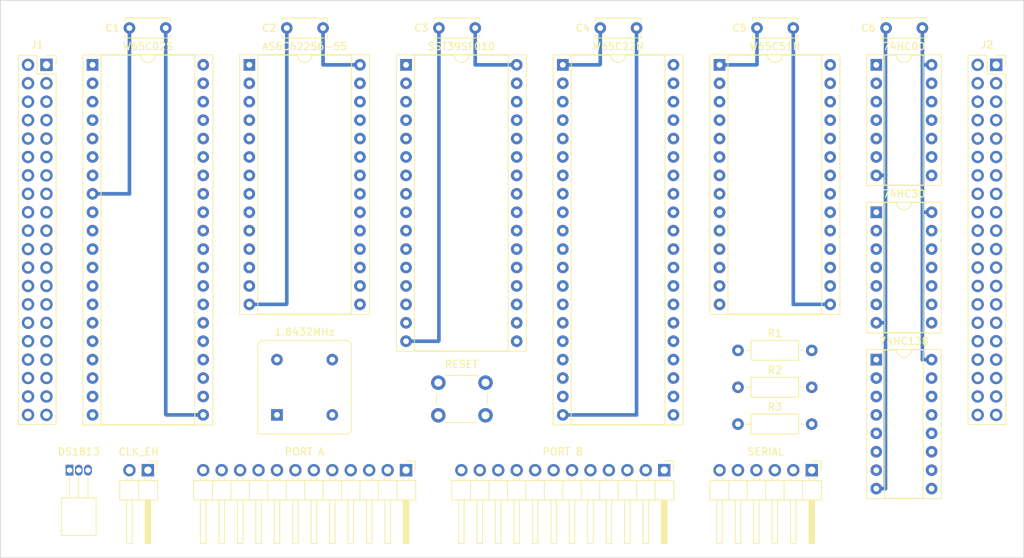
<source format=kicad_pcb>
(kicad_pcb (version 20171130) (host pcbnew "(5.1.8)-1")

  (general
    (thickness 1.6)
    (drawings 5)
    (tracks 39)
    (zones 0)
    (modules 26)
    (nets 128)
  )

  (page A4)
  (layers
    (0 F.Cu signal)
    (31 B.Cu signal)
    (32 B.Adhes user)
    (33 F.Adhes user)
    (34 B.Paste user)
    (35 F.Paste user)
    (36 B.SilkS user)
    (37 F.SilkS user)
    (38 B.Mask user)
    (39 F.Mask user)
    (40 Dwgs.User user)
    (41 Cmts.User user)
    (42 Eco1.User user)
    (43 Eco2.User user)
    (44 Edge.Cuts user)
    (45 Margin user)
    (46 B.CrtYd user)
    (47 F.CrtYd user)
    (48 B.Fab user hide)
    (49 F.Fab user hide)
  )

  (setup
    (last_trace_width 0.25)
    (trace_clearance 0.2)
    (zone_clearance 0.254)
    (zone_45_only no)
    (trace_min 0.2)
    (via_size 0.6)
    (via_drill 0.3)
    (via_min_size 0.4)
    (via_min_drill 0.3)
    (uvia_size 0.3)
    (uvia_drill 0.1)
    (uvias_allowed no)
    (uvia_min_size 0.2)
    (uvia_min_drill 0.1)
    (edge_width 0.1)
    (segment_width 0.2)
    (pcb_text_width 0.3)
    (pcb_text_size 1.5 1.5)
    (mod_edge_width 0.15)
    (mod_text_size 1 1)
    (mod_text_width 0.15)
    (pad_size 1.7 1.7)
    (pad_drill 1)
    (pad_to_mask_clearance 0)
    (aux_axis_origin 0 0)
    (visible_elements 7FFFFFFF)
    (pcbplotparams
      (layerselection 0x010fc_ffffffff)
      (usegerberextensions false)
      (usegerberattributes true)
      (usegerberadvancedattributes true)
      (creategerberjobfile true)
      (excludeedgelayer true)
      (linewidth 0.100000)
      (plotframeref false)
      (viasonmask false)
      (mode 1)
      (useauxorigin false)
      (hpglpennumber 1)
      (hpglpenspeed 20)
      (hpglpendiameter 15.000000)
      (psnegative false)
      (psa4output false)
      (plotreference true)
      (plotvalue true)
      (plotinvisibletext false)
      (padsonsilk false)
      (subtractmaskfromsilk false)
      (outputformat 1)
      (mirror false)
      (drillshape 0)
      (scaleselection 1)
      (outputdirectory "production/"))
  )

  (net 0 "")
  (net 1 GND)
  (net 2 +5V)
  (net 3 CLK)
  (net 4 !READ)
  (net 5 !WRITE)
  (net 6 RDY)
  (net 7 R!W)
  (net 8 !IRQ)
  (net 9 !RESET)
  (net 10 PHI2)
  (net 11 PHI1)
  (net 12 !RAM_SELECT)
  (net 13 A14)
  (net 14 A13)
  (net 15 A12)
  (net 16 A11)
  (net 17 A10)
  (net 18 A9)
  (net 19 A8)
  (net 20 A7)
  (net 21 A6)
  (net 22 A5)
  (net 23 A4)
  (net 24 A3)
  (net 25 A2)
  (net 26 A1)
  (net 27 A0)
  (net 28 D7)
  (net 29 D6)
  (net 30 D5)
  (net 31 D4)
  (net 32 D3)
  (net 33 D2)
  (net 34 D1)
  (net 35 D0)
  (net 36 !NMI)
  (net 37 A15)
  (net 38 !ROM_SELECT)
  (net 39 !P_SELECT)
  (net 40 CA2)
  (net 41 CA1)
  (net 42 PA7)
  (net 43 PA6)
  (net 44 PA5)
  (net 45 PA4)
  (net 46 PA3)
  (net 47 PA2)
  (net 48 PA1)
  (net 49 PA0)
  (net 50 CB2)
  (net 51 CB1)
  (net 52 PB7)
  (net 53 PB6)
  (net 54 PB5)
  (net 55 PB4)
  (net 56 PB3)
  (net 57 PB2)
  (net 58 PB1)
  (net 59 PB0)
  (net 60 CTS)
  (net 61 RTS)
  (net 62 RXD)
  (net 63 TXD)
  (net 64 "Net-(U5-Pad7)")
  (net 65 "Net-(U5-Pad5)")
  (net 66 !PARALLEL_SELECT)
  (net 67 "Net-(U8-Pad7)")
  (net 68 !SERIAL_SELECT)
  (net 69 "Net-(U8-Pad13)")
  (net 70 "Net-(U8-Pad12)")
  (net 71 "Net-(U8-Pad11)")
  (net 72 "Net-(U8-Pad10)")
  (net 73 "Net-(U8-Pad9)")
  (net 74 CLK_S)
  (net 75 "Net-(U1-Pad35)")
  (net 76 "Net-(U1-Pad7)")
  (net 77 "Net-(U1-Pad5)")
  (net 78 "Net-(U1-Pad1)")
  (net 79 "Net-(U3-Pad30)")
  (net 80 "Net-(U3-Pad3)")
  (net 81 "Net-(U3-Pad2)")
  (net 82 "Net-(U3-Pad1)")
  (net 83 "Net-(U5-Pad11)")
  (net 84 "Net-(U5-Pad17)")
  (net 85 "Net-(U5-Pad16)")
  (net 86 "Net-(X1-Pad1)")
  (net 87 "Net-(J1-Pad15)")
  (net 88 "Net-(J2-Pad40)")
  (net 89 "Net-(J2-Pad39)")
  (net 90 "Net-(J2-Pad38)")
  (net 91 "Net-(J2-Pad37)")
  (net 92 "Net-(J2-Pad36)")
  (net 93 "Net-(J2-Pad35)")
  (net 94 "Net-(J2-Pad34)")
  (net 95 "Net-(J2-Pad33)")
  (net 96 "Net-(J2-Pad32)")
  (net 97 "Net-(J2-Pad31)")
  (net 98 "Net-(J2-Pad30)")
  (net 99 "Net-(J2-Pad29)")
  (net 100 "Net-(J2-Pad28)")
  (net 101 "Net-(J2-Pad27)")
  (net 102 "Net-(J2-Pad26)")
  (net 103 "Net-(J2-Pad25)")
  (net 104 "Net-(J2-Pad24)")
  (net 105 "Net-(J2-Pad23)")
  (net 106 "Net-(J2-Pad22)")
  (net 107 "Net-(J2-Pad21)")
  (net 108 "Net-(J2-Pad20)")
  (net 109 "Net-(J2-Pad19)")
  (net 110 "Net-(J2-Pad18)")
  (net 111 "Net-(J2-Pad17)")
  (net 112 "Net-(J2-Pad16)")
  (net 113 "Net-(J2-Pad15)")
  (net 114 "Net-(J2-Pad14)")
  (net 115 "Net-(J2-Pad13)")
  (net 116 "Net-(J2-Pad12)")
  (net 117 "Net-(J2-Pad11)")
  (net 118 "Net-(J2-Pad10)")
  (net 119 "Net-(J2-Pad9)")
  (net 120 "Net-(J2-Pad8)")
  (net 121 "Net-(J2-Pad7)")
  (net 122 "Net-(J2-Pad6)")
  (net 123 "Net-(J2-Pad5)")
  (net 124 "Net-(J2-Pad4)")
  (net 125 "Net-(J2-Pad3)")
  (net 126 "Net-(J2-Pad2)")
  (net 127 "Net-(J2-Pad1)")

  (net_class Default "This is the default net class."
    (clearance 0.2)
    (trace_width 0.25)
    (via_dia 0.6)
    (via_drill 0.3)
    (uvia_dia 0.3)
    (uvia_drill 0.1)
    (add_net !IRQ)
    (add_net !NMI)
    (add_net !PARALLEL_SELECT)
    (add_net !P_SELECT)
    (add_net !RAM_SELECT)
    (add_net !READ)
    (add_net !RESET)
    (add_net !ROM_SELECT)
    (add_net !SERIAL_SELECT)
    (add_net !WRITE)
    (add_net A0)
    (add_net A1)
    (add_net A10)
    (add_net A11)
    (add_net A12)
    (add_net A13)
    (add_net A14)
    (add_net A15)
    (add_net A2)
    (add_net A3)
    (add_net A4)
    (add_net A5)
    (add_net A6)
    (add_net A7)
    (add_net A8)
    (add_net A9)
    (add_net CA1)
    (add_net CA2)
    (add_net CB1)
    (add_net CB2)
    (add_net CLK)
    (add_net CLK_S)
    (add_net CTS)
    (add_net D0)
    (add_net D1)
    (add_net D2)
    (add_net D3)
    (add_net D4)
    (add_net D5)
    (add_net D6)
    (add_net D7)
    (add_net "Net-(J1-Pad15)")
    (add_net "Net-(J2-Pad1)")
    (add_net "Net-(J2-Pad10)")
    (add_net "Net-(J2-Pad11)")
    (add_net "Net-(J2-Pad12)")
    (add_net "Net-(J2-Pad13)")
    (add_net "Net-(J2-Pad14)")
    (add_net "Net-(J2-Pad15)")
    (add_net "Net-(J2-Pad16)")
    (add_net "Net-(J2-Pad17)")
    (add_net "Net-(J2-Pad18)")
    (add_net "Net-(J2-Pad19)")
    (add_net "Net-(J2-Pad2)")
    (add_net "Net-(J2-Pad20)")
    (add_net "Net-(J2-Pad21)")
    (add_net "Net-(J2-Pad22)")
    (add_net "Net-(J2-Pad23)")
    (add_net "Net-(J2-Pad24)")
    (add_net "Net-(J2-Pad25)")
    (add_net "Net-(J2-Pad26)")
    (add_net "Net-(J2-Pad27)")
    (add_net "Net-(J2-Pad28)")
    (add_net "Net-(J2-Pad29)")
    (add_net "Net-(J2-Pad3)")
    (add_net "Net-(J2-Pad30)")
    (add_net "Net-(J2-Pad31)")
    (add_net "Net-(J2-Pad32)")
    (add_net "Net-(J2-Pad33)")
    (add_net "Net-(J2-Pad34)")
    (add_net "Net-(J2-Pad35)")
    (add_net "Net-(J2-Pad36)")
    (add_net "Net-(J2-Pad37)")
    (add_net "Net-(J2-Pad38)")
    (add_net "Net-(J2-Pad39)")
    (add_net "Net-(J2-Pad4)")
    (add_net "Net-(J2-Pad40)")
    (add_net "Net-(J2-Pad5)")
    (add_net "Net-(J2-Pad6)")
    (add_net "Net-(J2-Pad7)")
    (add_net "Net-(J2-Pad8)")
    (add_net "Net-(J2-Pad9)")
    (add_net "Net-(U1-Pad1)")
    (add_net "Net-(U1-Pad35)")
    (add_net "Net-(U1-Pad5)")
    (add_net "Net-(U1-Pad7)")
    (add_net "Net-(U3-Pad1)")
    (add_net "Net-(U3-Pad2)")
    (add_net "Net-(U3-Pad3)")
    (add_net "Net-(U3-Pad30)")
    (add_net "Net-(U5-Pad11)")
    (add_net "Net-(U5-Pad16)")
    (add_net "Net-(U5-Pad17)")
    (add_net "Net-(U5-Pad5)")
    (add_net "Net-(U5-Pad7)")
    (add_net "Net-(U8-Pad10)")
    (add_net "Net-(U8-Pad11)")
    (add_net "Net-(U8-Pad12)")
    (add_net "Net-(U8-Pad13)")
    (add_net "Net-(U8-Pad7)")
    (add_net "Net-(U8-Pad9)")
    (add_net "Net-(X1-Pad1)")
    (add_net PA0)
    (add_net PA1)
    (add_net PA2)
    (add_net PA3)
    (add_net PA4)
    (add_net PA5)
    (add_net PA6)
    (add_net PA7)
    (add_net PB0)
    (add_net PB1)
    (add_net PB2)
    (add_net PB3)
    (add_net PB4)
    (add_net PB5)
    (add_net PB6)
    (add_net PB7)
    (add_net PHI1)
    (add_net PHI2)
    (add_net R!W)
    (add_net RDY)
    (add_net RTS)
    (add_net RXD)
    (add_net TXD)
  )

  (net_class Wide ""
    (clearance 0.2)
    (trace_width 0.5)
    (via_dia 0.6)
    (via_drill 0.3)
    (uvia_dia 0.3)
    (uvia_drill 0.1)
    (add_net +5V)
    (add_net GND)
  )

  (module Package_DIP:DIP-14_W7.62mm_Socket (layer F.Cu) (tedit 5A02E8C5) (tstamp 5FE4C4D6)
    (at 218.44 80.01)
    (descr "14-lead though-hole mounted DIP package, row spacing 7.62 mm (300 mils), Socket")
    (tags "THT DIP DIL PDIP 2.54mm 7.62mm 300mil Socket")
    (path /5FDC1BA2)
    (fp_text reference U7 (at 0 -2.54) (layer F.SilkS) hide
      (effects (font (size 1 1) (thickness 0.15)))
    )
    (fp_text value 74HC30 (at 3.81 -2.54) (layer F.SilkS)
      (effects (font (size 1 1) (thickness 0.15)))
    )
    (fp_line (start 9.15 -1.6) (end -1.55 -1.6) (layer F.CrtYd) (width 0.05))
    (fp_line (start 9.15 16.85) (end 9.15 -1.6) (layer F.CrtYd) (width 0.05))
    (fp_line (start -1.55 16.85) (end 9.15 16.85) (layer F.CrtYd) (width 0.05))
    (fp_line (start -1.55 -1.6) (end -1.55 16.85) (layer F.CrtYd) (width 0.05))
    (fp_line (start 8.95 -1.39) (end -1.33 -1.39) (layer F.SilkS) (width 0.12))
    (fp_line (start 8.95 16.63) (end 8.95 -1.39) (layer F.SilkS) (width 0.12))
    (fp_line (start -1.33 16.63) (end 8.95 16.63) (layer F.SilkS) (width 0.12))
    (fp_line (start -1.33 -1.39) (end -1.33 16.63) (layer F.SilkS) (width 0.12))
    (fp_line (start 6.46 -1.33) (end 4.81 -1.33) (layer F.SilkS) (width 0.12))
    (fp_line (start 6.46 16.57) (end 6.46 -1.33) (layer F.SilkS) (width 0.12))
    (fp_line (start 1.16 16.57) (end 6.46 16.57) (layer F.SilkS) (width 0.12))
    (fp_line (start 1.16 -1.33) (end 1.16 16.57) (layer F.SilkS) (width 0.12))
    (fp_line (start 2.81 -1.33) (end 1.16 -1.33) (layer F.SilkS) (width 0.12))
    (fp_line (start 8.89 -1.33) (end -1.27 -1.33) (layer F.Fab) (width 0.1))
    (fp_line (start 8.89 16.57) (end 8.89 -1.33) (layer F.Fab) (width 0.1))
    (fp_line (start -1.27 16.57) (end 8.89 16.57) (layer F.Fab) (width 0.1))
    (fp_line (start -1.27 -1.33) (end -1.27 16.57) (layer F.Fab) (width 0.1))
    (fp_line (start 0.635 -0.27) (end 1.635 -1.27) (layer F.Fab) (width 0.1))
    (fp_line (start 0.635 16.51) (end 0.635 -0.27) (layer F.Fab) (width 0.1))
    (fp_line (start 6.985 16.51) (end 0.635 16.51) (layer F.Fab) (width 0.1))
    (fp_line (start 6.985 -1.27) (end 6.985 16.51) (layer F.Fab) (width 0.1))
    (fp_line (start 1.635 -1.27) (end 6.985 -1.27) (layer F.Fab) (width 0.1))
    (fp_text user %R (at 3.81 7.62) (layer F.Fab)
      (effects (font (size 1 1) (thickness 0.15)))
    )
    (fp_arc (start 3.81 -1.33) (end 2.81 -1.33) (angle -180) (layer F.SilkS) (width 0.12))
    (pad 14 thru_hole oval (at 7.62 0) (size 1.6 1.6) (drill 0.8) (layers *.Cu *.Mask)
      (net 2 +5V))
    (pad 7 thru_hole oval (at 0 15.24) (size 1.6 1.6) (drill 0.8) (layers *.Cu *.Mask)
      (net 1 GND))
    (pad 13 thru_hole oval (at 7.62 2.54) (size 1.6 1.6) (drill 0.8) (layers *.Cu *.Mask))
    (pad 6 thru_hole oval (at 0 12.7) (size 1.6 1.6) (drill 0.8) (layers *.Cu *.Mask)
      (net 14 A13))
    (pad 12 thru_hole oval (at 7.62 5.08) (size 1.6 1.6) (drill 0.8) (layers *.Cu *.Mask)
      (net 38 !ROM_SELECT))
    (pad 5 thru_hole oval (at 0 10.16) (size 1.6 1.6) (drill 0.8) (layers *.Cu *.Mask)
      (net 15 A12))
    (pad 11 thru_hole oval (at 7.62 7.62) (size 1.6 1.6) (drill 0.8) (layers *.Cu *.Mask)
      (net 13 A14))
    (pad 4 thru_hole oval (at 0 7.62) (size 1.6 1.6) (drill 0.8) (layers *.Cu *.Mask)
      (net 16 A11))
    (pad 10 thru_hole oval (at 7.62 10.16) (size 1.6 1.6) (drill 0.8) (layers *.Cu *.Mask))
    (pad 3 thru_hole oval (at 0 5.08) (size 1.6 1.6) (drill 0.8) (layers *.Cu *.Mask)
      (net 17 A10))
    (pad 9 thru_hole oval (at 7.62 12.7) (size 1.6 1.6) (drill 0.8) (layers *.Cu *.Mask))
    (pad 2 thru_hole oval (at 0 2.54) (size 1.6 1.6) (drill 0.8) (layers *.Cu *.Mask)
      (net 18 A9))
    (pad 8 thru_hole oval (at 7.62 15.24) (size 1.6 1.6) (drill 0.8) (layers *.Cu *.Mask)
      (net 39 !P_SELECT))
    (pad 1 thru_hole rect (at 0 0) (size 1.6 1.6) (drill 0.8) (layers *.Cu *.Mask)
      (net 19 A8))
    (model ${KISYS3DMOD}/Package_DIP.3dshapes/DIP-14_W7.62mm_Socket.wrl
      (at (xyz 0 0 0))
      (scale (xyz 1 1 1))
      (rotate (xyz 0 0 0))
    )
  )

  (module Package_DIP:DIP-32_W15.24mm_Socket (layer F.Cu) (tedit 5A02E8C5) (tstamp 5FE5AB26)
    (at 153.67 59.69)
    (descr "32-lead though-hole mounted DIP package, row spacing 15.24 mm (600 mils), Socket")
    (tags "THT DIP DIL PDIP 2.54mm 15.24mm 600mil Socket")
    (path /5FEC217E)
    (fp_text reference U3 (at 0 -2.33) (layer F.SilkS) hide
      (effects (font (size 1 1) (thickness 0.15)))
    )
    (fp_text value SST39SF010 (at 7.62 -2.54) (layer F.SilkS)
      (effects (font (size 1 1) (thickness 0.15)))
    )
    (fp_line (start 16.8 -1.6) (end -1.55 -1.6) (layer F.CrtYd) (width 0.05))
    (fp_line (start 16.8 39.7) (end 16.8 -1.6) (layer F.CrtYd) (width 0.05))
    (fp_line (start -1.55 39.7) (end 16.8 39.7) (layer F.CrtYd) (width 0.05))
    (fp_line (start -1.55 -1.6) (end -1.55 39.7) (layer F.CrtYd) (width 0.05))
    (fp_line (start 16.57 -1.39) (end -1.33 -1.39) (layer F.SilkS) (width 0.12))
    (fp_line (start 16.57 39.49) (end 16.57 -1.39) (layer F.SilkS) (width 0.12))
    (fp_line (start -1.33 39.49) (end 16.57 39.49) (layer F.SilkS) (width 0.12))
    (fp_line (start -1.33 -1.39) (end -1.33 39.49) (layer F.SilkS) (width 0.12))
    (fp_line (start 14.08 -1.33) (end 8.62 -1.33) (layer F.SilkS) (width 0.12))
    (fp_line (start 14.08 39.43) (end 14.08 -1.33) (layer F.SilkS) (width 0.12))
    (fp_line (start 1.16 39.43) (end 14.08 39.43) (layer F.SilkS) (width 0.12))
    (fp_line (start 1.16 -1.33) (end 1.16 39.43) (layer F.SilkS) (width 0.12))
    (fp_line (start 6.62 -1.33) (end 1.16 -1.33) (layer F.SilkS) (width 0.12))
    (fp_line (start 16.51 -1.33) (end -1.27 -1.33) (layer F.Fab) (width 0.1))
    (fp_line (start 16.51 39.43) (end 16.51 -1.33) (layer F.Fab) (width 0.1))
    (fp_line (start -1.27 39.43) (end 16.51 39.43) (layer F.Fab) (width 0.1))
    (fp_line (start -1.27 -1.33) (end -1.27 39.43) (layer F.Fab) (width 0.1))
    (fp_line (start 0.255 -0.27) (end 1.255 -1.27) (layer F.Fab) (width 0.1))
    (fp_line (start 0.255 39.37) (end 0.255 -0.27) (layer F.Fab) (width 0.1))
    (fp_line (start 14.985 39.37) (end 0.255 39.37) (layer F.Fab) (width 0.1))
    (fp_line (start 14.985 -1.27) (end 14.985 39.37) (layer F.Fab) (width 0.1))
    (fp_line (start 1.255 -1.27) (end 14.985 -1.27) (layer F.Fab) (width 0.1))
    (fp_text user %R (at 7.62 19.05) (layer F.Fab)
      (effects (font (size 1 1) (thickness 0.15)))
    )
    (fp_arc (start 7.62 -1.33) (end 6.62 -1.33) (angle -180) (layer F.SilkS) (width 0.12))
    (pad 32 thru_hole oval (at 15.24 0) (size 1.6 1.6) (drill 0.8) (layers *.Cu *.Mask)
      (net 2 +5V))
    (pad 16 thru_hole oval (at 0 38.1) (size 1.6 1.6) (drill 0.8) (layers *.Cu *.Mask)
      (net 1 GND))
    (pad 31 thru_hole oval (at 15.24 2.54) (size 1.6 1.6) (drill 0.8) (layers *.Cu *.Mask)
      (net 2 +5V))
    (pad 15 thru_hole oval (at 0 35.56) (size 1.6 1.6) (drill 0.8) (layers *.Cu *.Mask)
      (net 33 D2))
    (pad 30 thru_hole oval (at 15.24 5.08) (size 1.6 1.6) (drill 0.8) (layers *.Cu *.Mask)
      (net 79 "Net-(U3-Pad30)"))
    (pad 14 thru_hole oval (at 0 33.02) (size 1.6 1.6) (drill 0.8) (layers *.Cu *.Mask)
      (net 34 D1))
    (pad 29 thru_hole oval (at 15.24 7.62) (size 1.6 1.6) (drill 0.8) (layers *.Cu *.Mask)
      (net 13 A14))
    (pad 13 thru_hole oval (at 0 30.48) (size 1.6 1.6) (drill 0.8) (layers *.Cu *.Mask)
      (net 35 D0))
    (pad 28 thru_hole oval (at 15.24 10.16) (size 1.6 1.6) (drill 0.8) (layers *.Cu *.Mask)
      (net 14 A13))
    (pad 12 thru_hole oval (at 0 27.94) (size 1.6 1.6) (drill 0.8) (layers *.Cu *.Mask)
      (net 27 A0))
    (pad 27 thru_hole oval (at 15.24 12.7) (size 1.6 1.6) (drill 0.8) (layers *.Cu *.Mask)
      (net 19 A8))
    (pad 11 thru_hole oval (at 0 25.4) (size 1.6 1.6) (drill 0.8) (layers *.Cu *.Mask)
      (net 26 A1))
    (pad 26 thru_hole oval (at 15.24 15.24) (size 1.6 1.6) (drill 0.8) (layers *.Cu *.Mask)
      (net 18 A9))
    (pad 10 thru_hole oval (at 0 22.86) (size 1.6 1.6) (drill 0.8) (layers *.Cu *.Mask)
      (net 25 A2))
    (pad 25 thru_hole oval (at 15.24 17.78) (size 1.6 1.6) (drill 0.8) (layers *.Cu *.Mask)
      (net 16 A11))
    (pad 9 thru_hole oval (at 0 20.32) (size 1.6 1.6) (drill 0.8) (layers *.Cu *.Mask)
      (net 24 A3))
    (pad 24 thru_hole oval (at 15.24 20.32) (size 1.6 1.6) (drill 0.8) (layers *.Cu *.Mask)
      (net 4 !READ))
    (pad 8 thru_hole oval (at 0 17.78) (size 1.6 1.6) (drill 0.8) (layers *.Cu *.Mask)
      (net 23 A4))
    (pad 23 thru_hole oval (at 15.24 22.86) (size 1.6 1.6) (drill 0.8) (layers *.Cu *.Mask)
      (net 17 A10))
    (pad 7 thru_hole oval (at 0 15.24) (size 1.6 1.6) (drill 0.8) (layers *.Cu *.Mask)
      (net 22 A5))
    (pad 22 thru_hole oval (at 15.24 25.4) (size 1.6 1.6) (drill 0.8) (layers *.Cu *.Mask)
      (net 38 !ROM_SELECT))
    (pad 6 thru_hole oval (at 0 12.7) (size 1.6 1.6) (drill 0.8) (layers *.Cu *.Mask)
      (net 21 A6))
    (pad 21 thru_hole oval (at 15.24 27.94) (size 1.6 1.6) (drill 0.8) (layers *.Cu *.Mask)
      (net 28 D7))
    (pad 5 thru_hole oval (at 0 10.16) (size 1.6 1.6) (drill 0.8) (layers *.Cu *.Mask)
      (net 20 A7))
    (pad 20 thru_hole oval (at 15.24 30.48) (size 1.6 1.6) (drill 0.8) (layers *.Cu *.Mask)
      (net 29 D6))
    (pad 4 thru_hole oval (at 0 7.62) (size 1.6 1.6) (drill 0.8) (layers *.Cu *.Mask)
      (net 15 A12))
    (pad 19 thru_hole oval (at 15.24 33.02) (size 1.6 1.6) (drill 0.8) (layers *.Cu *.Mask)
      (net 30 D5))
    (pad 3 thru_hole oval (at 0 5.08) (size 1.6 1.6) (drill 0.8) (layers *.Cu *.Mask)
      (net 80 "Net-(U3-Pad3)"))
    (pad 18 thru_hole oval (at 15.24 35.56) (size 1.6 1.6) (drill 0.8) (layers *.Cu *.Mask)
      (net 31 D4))
    (pad 2 thru_hole oval (at 0 2.54) (size 1.6 1.6) (drill 0.8) (layers *.Cu *.Mask)
      (net 81 "Net-(U3-Pad2)"))
    (pad 17 thru_hole oval (at 15.24 38.1) (size 1.6 1.6) (drill 0.8) (layers *.Cu *.Mask)
      (net 32 D3))
    (pad 1 thru_hole rect (at 0 0) (size 1.6 1.6) (drill 0.8) (layers *.Cu *.Mask)
      (net 82 "Net-(U3-Pad1)"))
    (model ${KISYS3DMOD}/Package_DIP.3dshapes/DIP-32_W15.24mm_Socket.wrl
      (at (xyz 0 0 0))
      (scale (xyz 1 1 1))
      (rotate (xyz 0 0 0))
    )
  )

  (module Capacitor_THT:C_Disc_D6.0mm_W2.5mm_P5.00mm (layer F.Cu) (tedit 5AE50EF0) (tstamp 5FE37762)
    (at 224.79 54.61 180)
    (descr "C, Disc series, Radial, pin pitch=5.00mm, , diameter*width=6*2.5mm^2, Capacitor, http://cdn-reichelt.de/documents/datenblatt/B300/DS_KERKO_TC.pdf")
    (tags "C Disc series Radial pin pitch 5.00mm  diameter 6mm width 2.5mm Capacitor")
    (path /5FE3F0CF)
    (fp_text reference C6 (at 6.35 0) (layer F.SilkS)
      (effects (font (size 1 1) (thickness 0.15)) (justify right))
    )
    (fp_text value 0.1uF (at 2.5 2.5) (layer F.Fab)
      (effects (font (size 1 1) (thickness 0.15)))
    )
    (fp_line (start -0.5 -1.25) (end -0.5 1.25) (layer F.Fab) (width 0.1))
    (fp_line (start -0.5 1.25) (end 5.5 1.25) (layer F.Fab) (width 0.1))
    (fp_line (start 5.5 1.25) (end 5.5 -1.25) (layer F.Fab) (width 0.1))
    (fp_line (start 5.5 -1.25) (end -0.5 -1.25) (layer F.Fab) (width 0.1))
    (fp_line (start -0.62 -1.37) (end 5.62 -1.37) (layer F.SilkS) (width 0.12))
    (fp_line (start -0.62 1.37) (end 5.62 1.37) (layer F.SilkS) (width 0.12))
    (fp_line (start -0.62 -1.37) (end -0.62 -0.925) (layer F.SilkS) (width 0.12))
    (fp_line (start -0.62 0.925) (end -0.62 1.37) (layer F.SilkS) (width 0.12))
    (fp_line (start 5.62 -1.37) (end 5.62 -0.925) (layer F.SilkS) (width 0.12))
    (fp_line (start 5.62 0.925) (end 5.62 1.37) (layer F.SilkS) (width 0.12))
    (fp_line (start -1.05 -1.5) (end -1.05 1.5) (layer F.CrtYd) (width 0.05))
    (fp_line (start -1.05 1.5) (end 6.05 1.5) (layer F.CrtYd) (width 0.05))
    (fp_line (start 6.05 1.5) (end 6.05 -1.5) (layer F.CrtYd) (width 0.05))
    (fp_line (start 6.05 -1.5) (end -1.05 -1.5) (layer F.CrtYd) (width 0.05))
    (fp_text user %R (at 2.5 0) (layer F.Fab)
      (effects (font (size 1 1) (thickness 0.15)))
    )
    (pad 2 thru_hole circle (at 5 0 180) (size 1.6 1.6) (drill 0.8) (layers *.Cu *.Mask)
      (net 1 GND))
    (pad 1 thru_hole circle (at 0 0 180) (size 1.6 1.6) (drill 0.8) (layers *.Cu *.Mask)
      (net 2 +5V))
    (model ${KISYS3DMOD}/Capacitor_THT.3dshapes/C_Disc_D6.0mm_W2.5mm_P5.00mm.wrl
      (at (xyz 0 0 0))
      (scale (xyz 1 1 1))
      (rotate (xyz 0 0 0))
    )
  )

  (module Package_DIP:DIP-14_W7.62mm_Socket (layer F.Cu) (tedit 5A02E8C5) (tstamp 5FE4E3CD)
    (at 218.44 59.69)
    (descr "14-lead though-hole mounted DIP package, row spacing 7.62 mm (300 mils), Socket")
    (tags "THT DIP DIL PDIP 2.54mm 7.62mm 300mil Socket")
    (path /5FE6E728)
    (fp_text reference U6 (at 0 -2.54) (layer F.SilkS) hide
      (effects (font (size 1 1) (thickness 0.15)))
    )
    (fp_text value 74HC00 (at 3.81 -2.54) (layer F.SilkS)
      (effects (font (size 1 1) (thickness 0.15)))
    )
    (fp_line (start 9.15 -1.6) (end -1.55 -1.6) (layer F.CrtYd) (width 0.05))
    (fp_line (start 9.15 16.85) (end 9.15 -1.6) (layer F.CrtYd) (width 0.05))
    (fp_line (start -1.55 16.85) (end 9.15 16.85) (layer F.CrtYd) (width 0.05))
    (fp_line (start -1.55 -1.6) (end -1.55 16.85) (layer F.CrtYd) (width 0.05))
    (fp_line (start 8.95 -1.39) (end -1.33 -1.39) (layer F.SilkS) (width 0.12))
    (fp_line (start 8.95 16.63) (end 8.95 -1.39) (layer F.SilkS) (width 0.12))
    (fp_line (start -1.33 16.63) (end 8.95 16.63) (layer F.SilkS) (width 0.12))
    (fp_line (start -1.33 -1.39) (end -1.33 16.63) (layer F.SilkS) (width 0.12))
    (fp_line (start 6.46 -1.33) (end 4.81 -1.33) (layer F.SilkS) (width 0.12))
    (fp_line (start 6.46 16.57) (end 6.46 -1.33) (layer F.SilkS) (width 0.12))
    (fp_line (start 1.16 16.57) (end 6.46 16.57) (layer F.SilkS) (width 0.12))
    (fp_line (start 1.16 -1.33) (end 1.16 16.57) (layer F.SilkS) (width 0.12))
    (fp_line (start 2.81 -1.33) (end 1.16 -1.33) (layer F.SilkS) (width 0.12))
    (fp_line (start 8.89 -1.33) (end -1.27 -1.33) (layer F.Fab) (width 0.1))
    (fp_line (start 8.89 16.57) (end 8.89 -1.33) (layer F.Fab) (width 0.1))
    (fp_line (start -1.27 16.57) (end 8.89 16.57) (layer F.Fab) (width 0.1))
    (fp_line (start -1.27 -1.33) (end -1.27 16.57) (layer F.Fab) (width 0.1))
    (fp_line (start 0.635 -0.27) (end 1.635 -1.27) (layer F.Fab) (width 0.1))
    (fp_line (start 0.635 16.51) (end 0.635 -0.27) (layer F.Fab) (width 0.1))
    (fp_line (start 6.985 16.51) (end 0.635 16.51) (layer F.Fab) (width 0.1))
    (fp_line (start 6.985 -1.27) (end 6.985 16.51) (layer F.Fab) (width 0.1))
    (fp_line (start 1.635 -1.27) (end 6.985 -1.27) (layer F.Fab) (width 0.1))
    (fp_text user %R (at 3.81 7.62) (layer F.Fab)
      (effects (font (size 1 1) (thickness 0.15)))
    )
    (fp_arc (start 3.81 -1.33) (end 2.81 -1.33) (angle -180) (layer F.SilkS) (width 0.12))
    (pad 14 thru_hole oval (at 7.62 0) (size 1.6 1.6) (drill 0.8) (layers *.Cu *.Mask)
      (net 2 +5V))
    (pad 7 thru_hole oval (at 0 15.24) (size 1.6 1.6) (drill 0.8) (layers *.Cu *.Mask)
      (net 1 GND))
    (pad 13 thru_hole oval (at 7.62 2.54) (size 1.6 1.6) (drill 0.8) (layers *.Cu *.Mask)
      (net 4 !READ))
    (pad 6 thru_hole oval (at 0 12.7) (size 1.6 1.6) (drill 0.8) (layers *.Cu *.Mask)
      (net 12 !RAM_SELECT))
    (pad 12 thru_hole oval (at 7.62 5.08) (size 1.6 1.6) (drill 0.8) (layers *.Cu *.Mask)
      (net 10 PHI2))
    (pad 5 thru_hole oval (at 0 10.16) (size 1.6 1.6) (drill 0.8) (layers *.Cu *.Mask)
      (net 38 !ROM_SELECT))
    (pad 11 thru_hole oval (at 7.62 7.62) (size 1.6 1.6) (drill 0.8) (layers *.Cu *.Mask)
      (net 5 !WRITE))
    (pad 4 thru_hole oval (at 0 7.62) (size 1.6 1.6) (drill 0.8) (layers *.Cu *.Mask)
      (net 39 !P_SELECT))
    (pad 10 thru_hole oval (at 7.62 10.16) (size 1.6 1.6) (drill 0.8) (layers *.Cu *.Mask)
      (net 10 PHI2))
    (pad 3 thru_hole oval (at 0 5.08) (size 1.6 1.6) (drill 0.8) (layers *.Cu *.Mask)
      (net 38 !ROM_SELECT))
    (pad 9 thru_hole oval (at 7.62 12.7) (size 1.6 1.6) (drill 0.8) (layers *.Cu *.Mask)
      (net 7 R!W))
    (pad 2 thru_hole oval (at 0 2.54) (size 1.6 1.6) (drill 0.8) (layers *.Cu *.Mask)
      (net 37 A15))
    (pad 8 thru_hole oval (at 7.62 15.24) (size 1.6 1.6) (drill 0.8) (layers *.Cu *.Mask)
      (net 4 !READ))
    (pad 1 thru_hole rect (at 0 0) (size 1.6 1.6) (drill 0.8) (layers *.Cu *.Mask)
      (net 37 A15))
    (model ${KISYS3DMOD}/Package_DIP.3dshapes/DIP-14_W7.62mm_Socket.wrl
      (at (xyz 0 0 0))
      (scale (xyz 1 1 1))
      (rotate (xyz 0 0 0))
    )
  )

  (module Package_DIP:DIP-16_W7.62mm_Socket (layer F.Cu) (tedit 5A02E8C5) (tstamp 5FE4067E)
    (at 218.44 100.33)
    (descr "16-lead though-hole mounted DIP package, row spacing 7.62 mm (300 mils), Socket")
    (tags "THT DIP DIL PDIP 2.54mm 7.62mm 300mil Socket")
    (path /5FCA545F)
    (fp_text reference U8 (at 0 -2.54) (layer F.SilkS) hide
      (effects (font (size 1 1) (thickness 0.15)))
    )
    (fp_text value 74HC138 (at 3.81 -2.54) (layer F.SilkS)
      (effects (font (size 1 1) (thickness 0.15)))
    )
    (fp_line (start 9.15 -1.6) (end -1.55 -1.6) (layer F.CrtYd) (width 0.05))
    (fp_line (start 9.15 19.4) (end 9.15 -1.6) (layer F.CrtYd) (width 0.05))
    (fp_line (start -1.55 19.4) (end 9.15 19.4) (layer F.CrtYd) (width 0.05))
    (fp_line (start -1.55 -1.6) (end -1.55 19.4) (layer F.CrtYd) (width 0.05))
    (fp_line (start 8.95 -1.39) (end -1.33 -1.39) (layer F.SilkS) (width 0.12))
    (fp_line (start 8.95 19.17) (end 8.95 -1.39) (layer F.SilkS) (width 0.12))
    (fp_line (start -1.33 19.17) (end 8.95 19.17) (layer F.SilkS) (width 0.12))
    (fp_line (start -1.33 -1.39) (end -1.33 19.17) (layer F.SilkS) (width 0.12))
    (fp_line (start 6.46 -1.33) (end 4.81 -1.33) (layer F.SilkS) (width 0.12))
    (fp_line (start 6.46 19.11) (end 6.46 -1.33) (layer F.SilkS) (width 0.12))
    (fp_line (start 1.16 19.11) (end 6.46 19.11) (layer F.SilkS) (width 0.12))
    (fp_line (start 1.16 -1.33) (end 1.16 19.11) (layer F.SilkS) (width 0.12))
    (fp_line (start 2.81 -1.33) (end 1.16 -1.33) (layer F.SilkS) (width 0.12))
    (fp_line (start 8.89 -1.33) (end -1.27 -1.33) (layer F.Fab) (width 0.1))
    (fp_line (start 8.89 19.11) (end 8.89 -1.33) (layer F.Fab) (width 0.1))
    (fp_line (start -1.27 19.11) (end 8.89 19.11) (layer F.Fab) (width 0.1))
    (fp_line (start -1.27 -1.33) (end -1.27 19.11) (layer F.Fab) (width 0.1))
    (fp_line (start 0.635 -0.27) (end 1.635 -1.27) (layer F.Fab) (width 0.1))
    (fp_line (start 0.635 19.05) (end 0.635 -0.27) (layer F.Fab) (width 0.1))
    (fp_line (start 6.985 19.05) (end 0.635 19.05) (layer F.Fab) (width 0.1))
    (fp_line (start 6.985 -1.27) (end 6.985 19.05) (layer F.Fab) (width 0.1))
    (fp_line (start 1.635 -1.27) (end 6.985 -1.27) (layer F.Fab) (width 0.1))
    (fp_text user %R (at 3.81 8.89) (layer F.Fab)
      (effects (font (size 1 1) (thickness 0.15)))
    )
    (fp_arc (start 3.81 -1.33) (end 2.81 -1.33) (angle -180) (layer F.SilkS) (width 0.12))
    (pad 16 thru_hole oval (at 7.62 0) (size 1.6 1.6) (drill 0.8) (layers *.Cu *.Mask)
      (net 2 +5V))
    (pad 8 thru_hole oval (at 0 17.78) (size 1.6 1.6) (drill 0.8) (layers *.Cu *.Mask)
      (net 1 GND))
    (pad 15 thru_hole oval (at 7.62 2.54) (size 1.6 1.6) (drill 0.8) (layers *.Cu *.Mask)
      (net 66 !PARALLEL_SELECT))
    (pad 7 thru_hole oval (at 0 15.24) (size 1.6 1.6) (drill 0.8) (layers *.Cu *.Mask)
      (net 67 "Net-(U8-Pad7)"))
    (pad 14 thru_hole oval (at 7.62 5.08) (size 1.6 1.6) (drill 0.8) (layers *.Cu *.Mask)
      (net 68 !SERIAL_SELECT))
    (pad 6 thru_hole oval (at 0 12.7) (size 1.6 1.6) (drill 0.8) (layers *.Cu *.Mask)
      (net 2 +5V))
    (pad 13 thru_hole oval (at 7.62 7.62) (size 1.6 1.6) (drill 0.8) (layers *.Cu *.Mask)
      (net 69 "Net-(U8-Pad13)"))
    (pad 5 thru_hole oval (at 0 10.16) (size 1.6 1.6) (drill 0.8) (layers *.Cu *.Mask)
      (net 20 A7))
    (pad 12 thru_hole oval (at 7.62 10.16) (size 1.6 1.6) (drill 0.8) (layers *.Cu *.Mask)
      (net 70 "Net-(U8-Pad12)"))
    (pad 4 thru_hole oval (at 0 7.62) (size 1.6 1.6) (drill 0.8) (layers *.Cu *.Mask)
      (net 39 !P_SELECT))
    (pad 11 thru_hole oval (at 7.62 12.7) (size 1.6 1.6) (drill 0.8) (layers *.Cu *.Mask)
      (net 71 "Net-(U8-Pad11)"))
    (pad 3 thru_hole oval (at 0 5.08) (size 1.6 1.6) (drill 0.8) (layers *.Cu *.Mask)
      (net 21 A6))
    (pad 10 thru_hole oval (at 7.62 15.24) (size 1.6 1.6) (drill 0.8) (layers *.Cu *.Mask)
      (net 72 "Net-(U8-Pad10)"))
    (pad 2 thru_hole oval (at 0 2.54) (size 1.6 1.6) (drill 0.8) (layers *.Cu *.Mask)
      (net 22 A5))
    (pad 9 thru_hole oval (at 7.62 17.78) (size 1.6 1.6) (drill 0.8) (layers *.Cu *.Mask)
      (net 73 "Net-(U8-Pad9)"))
    (pad 1 thru_hole rect (at 0 0) (size 1.6 1.6) (drill 0.8) (layers *.Cu *.Mask)
      (net 23 A4))
    (model ${KISYS3DMOD}/Package_DIP.3dshapes/DIP-16_W7.62mm_Socket.wrl
      (at (xyz 0 0 0))
      (scale (xyz 1 1 1))
      (rotate (xyz 0 0 0))
    )
  )

  (module Package_DIP:DIP-40_W15.24mm_Socket (layer F.Cu) (tedit 5A02E8C5) (tstamp 5FE405C6)
    (at 175.26 59.69)
    (descr "40-lead though-hole mounted DIP package, row spacing 15.24 mm (600 mils), Socket")
    (tags "THT DIP DIL PDIP 2.54mm 15.24mm 600mil Socket")
    (path /5FCBE814)
    (fp_text reference U4 (at 0 -2.54) (layer F.SilkS) hide
      (effects (font (size 1 1) (thickness 0.15)))
    )
    (fp_text value W65C22N (at 7.62 -2.54) (layer F.SilkS)
      (effects (font (size 1 1) (thickness 0.15)))
    )
    (fp_line (start 16.8 -1.6) (end -1.55 -1.6) (layer F.CrtYd) (width 0.05))
    (fp_line (start 16.8 49.85) (end 16.8 -1.6) (layer F.CrtYd) (width 0.05))
    (fp_line (start -1.55 49.85) (end 16.8 49.85) (layer F.CrtYd) (width 0.05))
    (fp_line (start -1.55 -1.6) (end -1.55 49.85) (layer F.CrtYd) (width 0.05))
    (fp_line (start 16.57 -1.39) (end -1.33 -1.39) (layer F.SilkS) (width 0.12))
    (fp_line (start 16.57 49.65) (end 16.57 -1.39) (layer F.SilkS) (width 0.12))
    (fp_line (start -1.33 49.65) (end 16.57 49.65) (layer F.SilkS) (width 0.12))
    (fp_line (start -1.33 -1.39) (end -1.33 49.65) (layer F.SilkS) (width 0.12))
    (fp_line (start 14.08 -1.33) (end 8.62 -1.33) (layer F.SilkS) (width 0.12))
    (fp_line (start 14.08 49.59) (end 14.08 -1.33) (layer F.SilkS) (width 0.12))
    (fp_line (start 1.16 49.59) (end 14.08 49.59) (layer F.SilkS) (width 0.12))
    (fp_line (start 1.16 -1.33) (end 1.16 49.59) (layer F.SilkS) (width 0.12))
    (fp_line (start 6.62 -1.33) (end 1.16 -1.33) (layer F.SilkS) (width 0.12))
    (fp_line (start 16.51 -1.33) (end -1.27 -1.33) (layer F.Fab) (width 0.1))
    (fp_line (start 16.51 49.59) (end 16.51 -1.33) (layer F.Fab) (width 0.1))
    (fp_line (start -1.27 49.59) (end 16.51 49.59) (layer F.Fab) (width 0.1))
    (fp_line (start -1.27 -1.33) (end -1.27 49.59) (layer F.Fab) (width 0.1))
    (fp_line (start 0.255 -0.27) (end 1.255 -1.27) (layer F.Fab) (width 0.1))
    (fp_line (start 0.255 49.53) (end 0.255 -0.27) (layer F.Fab) (width 0.1))
    (fp_line (start 14.985 49.53) (end 0.255 49.53) (layer F.Fab) (width 0.1))
    (fp_line (start 14.985 -1.27) (end 14.985 49.53) (layer F.Fab) (width 0.1))
    (fp_line (start 1.255 -1.27) (end 14.985 -1.27) (layer F.Fab) (width 0.1))
    (fp_text user %R (at 7.62 24.13) (layer F.Fab)
      (effects (font (size 1 1) (thickness 0.15)))
    )
    (fp_arc (start 7.62 -1.33) (end 6.62 -1.33) (angle -180) (layer F.SilkS) (width 0.12))
    (pad 40 thru_hole oval (at 15.24 0) (size 1.6 1.6) (drill 0.8) (layers *.Cu *.Mask)
      (net 41 CA1))
    (pad 20 thru_hole oval (at 0 48.26) (size 1.6 1.6) (drill 0.8) (layers *.Cu *.Mask)
      (net 2 +5V))
    (pad 39 thru_hole oval (at 15.24 2.54) (size 1.6 1.6) (drill 0.8) (layers *.Cu *.Mask)
      (net 40 CA2))
    (pad 19 thru_hole oval (at 0 45.72) (size 1.6 1.6) (drill 0.8) (layers *.Cu *.Mask)
      (net 50 CB2))
    (pad 38 thru_hole oval (at 15.24 5.08) (size 1.6 1.6) (drill 0.8) (layers *.Cu *.Mask)
      (net 27 A0))
    (pad 18 thru_hole oval (at 0 43.18) (size 1.6 1.6) (drill 0.8) (layers *.Cu *.Mask)
      (net 51 CB1))
    (pad 37 thru_hole oval (at 15.24 7.62) (size 1.6 1.6) (drill 0.8) (layers *.Cu *.Mask)
      (net 26 A1))
    (pad 17 thru_hole oval (at 0 40.64) (size 1.6 1.6) (drill 0.8) (layers *.Cu *.Mask)
      (net 52 PB7))
    (pad 36 thru_hole oval (at 15.24 10.16) (size 1.6 1.6) (drill 0.8) (layers *.Cu *.Mask)
      (net 25 A2))
    (pad 16 thru_hole oval (at 0 38.1) (size 1.6 1.6) (drill 0.8) (layers *.Cu *.Mask)
      (net 53 PB6))
    (pad 35 thru_hole oval (at 15.24 12.7) (size 1.6 1.6) (drill 0.8) (layers *.Cu *.Mask)
      (net 24 A3))
    (pad 15 thru_hole oval (at 0 35.56) (size 1.6 1.6) (drill 0.8) (layers *.Cu *.Mask)
      (net 54 PB5))
    (pad 34 thru_hole oval (at 15.24 15.24) (size 1.6 1.6) (drill 0.8) (layers *.Cu *.Mask)
      (net 9 !RESET))
    (pad 14 thru_hole oval (at 0 33.02) (size 1.6 1.6) (drill 0.8) (layers *.Cu *.Mask)
      (net 55 PB4))
    (pad 33 thru_hole oval (at 15.24 17.78) (size 1.6 1.6) (drill 0.8) (layers *.Cu *.Mask)
      (net 35 D0))
    (pad 13 thru_hole oval (at 0 30.48) (size 1.6 1.6) (drill 0.8) (layers *.Cu *.Mask)
      (net 56 PB3))
    (pad 32 thru_hole oval (at 15.24 20.32) (size 1.6 1.6) (drill 0.8) (layers *.Cu *.Mask)
      (net 34 D1))
    (pad 12 thru_hole oval (at 0 27.94) (size 1.6 1.6) (drill 0.8) (layers *.Cu *.Mask)
      (net 57 PB2))
    (pad 31 thru_hole oval (at 15.24 22.86) (size 1.6 1.6) (drill 0.8) (layers *.Cu *.Mask)
      (net 33 D2))
    (pad 11 thru_hole oval (at 0 25.4) (size 1.6 1.6) (drill 0.8) (layers *.Cu *.Mask)
      (net 58 PB1))
    (pad 30 thru_hole oval (at 15.24 25.4) (size 1.6 1.6) (drill 0.8) (layers *.Cu *.Mask)
      (net 32 D3))
    (pad 10 thru_hole oval (at 0 22.86) (size 1.6 1.6) (drill 0.8) (layers *.Cu *.Mask)
      (net 59 PB0))
    (pad 29 thru_hole oval (at 15.24 27.94) (size 1.6 1.6) (drill 0.8) (layers *.Cu *.Mask)
      (net 31 D4))
    (pad 9 thru_hole oval (at 0 20.32) (size 1.6 1.6) (drill 0.8) (layers *.Cu *.Mask)
      (net 42 PA7))
    (pad 28 thru_hole oval (at 15.24 30.48) (size 1.6 1.6) (drill 0.8) (layers *.Cu *.Mask)
      (net 30 D5))
    (pad 8 thru_hole oval (at 0 17.78) (size 1.6 1.6) (drill 0.8) (layers *.Cu *.Mask)
      (net 43 PA6))
    (pad 27 thru_hole oval (at 15.24 33.02) (size 1.6 1.6) (drill 0.8) (layers *.Cu *.Mask)
      (net 29 D6))
    (pad 7 thru_hole oval (at 0 15.24) (size 1.6 1.6) (drill 0.8) (layers *.Cu *.Mask)
      (net 44 PA5))
    (pad 26 thru_hole oval (at 15.24 35.56) (size 1.6 1.6) (drill 0.8) (layers *.Cu *.Mask)
      (net 28 D7))
    (pad 6 thru_hole oval (at 0 12.7) (size 1.6 1.6) (drill 0.8) (layers *.Cu *.Mask)
      (net 45 PA4))
    (pad 25 thru_hole oval (at 15.24 38.1) (size 1.6 1.6) (drill 0.8) (layers *.Cu *.Mask)
      (net 10 PHI2))
    (pad 5 thru_hole oval (at 0 10.16) (size 1.6 1.6) (drill 0.8) (layers *.Cu *.Mask)
      (net 46 PA3))
    (pad 24 thru_hole oval (at 15.24 40.64) (size 1.6 1.6) (drill 0.8) (layers *.Cu *.Mask)
      (net 2 +5V))
    (pad 4 thru_hole oval (at 0 7.62) (size 1.6 1.6) (drill 0.8) (layers *.Cu *.Mask)
      (net 47 PA2))
    (pad 23 thru_hole oval (at 15.24 43.18) (size 1.6 1.6) (drill 0.8) (layers *.Cu *.Mask)
      (net 66 !PARALLEL_SELECT))
    (pad 3 thru_hole oval (at 0 5.08) (size 1.6 1.6) (drill 0.8) (layers *.Cu *.Mask)
      (net 48 PA1))
    (pad 22 thru_hole oval (at 15.24 45.72) (size 1.6 1.6) (drill 0.8) (layers *.Cu *.Mask)
      (net 7 R!W))
    (pad 2 thru_hole oval (at 0 2.54) (size 1.6 1.6) (drill 0.8) (layers *.Cu *.Mask)
      (net 49 PA0))
    (pad 21 thru_hole oval (at 15.24 48.26) (size 1.6 1.6) (drill 0.8) (layers *.Cu *.Mask)
      (net 8 !IRQ))
    (pad 1 thru_hole rect (at 0 0) (size 1.6 1.6) (drill 0.8) (layers *.Cu *.Mask)
      (net 1 GND))
    (model ${KISYS3DMOD}/Package_DIP.3dshapes/DIP-40_W15.24mm_Socket.wrl
      (at (xyz 0 0 0))
      (scale (xyz 1 1 1))
      (rotate (xyz 0 0 0))
    )
  )

  (module Oscillator:Oscillator_DIP-8 (layer F.Cu) (tedit 58CD3344) (tstamp 5FE5B87D)
    (at 135.89 107.95)
    (descr "Oscillator, DIP8,http://cdn-reichelt.de/documents/datenblatt/B400/OSZI.pdf")
    (tags oscillator)
    (path /5FC7B626)
    (fp_text reference X1 (at -1.905 -11.43) (layer F.SilkS) hide
      (effects (font (size 1 1) (thickness 0.15)))
    )
    (fp_text value 1.8432MHz (at 3.81 -11.43) (layer F.SilkS)
      (effects (font (size 1 1) (thickness 0.15)))
    )
    (fp_line (start -2.54 2.54) (end -2.54 -9.51) (layer F.Fab) (width 0.1))
    (fp_line (start -1.89 -10.16) (end 9.51 -10.16) (layer F.Fab) (width 0.1))
    (fp_line (start 10.16 -9.51) (end 10.16 1.89) (layer F.Fab) (width 0.1))
    (fp_line (start -2.54 2.54) (end 9.51 2.54) (layer F.Fab) (width 0.1))
    (fp_line (start -2.64 2.64) (end 9.51 2.64) (layer F.SilkS) (width 0.12))
    (fp_line (start 10.26 1.89) (end 10.26 -9.51) (layer F.SilkS) (width 0.12))
    (fp_line (start 9.51 -10.26) (end -1.89 -10.26) (layer F.SilkS) (width 0.12))
    (fp_line (start -2.64 -9.51) (end -2.64 2.64) (layer F.SilkS) (width 0.12))
    (fp_line (start -1.54 1.54) (end 8.81 1.54) (layer F.Fab) (width 0.1))
    (fp_line (start -1.54 1.54) (end -1.54 -8.81) (layer F.Fab) (width 0.1))
    (fp_line (start -1.19 -9.16) (end 8.81 -9.16) (layer F.Fab) (width 0.1))
    (fp_line (start 9.16 1.19) (end 9.16 -8.81) (layer F.Fab) (width 0.1))
    (fp_line (start -2.79 2.79) (end 10.41 2.79) (layer F.CrtYd) (width 0.05))
    (fp_line (start -2.79 -10.41) (end -2.79 2.79) (layer F.CrtYd) (width 0.05))
    (fp_line (start 10.41 -10.41) (end -2.79 -10.41) (layer F.CrtYd) (width 0.05))
    (fp_line (start 10.41 2.79) (end 10.41 -10.41) (layer F.CrtYd) (width 0.05))
    (fp_arc (start -1.89 -9.51) (end -2.54 -9.51) (angle 90) (layer F.Fab) (width 0.1))
    (fp_arc (start 9.51 -9.51) (end 9.51 -10.16) (angle 90) (layer F.Fab) (width 0.1))
    (fp_arc (start 9.51 1.89) (end 10.16 1.89) (angle 90) (layer F.Fab) (width 0.1))
    (fp_arc (start -1.89 -9.51) (end -2.64 -9.51) (angle 90) (layer F.SilkS) (width 0.12))
    (fp_arc (start 9.51 -9.51) (end 9.51 -10.26) (angle 90) (layer F.SilkS) (width 0.12))
    (fp_arc (start 9.51 1.89) (end 10.26 1.89) (angle 90) (layer F.SilkS) (width 0.12))
    (fp_arc (start -1.19 -8.81) (end -1.54 -8.81) (angle 90) (layer F.Fab) (width 0.1))
    (fp_arc (start 8.81 -8.81) (end 8.81 -9.16) (angle 90) (layer F.Fab) (width 0.1))
    (fp_arc (start 8.81 1.19) (end 9.16 1.19) (angle 90) (layer F.Fab) (width 0.1))
    (fp_text user %R (at 3.81 -3.81) (layer F.Fab)
      (effects (font (size 1 1) (thickness 0.15)))
    )
    (pad 4 thru_hole circle (at 7.62 0) (size 1.6 1.6) (drill 0.8) (layers *.Cu *.Mask)
      (net 1 GND))
    (pad 5 thru_hole circle (at 7.62 -7.62) (size 1.6 1.6) (drill 0.8) (layers *.Cu *.Mask)
      (net 74 CLK_S))
    (pad 8 thru_hole circle (at 0 -7.62) (size 1.6 1.6) (drill 0.8) (layers *.Cu *.Mask)
      (net 2 +5V))
    (pad 1 thru_hole rect (at 0 0) (size 1.6 1.6) (drill 0.8) (layers *.Cu *.Mask)
      (net 86 "Net-(X1-Pad1)"))
    (model ${KISYS3DMOD}/Oscillator.3dshapes/Oscillator_DIP-8.wrl
      (at (xyz 0 0 0))
      (scale (xyz 1 1 1))
      (rotate (xyz 0 0 0))
    )
  )

  (module Capacitor_THT:C_Disc_D6.0mm_W2.5mm_P5.00mm (layer F.Cu) (tedit 5AE50EF0) (tstamp 5FE69402)
    (at 207.01 54.61 180)
    (descr "C, Disc series, Radial, pin pitch=5.00mm, , diameter*width=6*2.5mm^2, Capacitor, http://cdn-reichelt.de/documents/datenblatt/B300/DS_KERKO_TC.pdf")
    (tags "C Disc series Radial pin pitch 5.00mm  diameter 6mm width 2.5mm Capacitor")
    (path /602B7BFB)
    (fp_text reference C5 (at 6.35 0) (layer F.SilkS)
      (effects (font (size 1 1) (thickness 0.15)) (justify right))
    )
    (fp_text value 0.1uF (at 2.5 2.5) (layer F.Fab)
      (effects (font (size 1 1) (thickness 0.15)))
    )
    (fp_line (start -0.5 -1.25) (end -0.5 1.25) (layer F.Fab) (width 0.1))
    (fp_line (start -0.5 1.25) (end 5.5 1.25) (layer F.Fab) (width 0.1))
    (fp_line (start 5.5 1.25) (end 5.5 -1.25) (layer F.Fab) (width 0.1))
    (fp_line (start 5.5 -1.25) (end -0.5 -1.25) (layer F.Fab) (width 0.1))
    (fp_line (start -0.62 -1.37) (end 5.62 -1.37) (layer F.SilkS) (width 0.12))
    (fp_line (start -0.62 1.37) (end 5.62 1.37) (layer F.SilkS) (width 0.12))
    (fp_line (start -0.62 -1.37) (end -0.62 -0.925) (layer F.SilkS) (width 0.12))
    (fp_line (start -0.62 0.925) (end -0.62 1.37) (layer F.SilkS) (width 0.12))
    (fp_line (start 5.62 -1.37) (end 5.62 -0.925) (layer F.SilkS) (width 0.12))
    (fp_line (start 5.62 0.925) (end 5.62 1.37) (layer F.SilkS) (width 0.12))
    (fp_line (start -1.05 -1.5) (end -1.05 1.5) (layer F.CrtYd) (width 0.05))
    (fp_line (start -1.05 1.5) (end 6.05 1.5) (layer F.CrtYd) (width 0.05))
    (fp_line (start 6.05 1.5) (end 6.05 -1.5) (layer F.CrtYd) (width 0.05))
    (fp_line (start 6.05 -1.5) (end -1.05 -1.5) (layer F.CrtYd) (width 0.05))
    (fp_text user %R (at 2.5 0) (layer F.Fab)
      (effects (font (size 1 1) (thickness 0.15)))
    )
    (pad 2 thru_hole circle (at 5 0 180) (size 1.6 1.6) (drill 0.8) (layers *.Cu *.Mask)
      (net 1 GND))
    (pad 1 thru_hole circle (at 0 0 180) (size 1.6 1.6) (drill 0.8) (layers *.Cu *.Mask)
      (net 2 +5V))
    (model ${KISYS3DMOD}/Capacitor_THT.3dshapes/C_Disc_D6.0mm_W2.5mm_P5.00mm.wrl
      (at (xyz 0 0 0))
      (scale (xyz 1 1 1))
      (rotate (xyz 0 0 0))
    )
  )

  (module Capacitor_THT:C_Disc_D6.0mm_W2.5mm_P5.00mm (layer F.Cu) (tedit 5AE50EF0) (tstamp 5FE693ED)
    (at 185.42 54.61 180)
    (descr "C, Disc series, Radial, pin pitch=5.00mm, , diameter*width=6*2.5mm^2, Capacitor, http://cdn-reichelt.de/documents/datenblatt/B300/DS_KERKO_TC.pdf")
    (tags "C Disc series Radial pin pitch 5.00mm  diameter 6mm width 2.5mm Capacitor")
    (path /602B747D)
    (fp_text reference C4 (at 6.35 0) (layer F.SilkS)
      (effects (font (size 1 1) (thickness 0.15)) (justify right))
    )
    (fp_text value 0.1uF (at 2.5 2.5) (layer F.Fab)
      (effects (font (size 1 1) (thickness 0.15)))
    )
    (fp_line (start -0.5 -1.25) (end -0.5 1.25) (layer F.Fab) (width 0.1))
    (fp_line (start -0.5 1.25) (end 5.5 1.25) (layer F.Fab) (width 0.1))
    (fp_line (start 5.5 1.25) (end 5.5 -1.25) (layer F.Fab) (width 0.1))
    (fp_line (start 5.5 -1.25) (end -0.5 -1.25) (layer F.Fab) (width 0.1))
    (fp_line (start -0.62 -1.37) (end 5.62 -1.37) (layer F.SilkS) (width 0.12))
    (fp_line (start -0.62 1.37) (end 5.62 1.37) (layer F.SilkS) (width 0.12))
    (fp_line (start -0.62 -1.37) (end -0.62 -0.925) (layer F.SilkS) (width 0.12))
    (fp_line (start -0.62 0.925) (end -0.62 1.37) (layer F.SilkS) (width 0.12))
    (fp_line (start 5.62 -1.37) (end 5.62 -0.925) (layer F.SilkS) (width 0.12))
    (fp_line (start 5.62 0.925) (end 5.62 1.37) (layer F.SilkS) (width 0.12))
    (fp_line (start -1.05 -1.5) (end -1.05 1.5) (layer F.CrtYd) (width 0.05))
    (fp_line (start -1.05 1.5) (end 6.05 1.5) (layer F.CrtYd) (width 0.05))
    (fp_line (start 6.05 1.5) (end 6.05 -1.5) (layer F.CrtYd) (width 0.05))
    (fp_line (start 6.05 -1.5) (end -1.05 -1.5) (layer F.CrtYd) (width 0.05))
    (fp_text user %R (at 2.5 0) (layer F.Fab)
      (effects (font (size 1 1) (thickness 0.15)))
    )
    (pad 2 thru_hole circle (at 5 0 180) (size 1.6 1.6) (drill 0.8) (layers *.Cu *.Mask)
      (net 1 GND))
    (pad 1 thru_hole circle (at 0 0 180) (size 1.6 1.6) (drill 0.8) (layers *.Cu *.Mask)
      (net 2 +5V))
    (model ${KISYS3DMOD}/Capacitor_THT.3dshapes/C_Disc_D6.0mm_W2.5mm_P5.00mm.wrl
      (at (xyz 0 0 0))
      (scale (xyz 1 1 1))
      (rotate (xyz 0 0 0))
    )
  )

  (module Capacitor_THT:C_Disc_D6.0mm_W2.5mm_P5.00mm (layer F.Cu) (tedit 5AE50EF0) (tstamp 5FE67F45)
    (at 163.195 54.61 180)
    (descr "C, Disc series, Radial, pin pitch=5.00mm, , diameter*width=6*2.5mm^2, Capacitor, http://cdn-reichelt.de/documents/datenblatt/B300/DS_KERKO_TC.pdf")
    (tags "C Disc series Radial pin pitch 5.00mm  diameter 6mm width 2.5mm Capacitor")
    (path /602ACDA9)
    (fp_text reference C3 (at 6.35 0) (layer F.SilkS)
      (effects (font (size 1 1) (thickness 0.15)) (justify right))
    )
    (fp_text value 0.1uF (at 2.5 2.5) (layer F.Fab)
      (effects (font (size 1 1) (thickness 0.15)))
    )
    (fp_line (start -0.5 -1.25) (end -0.5 1.25) (layer F.Fab) (width 0.1))
    (fp_line (start -0.5 1.25) (end 5.5 1.25) (layer F.Fab) (width 0.1))
    (fp_line (start 5.5 1.25) (end 5.5 -1.25) (layer F.Fab) (width 0.1))
    (fp_line (start 5.5 -1.25) (end -0.5 -1.25) (layer F.Fab) (width 0.1))
    (fp_line (start -0.62 -1.37) (end 5.62 -1.37) (layer F.SilkS) (width 0.12))
    (fp_line (start -0.62 1.37) (end 5.62 1.37) (layer F.SilkS) (width 0.12))
    (fp_line (start -0.62 -1.37) (end -0.62 -0.925) (layer F.SilkS) (width 0.12))
    (fp_line (start -0.62 0.925) (end -0.62 1.37) (layer F.SilkS) (width 0.12))
    (fp_line (start 5.62 -1.37) (end 5.62 -0.925) (layer F.SilkS) (width 0.12))
    (fp_line (start 5.62 0.925) (end 5.62 1.37) (layer F.SilkS) (width 0.12))
    (fp_line (start -1.05 -1.5) (end -1.05 1.5) (layer F.CrtYd) (width 0.05))
    (fp_line (start -1.05 1.5) (end 6.05 1.5) (layer F.CrtYd) (width 0.05))
    (fp_line (start 6.05 1.5) (end 6.05 -1.5) (layer F.CrtYd) (width 0.05))
    (fp_line (start 6.05 -1.5) (end -1.05 -1.5) (layer F.CrtYd) (width 0.05))
    (fp_text user %R (at 2.5 0) (layer F.Fab)
      (effects (font (size 1 1) (thickness 0.15)))
    )
    (pad 2 thru_hole circle (at 5 0 180) (size 1.6 1.6) (drill 0.8) (layers *.Cu *.Mask)
      (net 1 GND))
    (pad 1 thru_hole circle (at 0 0 180) (size 1.6 1.6) (drill 0.8) (layers *.Cu *.Mask)
      (net 2 +5V))
    (model ${KISYS3DMOD}/Capacitor_THT.3dshapes/C_Disc_D6.0mm_W2.5mm_P5.00mm.wrl
      (at (xyz 0 0 0))
      (scale (xyz 1 1 1))
      (rotate (xyz 0 0 0))
    )
  )

  (module Connector_PinSocket_2.54mm:PinSocket_2x20_P2.54mm_Vertical (layer F.Cu) (tedit 5A19A433) (tstamp 5FE57C7D)
    (at 234.95 59.69)
    (descr "Through hole straight socket strip, 2x20, 2.54mm pitch, double cols (from Kicad 4.0.7), script generated")
    (tags "Through hole socket strip THT 2x20 2.54mm double row")
    (path /60187D71)
    (fp_text reference J2 (at -1.27 -2.77) (layer F.SilkS)
      (effects (font (size 1 1) (thickness 0.15)))
    )
    (fp_text value Conn_02x20_Odd_Even (at -1.27 51.03) (layer F.Fab)
      (effects (font (size 1 1) (thickness 0.15)))
    )
    (fp_line (start -4.34 50) (end -4.34 -1.8) (layer F.CrtYd) (width 0.05))
    (fp_line (start 1.76 50) (end -4.34 50) (layer F.CrtYd) (width 0.05))
    (fp_line (start 1.76 -1.8) (end 1.76 50) (layer F.CrtYd) (width 0.05))
    (fp_line (start -4.34 -1.8) (end 1.76 -1.8) (layer F.CrtYd) (width 0.05))
    (fp_line (start 0 -1.33) (end 1.33 -1.33) (layer F.SilkS) (width 0.12))
    (fp_line (start 1.33 -1.33) (end 1.33 0) (layer F.SilkS) (width 0.12))
    (fp_line (start -1.27 -1.33) (end -1.27 1.27) (layer F.SilkS) (width 0.12))
    (fp_line (start -1.27 1.27) (end 1.33 1.27) (layer F.SilkS) (width 0.12))
    (fp_line (start 1.33 1.27) (end 1.33 49.59) (layer F.SilkS) (width 0.12))
    (fp_line (start -3.87 49.59) (end 1.33 49.59) (layer F.SilkS) (width 0.12))
    (fp_line (start -3.87 -1.33) (end -3.87 49.59) (layer F.SilkS) (width 0.12))
    (fp_line (start -3.87 -1.33) (end -1.27 -1.33) (layer F.SilkS) (width 0.12))
    (fp_line (start -3.81 49.53) (end -3.81 -1.27) (layer F.Fab) (width 0.1))
    (fp_line (start 1.27 49.53) (end -3.81 49.53) (layer F.Fab) (width 0.1))
    (fp_line (start 1.27 -0.27) (end 1.27 49.53) (layer F.Fab) (width 0.1))
    (fp_line (start 0.27 -1.27) (end 1.27 -0.27) (layer F.Fab) (width 0.1))
    (fp_line (start -3.81 -1.27) (end 0.27 -1.27) (layer F.Fab) (width 0.1))
    (fp_text user %R (at -1.27 24.13 90) (layer F.Fab)
      (effects (font (size 1 1) (thickness 0.15)))
    )
    (pad 40 thru_hole oval (at -2.54 48.26) (size 1.7 1.7) (drill 1) (layers *.Cu *.Mask)
      (net 88 "Net-(J2-Pad40)"))
    (pad 39 thru_hole oval (at 0 48.26) (size 1.7 1.7) (drill 1) (layers *.Cu *.Mask)
      (net 89 "Net-(J2-Pad39)"))
    (pad 38 thru_hole oval (at -2.54 45.72) (size 1.7 1.7) (drill 1) (layers *.Cu *.Mask)
      (net 90 "Net-(J2-Pad38)"))
    (pad 37 thru_hole oval (at 0 45.72) (size 1.7 1.7) (drill 1) (layers *.Cu *.Mask)
      (net 91 "Net-(J2-Pad37)"))
    (pad 36 thru_hole oval (at -2.54 43.18) (size 1.7 1.7) (drill 1) (layers *.Cu *.Mask)
      (net 92 "Net-(J2-Pad36)"))
    (pad 35 thru_hole oval (at 0 43.18) (size 1.7 1.7) (drill 1) (layers *.Cu *.Mask)
      (net 93 "Net-(J2-Pad35)"))
    (pad 34 thru_hole oval (at -2.54 40.64) (size 1.7 1.7) (drill 1) (layers *.Cu *.Mask)
      (net 94 "Net-(J2-Pad34)"))
    (pad 33 thru_hole oval (at 0 40.64) (size 1.7 1.7) (drill 1) (layers *.Cu *.Mask)
      (net 95 "Net-(J2-Pad33)"))
    (pad 32 thru_hole oval (at -2.54 38.1) (size 1.7 1.7) (drill 1) (layers *.Cu *.Mask)
      (net 96 "Net-(J2-Pad32)"))
    (pad 31 thru_hole oval (at 0 38.1) (size 1.7 1.7) (drill 1) (layers *.Cu *.Mask)
      (net 97 "Net-(J2-Pad31)"))
    (pad 30 thru_hole oval (at -2.54 35.56) (size 1.7 1.7) (drill 1) (layers *.Cu *.Mask)
      (net 98 "Net-(J2-Pad30)"))
    (pad 29 thru_hole oval (at 0 35.56) (size 1.7 1.7) (drill 1) (layers *.Cu *.Mask)
      (net 99 "Net-(J2-Pad29)"))
    (pad 28 thru_hole oval (at -2.54 33.02) (size 1.7 1.7) (drill 1) (layers *.Cu *.Mask)
      (net 100 "Net-(J2-Pad28)"))
    (pad 27 thru_hole oval (at 0 33.02) (size 1.7 1.7) (drill 1) (layers *.Cu *.Mask)
      (net 101 "Net-(J2-Pad27)"))
    (pad 26 thru_hole oval (at -2.54 30.48) (size 1.7 1.7) (drill 1) (layers *.Cu *.Mask)
      (net 102 "Net-(J2-Pad26)"))
    (pad 25 thru_hole oval (at 0 30.48) (size 1.7 1.7) (drill 1) (layers *.Cu *.Mask)
      (net 103 "Net-(J2-Pad25)"))
    (pad 24 thru_hole oval (at -2.54 27.94) (size 1.7 1.7) (drill 1) (layers *.Cu *.Mask)
      (net 104 "Net-(J2-Pad24)"))
    (pad 23 thru_hole oval (at 0 27.94) (size 1.7 1.7) (drill 1) (layers *.Cu *.Mask)
      (net 105 "Net-(J2-Pad23)"))
    (pad 22 thru_hole oval (at -2.54 25.4) (size 1.7 1.7) (drill 1) (layers *.Cu *.Mask)
      (net 106 "Net-(J2-Pad22)"))
    (pad 21 thru_hole oval (at 0 25.4) (size 1.7 1.7) (drill 1) (layers *.Cu *.Mask)
      (net 107 "Net-(J2-Pad21)"))
    (pad 20 thru_hole oval (at -2.54 22.86) (size 1.7 1.7) (drill 1) (layers *.Cu *.Mask)
      (net 108 "Net-(J2-Pad20)"))
    (pad 19 thru_hole oval (at 0 22.86) (size 1.7 1.7) (drill 1) (layers *.Cu *.Mask)
      (net 109 "Net-(J2-Pad19)"))
    (pad 18 thru_hole oval (at -2.54 20.32) (size 1.7 1.7) (drill 1) (layers *.Cu *.Mask)
      (net 110 "Net-(J2-Pad18)"))
    (pad 17 thru_hole oval (at 0 20.32) (size 1.7 1.7) (drill 1) (layers *.Cu *.Mask)
      (net 111 "Net-(J2-Pad17)"))
    (pad 16 thru_hole oval (at -2.54 17.78) (size 1.7 1.7) (drill 1) (layers *.Cu *.Mask)
      (net 112 "Net-(J2-Pad16)"))
    (pad 15 thru_hole oval (at 0 17.78) (size 1.7 1.7) (drill 1) (layers *.Cu *.Mask)
      (net 113 "Net-(J2-Pad15)"))
    (pad 14 thru_hole oval (at -2.54 15.24) (size 1.7 1.7) (drill 1) (layers *.Cu *.Mask)
      (net 114 "Net-(J2-Pad14)"))
    (pad 13 thru_hole oval (at 0 15.24) (size 1.7 1.7) (drill 1) (layers *.Cu *.Mask)
      (net 115 "Net-(J2-Pad13)"))
    (pad 12 thru_hole oval (at -2.54 12.7) (size 1.7 1.7) (drill 1) (layers *.Cu *.Mask)
      (net 116 "Net-(J2-Pad12)"))
    (pad 11 thru_hole oval (at 0 12.7) (size 1.7 1.7) (drill 1) (layers *.Cu *.Mask)
      (net 117 "Net-(J2-Pad11)"))
    (pad 10 thru_hole oval (at -2.54 10.16) (size 1.7 1.7) (drill 1) (layers *.Cu *.Mask)
      (net 118 "Net-(J2-Pad10)"))
    (pad 9 thru_hole oval (at 0 10.16) (size 1.7 1.7) (drill 1) (layers *.Cu *.Mask)
      (net 119 "Net-(J2-Pad9)"))
    (pad 8 thru_hole oval (at -2.54 7.62) (size 1.7 1.7) (drill 1) (layers *.Cu *.Mask)
      (net 120 "Net-(J2-Pad8)"))
    (pad 7 thru_hole oval (at 0 7.62) (size 1.7 1.7) (drill 1) (layers *.Cu *.Mask)
      (net 121 "Net-(J2-Pad7)"))
    (pad 6 thru_hole oval (at -2.54 5.08) (size 1.7 1.7) (drill 1) (layers *.Cu *.Mask)
      (net 122 "Net-(J2-Pad6)"))
    (pad 5 thru_hole oval (at 0 5.08) (size 1.7 1.7) (drill 1) (layers *.Cu *.Mask)
      (net 123 "Net-(J2-Pad5)"))
    (pad 4 thru_hole oval (at -2.54 2.54) (size 1.7 1.7) (drill 1) (layers *.Cu *.Mask)
      (net 124 "Net-(J2-Pad4)"))
    (pad 3 thru_hole oval (at 0 2.54) (size 1.7 1.7) (drill 1) (layers *.Cu *.Mask)
      (net 125 "Net-(J2-Pad3)"))
    (pad 2 thru_hole oval (at -2.54 0) (size 1.7 1.7) (drill 1) (layers *.Cu *.Mask)
      (net 126 "Net-(J2-Pad2)"))
    (pad 1 thru_hole rect (at 0 0) (size 1.7 1.7) (drill 1) (layers *.Cu *.Mask)
      (net 127 "Net-(J2-Pad1)"))
    (model ${KISYS3DMOD}/Connector_PinSocket_2.54mm.3dshapes/PinSocket_2x20_P2.54mm_Vertical.wrl
      (at (xyz 0 0 0))
      (scale (xyz 1 1 1))
      (rotate (xyz 0 0 0))
    )
  )

  (module Connector_PinSocket_2.54mm:PinSocket_2x20_P2.54mm_Vertical (layer F.Cu) (tedit 5A19A433) (tstamp 5FE56789)
    (at 104.14 59.69)
    (descr "Through hole straight socket strip, 2x20, 2.54mm pitch, double cols (from Kicad 4.0.7), script generated")
    (tags "Through hole socket strip THT 2x20 2.54mm double row")
    (path /6016E766)
    (fp_text reference J1 (at -1.27 -2.77) (layer F.SilkS)
      (effects (font (size 1 1) (thickness 0.15)))
    )
    (fp_text value Conn_02x20_Odd_Even (at -1.27 51.03) (layer F.Fab)
      (effects (font (size 1 1) (thickness 0.15)))
    )
    (fp_line (start -4.34 50) (end -4.34 -1.8) (layer F.CrtYd) (width 0.05))
    (fp_line (start 1.76 50) (end -4.34 50) (layer F.CrtYd) (width 0.05))
    (fp_line (start 1.76 -1.8) (end 1.76 50) (layer F.CrtYd) (width 0.05))
    (fp_line (start -4.34 -1.8) (end 1.76 -1.8) (layer F.CrtYd) (width 0.05))
    (fp_line (start 0 -1.33) (end 1.33 -1.33) (layer F.SilkS) (width 0.12))
    (fp_line (start 1.33 -1.33) (end 1.33 0) (layer F.SilkS) (width 0.12))
    (fp_line (start -1.27 -1.33) (end -1.27 1.27) (layer F.SilkS) (width 0.12))
    (fp_line (start -1.27 1.27) (end 1.33 1.27) (layer F.SilkS) (width 0.12))
    (fp_line (start 1.33 1.27) (end 1.33 49.59) (layer F.SilkS) (width 0.12))
    (fp_line (start -3.87 49.59) (end 1.33 49.59) (layer F.SilkS) (width 0.12))
    (fp_line (start -3.87 -1.33) (end -3.87 49.59) (layer F.SilkS) (width 0.12))
    (fp_line (start -3.87 -1.33) (end -1.27 -1.33) (layer F.SilkS) (width 0.12))
    (fp_line (start -3.81 49.53) (end -3.81 -1.27) (layer F.Fab) (width 0.1))
    (fp_line (start 1.27 49.53) (end -3.81 49.53) (layer F.Fab) (width 0.1))
    (fp_line (start 1.27 -0.27) (end 1.27 49.53) (layer F.Fab) (width 0.1))
    (fp_line (start 0.27 -1.27) (end 1.27 -0.27) (layer F.Fab) (width 0.1))
    (fp_line (start -3.81 -1.27) (end 0.27 -1.27) (layer F.Fab) (width 0.1))
    (fp_text user %R (at -1.27 24.13 90) (layer F.Fab)
      (effects (font (size 1 1) (thickness 0.15)))
    )
    (pad 40 thru_hole oval (at -2.54 48.26) (size 1.7 1.7) (drill 1) (layers *.Cu *.Mask)
      (net 28 D7))
    (pad 39 thru_hole oval (at 0 48.26) (size 1.7 1.7) (drill 1) (layers *.Cu *.Mask)
      (net 29 D6))
    (pad 38 thru_hole oval (at -2.54 45.72) (size 1.7 1.7) (drill 1) (layers *.Cu *.Mask)
      (net 30 D5))
    (pad 37 thru_hole oval (at 0 45.72) (size 1.7 1.7) (drill 1) (layers *.Cu *.Mask)
      (net 31 D4))
    (pad 36 thru_hole oval (at -2.54 43.18) (size 1.7 1.7) (drill 1) (layers *.Cu *.Mask)
      (net 32 D3))
    (pad 35 thru_hole oval (at 0 43.18) (size 1.7 1.7) (drill 1) (layers *.Cu *.Mask)
      (net 33 D2))
    (pad 34 thru_hole oval (at -2.54 40.64) (size 1.7 1.7) (drill 1) (layers *.Cu *.Mask)
      (net 34 D1))
    (pad 33 thru_hole oval (at 0 40.64) (size 1.7 1.7) (drill 1) (layers *.Cu *.Mask)
      (net 35 D0))
    (pad 32 thru_hole oval (at -2.54 38.1) (size 1.7 1.7) (drill 1) (layers *.Cu *.Mask)
      (net 37 A15))
    (pad 31 thru_hole oval (at 0 38.1) (size 1.7 1.7) (drill 1) (layers *.Cu *.Mask)
      (net 13 A14))
    (pad 30 thru_hole oval (at -2.54 35.56) (size 1.7 1.7) (drill 1) (layers *.Cu *.Mask)
      (net 14 A13))
    (pad 29 thru_hole oval (at 0 35.56) (size 1.7 1.7) (drill 1) (layers *.Cu *.Mask)
      (net 15 A12))
    (pad 28 thru_hole oval (at -2.54 33.02) (size 1.7 1.7) (drill 1) (layers *.Cu *.Mask)
      (net 16 A11))
    (pad 27 thru_hole oval (at 0 33.02) (size 1.7 1.7) (drill 1) (layers *.Cu *.Mask)
      (net 17 A10))
    (pad 26 thru_hole oval (at -2.54 30.48) (size 1.7 1.7) (drill 1) (layers *.Cu *.Mask)
      (net 18 A9))
    (pad 25 thru_hole oval (at 0 30.48) (size 1.7 1.7) (drill 1) (layers *.Cu *.Mask)
      (net 19 A8))
    (pad 24 thru_hole oval (at -2.54 27.94) (size 1.7 1.7) (drill 1) (layers *.Cu *.Mask)
      (net 20 A7))
    (pad 23 thru_hole oval (at 0 27.94) (size 1.7 1.7) (drill 1) (layers *.Cu *.Mask)
      (net 21 A6))
    (pad 22 thru_hole oval (at -2.54 25.4) (size 1.7 1.7) (drill 1) (layers *.Cu *.Mask)
      (net 22 A5))
    (pad 21 thru_hole oval (at 0 25.4) (size 1.7 1.7) (drill 1) (layers *.Cu *.Mask)
      (net 23 A4))
    (pad 20 thru_hole oval (at -2.54 22.86) (size 1.7 1.7) (drill 1) (layers *.Cu *.Mask)
      (net 24 A3))
    (pad 19 thru_hole oval (at 0 22.86) (size 1.7 1.7) (drill 1) (layers *.Cu *.Mask)
      (net 25 A2))
    (pad 18 thru_hole oval (at -2.54 20.32) (size 1.7 1.7) (drill 1) (layers *.Cu *.Mask)
      (net 26 A1))
    (pad 17 thru_hole oval (at 0 20.32) (size 1.7 1.7) (drill 1) (layers *.Cu *.Mask)
      (net 27 A0))
    (pad 16 thru_hole oval (at -2.54 17.78) (size 1.7 1.7) (drill 1) (layers *.Cu *.Mask)
      (net 39 !P_SELECT))
    (pad 15 thru_hole oval (at 0 17.78) (size 1.7 1.7) (drill 1) (layers *.Cu *.Mask)
      (net 87 "Net-(J1-Pad15)"))
    (pad 14 thru_hole oval (at -2.54 15.24) (size 1.7 1.7) (drill 1) (layers *.Cu *.Mask)
      (net 9 !RESET))
    (pad 13 thru_hole oval (at 0 15.24) (size 1.7 1.7) (drill 1) (layers *.Cu *.Mask)
      (net 6 RDY))
    (pad 12 thru_hole oval (at -2.54 12.7) (size 1.7 1.7) (drill 1) (layers *.Cu *.Mask)
      (net 5 !WRITE))
    (pad 11 thru_hole oval (at 0 12.7) (size 1.7 1.7) (drill 1) (layers *.Cu *.Mask)
      (net 7 R!W))
    (pad 10 thru_hole oval (at -2.54 10.16) (size 1.7 1.7) (drill 1) (layers *.Cu *.Mask)
      (net 36 !NMI))
    (pad 9 thru_hole oval (at 0 10.16) (size 1.7 1.7) (drill 1) (layers *.Cu *.Mask)
      (net 4 !READ))
    (pad 8 thru_hole oval (at -2.54 7.62) (size 1.7 1.7) (drill 1) (layers *.Cu *.Mask)
      (net 10 PHI2))
    (pad 7 thru_hole oval (at 0 7.62) (size 1.7 1.7) (drill 1) (layers *.Cu *.Mask)
      (net 8 !IRQ))
    (pad 6 thru_hole oval (at -2.54 5.08) (size 1.7 1.7) (drill 1) (layers *.Cu *.Mask)
      (net 3 CLK))
    (pad 5 thru_hole oval (at 0 5.08) (size 1.7 1.7) (drill 1) (layers *.Cu *.Mask)
      (net 11 PHI1))
    (pad 4 thru_hole oval (at -2.54 2.54) (size 1.7 1.7) (drill 1) (layers *.Cu *.Mask)
      (net 2 +5V))
    (pad 3 thru_hole oval (at 0 2.54) (size 1.7 1.7) (drill 1) (layers *.Cu *.Mask)
      (net 2 +5V))
    (pad 2 thru_hole oval (at -2.54 0) (size 1.7 1.7) (drill 1) (layers *.Cu *.Mask)
      (net 1 GND))
    (pad 1 thru_hole rect (at 0 0) (size 1.7 1.7) (drill 1) (layers *.Cu *.Mask)
      (net 1 GND))
    (model ${KISYS3DMOD}/Connector_PinSocket_2.54mm.3dshapes/PinSocket_2x20_P2.54mm_Vertical.wrl
      (at (xyz 0 0 0))
      (scale (xyz 1 1 1))
      (rotate (xyz 0 0 0))
    )
  )

  (module Connector_PinHeader_2.54mm:PinHeader_1x06_P2.54mm_Horizontal (layer F.Cu) (tedit 59FED5CB) (tstamp 5FE55448)
    (at 209.55 115.57 270)
    (descr "Through hole angled pin header, 1x06, 2.54mm pitch, 6mm pin length, single row")
    (tags "Through hole angled pin header THT 1x06 2.54mm single row")
    (path /5FCC838F)
    (fp_text reference J5 (at 4.385 -2.27 90) (layer F.SilkS) hide
      (effects (font (size 1 1) (thickness 0.15)))
    )
    (fp_text value SERIAL (at -2.54 6.35 180) (layer F.SilkS)
      (effects (font (size 1 1) (thickness 0.15)))
    )
    (fp_line (start 10.55 -1.8) (end -1.8 -1.8) (layer F.CrtYd) (width 0.05))
    (fp_line (start 10.55 14.5) (end 10.55 -1.8) (layer F.CrtYd) (width 0.05))
    (fp_line (start -1.8 14.5) (end 10.55 14.5) (layer F.CrtYd) (width 0.05))
    (fp_line (start -1.8 -1.8) (end -1.8 14.5) (layer F.CrtYd) (width 0.05))
    (fp_line (start -1.27 -1.27) (end 0 -1.27) (layer F.SilkS) (width 0.12))
    (fp_line (start -1.27 0) (end -1.27 -1.27) (layer F.SilkS) (width 0.12))
    (fp_line (start 1.042929 13.08) (end 1.44 13.08) (layer F.SilkS) (width 0.12))
    (fp_line (start 1.042929 12.32) (end 1.44 12.32) (layer F.SilkS) (width 0.12))
    (fp_line (start 10.1 13.08) (end 4.1 13.08) (layer F.SilkS) (width 0.12))
    (fp_line (start 10.1 12.32) (end 10.1 13.08) (layer F.SilkS) (width 0.12))
    (fp_line (start 4.1 12.32) (end 10.1 12.32) (layer F.SilkS) (width 0.12))
    (fp_line (start 1.44 11.43) (end 4.1 11.43) (layer F.SilkS) (width 0.12))
    (fp_line (start 1.042929 10.54) (end 1.44 10.54) (layer F.SilkS) (width 0.12))
    (fp_line (start 1.042929 9.78) (end 1.44 9.78) (layer F.SilkS) (width 0.12))
    (fp_line (start 10.1 10.54) (end 4.1 10.54) (layer F.SilkS) (width 0.12))
    (fp_line (start 10.1 9.78) (end 10.1 10.54) (layer F.SilkS) (width 0.12))
    (fp_line (start 4.1 9.78) (end 10.1 9.78) (layer F.SilkS) (width 0.12))
    (fp_line (start 1.44 8.89) (end 4.1 8.89) (layer F.SilkS) (width 0.12))
    (fp_line (start 1.042929 8) (end 1.44 8) (layer F.SilkS) (width 0.12))
    (fp_line (start 1.042929 7.24) (end 1.44 7.24) (layer F.SilkS) (width 0.12))
    (fp_line (start 10.1 8) (end 4.1 8) (layer F.SilkS) (width 0.12))
    (fp_line (start 10.1 7.24) (end 10.1 8) (layer F.SilkS) (width 0.12))
    (fp_line (start 4.1 7.24) (end 10.1 7.24) (layer F.SilkS) (width 0.12))
    (fp_line (start 1.44 6.35) (end 4.1 6.35) (layer F.SilkS) (width 0.12))
    (fp_line (start 1.042929 5.46) (end 1.44 5.46) (layer F.SilkS) (width 0.12))
    (fp_line (start 1.042929 4.7) (end 1.44 4.7) (layer F.SilkS) (width 0.12))
    (fp_line (start 10.1 5.46) (end 4.1 5.46) (layer F.SilkS) (width 0.12))
    (fp_line (start 10.1 4.7) (end 10.1 5.46) (layer F.SilkS) (width 0.12))
    (fp_line (start 4.1 4.7) (end 10.1 4.7) (layer F.SilkS) (width 0.12))
    (fp_line (start 1.44 3.81) (end 4.1 3.81) (layer F.SilkS) (width 0.12))
    (fp_line (start 1.042929 2.92) (end 1.44 2.92) (layer F.SilkS) (width 0.12))
    (fp_line (start 1.042929 2.16) (end 1.44 2.16) (layer F.SilkS) (width 0.12))
    (fp_line (start 10.1 2.92) (end 4.1 2.92) (layer F.SilkS) (width 0.12))
    (fp_line (start 10.1 2.16) (end 10.1 2.92) (layer F.SilkS) (width 0.12))
    (fp_line (start 4.1 2.16) (end 10.1 2.16) (layer F.SilkS) (width 0.12))
    (fp_line (start 1.44 1.27) (end 4.1 1.27) (layer F.SilkS) (width 0.12))
    (fp_line (start 1.11 0.38) (end 1.44 0.38) (layer F.SilkS) (width 0.12))
    (fp_line (start 1.11 -0.38) (end 1.44 -0.38) (layer F.SilkS) (width 0.12))
    (fp_line (start 4.1 0.28) (end 10.1 0.28) (layer F.SilkS) (width 0.12))
    (fp_line (start 4.1 0.16) (end 10.1 0.16) (layer F.SilkS) (width 0.12))
    (fp_line (start 4.1 0.04) (end 10.1 0.04) (layer F.SilkS) (width 0.12))
    (fp_line (start 4.1 -0.08) (end 10.1 -0.08) (layer F.SilkS) (width 0.12))
    (fp_line (start 4.1 -0.2) (end 10.1 -0.2) (layer F.SilkS) (width 0.12))
    (fp_line (start 4.1 -0.32) (end 10.1 -0.32) (layer F.SilkS) (width 0.12))
    (fp_line (start 10.1 0.38) (end 4.1 0.38) (layer F.SilkS) (width 0.12))
    (fp_line (start 10.1 -0.38) (end 10.1 0.38) (layer F.SilkS) (width 0.12))
    (fp_line (start 4.1 -0.38) (end 10.1 -0.38) (layer F.SilkS) (width 0.12))
    (fp_line (start 4.1 -1.33) (end 1.44 -1.33) (layer F.SilkS) (width 0.12))
    (fp_line (start 4.1 14.03) (end 4.1 -1.33) (layer F.SilkS) (width 0.12))
    (fp_line (start 1.44 14.03) (end 4.1 14.03) (layer F.SilkS) (width 0.12))
    (fp_line (start 1.44 -1.33) (end 1.44 14.03) (layer F.SilkS) (width 0.12))
    (fp_line (start 4.04 13.02) (end 10.04 13.02) (layer F.Fab) (width 0.1))
    (fp_line (start 10.04 12.38) (end 10.04 13.02) (layer F.Fab) (width 0.1))
    (fp_line (start 4.04 12.38) (end 10.04 12.38) (layer F.Fab) (width 0.1))
    (fp_line (start -0.32 13.02) (end 1.5 13.02) (layer F.Fab) (width 0.1))
    (fp_line (start -0.32 12.38) (end -0.32 13.02) (layer F.Fab) (width 0.1))
    (fp_line (start -0.32 12.38) (end 1.5 12.38) (layer F.Fab) (width 0.1))
    (fp_line (start 4.04 10.48) (end 10.04 10.48) (layer F.Fab) (width 0.1))
    (fp_line (start 10.04 9.84) (end 10.04 10.48) (layer F.Fab) (width 0.1))
    (fp_line (start 4.04 9.84) (end 10.04 9.84) (layer F.Fab) (width 0.1))
    (fp_line (start -0.32 10.48) (end 1.5 10.48) (layer F.Fab) (width 0.1))
    (fp_line (start -0.32 9.84) (end -0.32 10.48) (layer F.Fab) (width 0.1))
    (fp_line (start -0.32 9.84) (end 1.5 9.84) (layer F.Fab) (width 0.1))
    (fp_line (start 4.04 7.94) (end 10.04 7.94) (layer F.Fab) (width 0.1))
    (fp_line (start 10.04 7.3) (end 10.04 7.94) (layer F.Fab) (width 0.1))
    (fp_line (start 4.04 7.3) (end 10.04 7.3) (layer F.Fab) (width 0.1))
    (fp_line (start -0.32 7.94) (end 1.5 7.94) (layer F.Fab) (width 0.1))
    (fp_line (start -0.32 7.3) (end -0.32 7.94) (layer F.Fab) (width 0.1))
    (fp_line (start -0.32 7.3) (end 1.5 7.3) (layer F.Fab) (width 0.1))
    (fp_line (start 4.04 5.4) (end 10.04 5.4) (layer F.Fab) (width 0.1))
    (fp_line (start 10.04 4.76) (end 10.04 5.4) (layer F.Fab) (width 0.1))
    (fp_line (start 4.04 4.76) (end 10.04 4.76) (layer F.Fab) (width 0.1))
    (fp_line (start -0.32 5.4) (end 1.5 5.4) (layer F.Fab) (width 0.1))
    (fp_line (start -0.32 4.76) (end -0.32 5.4) (layer F.Fab) (width 0.1))
    (fp_line (start -0.32 4.76) (end 1.5 4.76) (layer F.Fab) (width 0.1))
    (fp_line (start 4.04 2.86) (end 10.04 2.86) (layer F.Fab) (width 0.1))
    (fp_line (start 10.04 2.22) (end 10.04 2.86) (layer F.Fab) (width 0.1))
    (fp_line (start 4.04 2.22) (end 10.04 2.22) (layer F.Fab) (width 0.1))
    (fp_line (start -0.32 2.86) (end 1.5 2.86) (layer F.Fab) (width 0.1))
    (fp_line (start -0.32 2.22) (end -0.32 2.86) (layer F.Fab) (width 0.1))
    (fp_line (start -0.32 2.22) (end 1.5 2.22) (layer F.Fab) (width 0.1))
    (fp_line (start 4.04 0.32) (end 10.04 0.32) (layer F.Fab) (width 0.1))
    (fp_line (start 10.04 -0.32) (end 10.04 0.32) (layer F.Fab) (width 0.1))
    (fp_line (start 4.04 -0.32) (end 10.04 -0.32) (layer F.Fab) (width 0.1))
    (fp_line (start -0.32 0.32) (end 1.5 0.32) (layer F.Fab) (width 0.1))
    (fp_line (start -0.32 -0.32) (end -0.32 0.32) (layer F.Fab) (width 0.1))
    (fp_line (start -0.32 -0.32) (end 1.5 -0.32) (layer F.Fab) (width 0.1))
    (fp_line (start 1.5 -0.635) (end 2.135 -1.27) (layer F.Fab) (width 0.1))
    (fp_line (start 1.5 13.97) (end 1.5 -0.635) (layer F.Fab) (width 0.1))
    (fp_line (start 4.04 13.97) (end 1.5 13.97) (layer F.Fab) (width 0.1))
    (fp_line (start 4.04 -1.27) (end 4.04 13.97) (layer F.Fab) (width 0.1))
    (fp_line (start 2.135 -1.27) (end 4.04 -1.27) (layer F.Fab) (width 0.1))
    (fp_text user %R (at 2.77 6.35) (layer F.Fab)
      (effects (font (size 1 1) (thickness 0.15)))
    )
    (pad 6 thru_hole oval (at 0 12.7 270) (size 1.7 1.7) (drill 1) (layers *.Cu *.Mask)
      (net 1 GND))
    (pad 5 thru_hole oval (at 0 10.16 270) (size 1.7 1.7) (drill 1) (layers *.Cu *.Mask)
      (net 60 CTS))
    (pad 4 thru_hole oval (at 0 7.62 270) (size 1.7 1.7) (drill 1) (layers *.Cu *.Mask)
      (net 61 RTS))
    (pad 3 thru_hole oval (at 0 5.08 270) (size 1.7 1.7) (drill 1) (layers *.Cu *.Mask)
      (net 62 RXD))
    (pad 2 thru_hole oval (at 0 2.54 270) (size 1.7 1.7) (drill 1) (layers *.Cu *.Mask)
      (net 63 TXD))
    (pad 1 thru_hole rect (at 0 0 270) (size 1.7 1.7) (drill 1) (layers *.Cu *.Mask)
      (net 2 +5V))
    (model ${KISYS3DMOD}/Connector_PinHeader_2.54mm.3dshapes/PinHeader_1x06_P2.54mm_Horizontal.wrl
      (at (xyz 0 0 0))
      (scale (xyz 1 1 1))
      (rotate (xyz 0 0 0))
    )
  )

  (module Connector_PinHeader_2.54mm:PinHeader_1x12_P2.54mm_Horizontal (layer F.Cu) (tedit 59FED5CB) (tstamp 5FE553E1)
    (at 189.23 115.57 270)
    (descr "Through hole angled pin header, 1x12, 2.54mm pitch, 6mm pin length, single row")
    (tags "Through hole angled pin header THT 1x12 2.54mm single row")
    (path /5FCB6E8C)
    (fp_text reference J4 (at 4.385 -2.27 90) (layer F.SilkS) hide
      (effects (font (size 1 1) (thickness 0.15)))
    )
    (fp_text value "PORT B" (at -2.54 13.97 180) (layer F.SilkS)
      (effects (font (size 1 1) (thickness 0.15)))
    )
    (fp_line (start 10.55 -1.8) (end -1.8 -1.8) (layer F.CrtYd) (width 0.05))
    (fp_line (start 10.55 29.75) (end 10.55 -1.8) (layer F.CrtYd) (width 0.05))
    (fp_line (start -1.8 29.75) (end 10.55 29.75) (layer F.CrtYd) (width 0.05))
    (fp_line (start -1.8 -1.8) (end -1.8 29.75) (layer F.CrtYd) (width 0.05))
    (fp_line (start -1.27 -1.27) (end 0 -1.27) (layer F.SilkS) (width 0.12))
    (fp_line (start -1.27 0) (end -1.27 -1.27) (layer F.SilkS) (width 0.12))
    (fp_line (start 1.042929 28.32) (end 1.44 28.32) (layer F.SilkS) (width 0.12))
    (fp_line (start 1.042929 27.56) (end 1.44 27.56) (layer F.SilkS) (width 0.12))
    (fp_line (start 10.1 28.32) (end 4.1 28.32) (layer F.SilkS) (width 0.12))
    (fp_line (start 10.1 27.56) (end 10.1 28.32) (layer F.SilkS) (width 0.12))
    (fp_line (start 4.1 27.56) (end 10.1 27.56) (layer F.SilkS) (width 0.12))
    (fp_line (start 1.44 26.67) (end 4.1 26.67) (layer F.SilkS) (width 0.12))
    (fp_line (start 1.042929 25.78) (end 1.44 25.78) (layer F.SilkS) (width 0.12))
    (fp_line (start 1.042929 25.02) (end 1.44 25.02) (layer F.SilkS) (width 0.12))
    (fp_line (start 10.1 25.78) (end 4.1 25.78) (layer F.SilkS) (width 0.12))
    (fp_line (start 10.1 25.02) (end 10.1 25.78) (layer F.SilkS) (width 0.12))
    (fp_line (start 4.1 25.02) (end 10.1 25.02) (layer F.SilkS) (width 0.12))
    (fp_line (start 1.44 24.13) (end 4.1 24.13) (layer F.SilkS) (width 0.12))
    (fp_line (start 1.042929 23.24) (end 1.44 23.24) (layer F.SilkS) (width 0.12))
    (fp_line (start 1.042929 22.48) (end 1.44 22.48) (layer F.SilkS) (width 0.12))
    (fp_line (start 10.1 23.24) (end 4.1 23.24) (layer F.SilkS) (width 0.12))
    (fp_line (start 10.1 22.48) (end 10.1 23.24) (layer F.SilkS) (width 0.12))
    (fp_line (start 4.1 22.48) (end 10.1 22.48) (layer F.SilkS) (width 0.12))
    (fp_line (start 1.44 21.59) (end 4.1 21.59) (layer F.SilkS) (width 0.12))
    (fp_line (start 1.042929 20.7) (end 1.44 20.7) (layer F.SilkS) (width 0.12))
    (fp_line (start 1.042929 19.94) (end 1.44 19.94) (layer F.SilkS) (width 0.12))
    (fp_line (start 10.1 20.7) (end 4.1 20.7) (layer F.SilkS) (width 0.12))
    (fp_line (start 10.1 19.94) (end 10.1 20.7) (layer F.SilkS) (width 0.12))
    (fp_line (start 4.1 19.94) (end 10.1 19.94) (layer F.SilkS) (width 0.12))
    (fp_line (start 1.44 19.05) (end 4.1 19.05) (layer F.SilkS) (width 0.12))
    (fp_line (start 1.042929 18.16) (end 1.44 18.16) (layer F.SilkS) (width 0.12))
    (fp_line (start 1.042929 17.4) (end 1.44 17.4) (layer F.SilkS) (width 0.12))
    (fp_line (start 10.1 18.16) (end 4.1 18.16) (layer F.SilkS) (width 0.12))
    (fp_line (start 10.1 17.4) (end 10.1 18.16) (layer F.SilkS) (width 0.12))
    (fp_line (start 4.1 17.4) (end 10.1 17.4) (layer F.SilkS) (width 0.12))
    (fp_line (start 1.44 16.51) (end 4.1 16.51) (layer F.SilkS) (width 0.12))
    (fp_line (start 1.042929 15.62) (end 1.44 15.62) (layer F.SilkS) (width 0.12))
    (fp_line (start 1.042929 14.86) (end 1.44 14.86) (layer F.SilkS) (width 0.12))
    (fp_line (start 10.1 15.62) (end 4.1 15.62) (layer F.SilkS) (width 0.12))
    (fp_line (start 10.1 14.86) (end 10.1 15.62) (layer F.SilkS) (width 0.12))
    (fp_line (start 4.1 14.86) (end 10.1 14.86) (layer F.SilkS) (width 0.12))
    (fp_line (start 1.44 13.97) (end 4.1 13.97) (layer F.SilkS) (width 0.12))
    (fp_line (start 1.042929 13.08) (end 1.44 13.08) (layer F.SilkS) (width 0.12))
    (fp_line (start 1.042929 12.32) (end 1.44 12.32) (layer F.SilkS) (width 0.12))
    (fp_line (start 10.1 13.08) (end 4.1 13.08) (layer F.SilkS) (width 0.12))
    (fp_line (start 10.1 12.32) (end 10.1 13.08) (layer F.SilkS) (width 0.12))
    (fp_line (start 4.1 12.32) (end 10.1 12.32) (layer F.SilkS) (width 0.12))
    (fp_line (start 1.44 11.43) (end 4.1 11.43) (layer F.SilkS) (width 0.12))
    (fp_line (start 1.042929 10.54) (end 1.44 10.54) (layer F.SilkS) (width 0.12))
    (fp_line (start 1.042929 9.78) (end 1.44 9.78) (layer F.SilkS) (width 0.12))
    (fp_line (start 10.1 10.54) (end 4.1 10.54) (layer F.SilkS) (width 0.12))
    (fp_line (start 10.1 9.78) (end 10.1 10.54) (layer F.SilkS) (width 0.12))
    (fp_line (start 4.1 9.78) (end 10.1 9.78) (layer F.SilkS) (width 0.12))
    (fp_line (start 1.44 8.89) (end 4.1 8.89) (layer F.SilkS) (width 0.12))
    (fp_line (start 1.042929 8) (end 1.44 8) (layer F.SilkS) (width 0.12))
    (fp_line (start 1.042929 7.24) (end 1.44 7.24) (layer F.SilkS) (width 0.12))
    (fp_line (start 10.1 8) (end 4.1 8) (layer F.SilkS) (width 0.12))
    (fp_line (start 10.1 7.24) (end 10.1 8) (layer F.SilkS) (width 0.12))
    (fp_line (start 4.1 7.24) (end 10.1 7.24) (layer F.SilkS) (width 0.12))
    (fp_line (start 1.44 6.35) (end 4.1 6.35) (layer F.SilkS) (width 0.12))
    (fp_line (start 1.042929 5.46) (end 1.44 5.46) (layer F.SilkS) (width 0.12))
    (fp_line (start 1.042929 4.7) (end 1.44 4.7) (layer F.SilkS) (width 0.12))
    (fp_line (start 10.1 5.46) (end 4.1 5.46) (layer F.SilkS) (width 0.12))
    (fp_line (start 10.1 4.7) (end 10.1 5.46) (layer F.SilkS) (width 0.12))
    (fp_line (start 4.1 4.7) (end 10.1 4.7) (layer F.SilkS) (width 0.12))
    (fp_line (start 1.44 3.81) (end 4.1 3.81) (layer F.SilkS) (width 0.12))
    (fp_line (start 1.042929 2.92) (end 1.44 2.92) (layer F.SilkS) (width 0.12))
    (fp_line (start 1.042929 2.16) (end 1.44 2.16) (layer F.SilkS) (width 0.12))
    (fp_line (start 10.1 2.92) (end 4.1 2.92) (layer F.SilkS) (width 0.12))
    (fp_line (start 10.1 2.16) (end 10.1 2.92) (layer F.SilkS) (width 0.12))
    (fp_line (start 4.1 2.16) (end 10.1 2.16) (layer F.SilkS) (width 0.12))
    (fp_line (start 1.44 1.27) (end 4.1 1.27) (layer F.SilkS) (width 0.12))
    (fp_line (start 1.11 0.38) (end 1.44 0.38) (layer F.SilkS) (width 0.12))
    (fp_line (start 1.11 -0.38) (end 1.44 -0.38) (layer F.SilkS) (width 0.12))
    (fp_line (start 4.1 0.28) (end 10.1 0.28) (layer F.SilkS) (width 0.12))
    (fp_line (start 4.1 0.16) (end 10.1 0.16) (layer F.SilkS) (width 0.12))
    (fp_line (start 4.1 0.04) (end 10.1 0.04) (layer F.SilkS) (width 0.12))
    (fp_line (start 4.1 -0.08) (end 10.1 -0.08) (layer F.SilkS) (width 0.12))
    (fp_line (start 4.1 -0.2) (end 10.1 -0.2) (layer F.SilkS) (width 0.12))
    (fp_line (start 4.1 -0.32) (end 10.1 -0.32) (layer F.SilkS) (width 0.12))
    (fp_line (start 10.1 0.38) (end 4.1 0.38) (layer F.SilkS) (width 0.12))
    (fp_line (start 10.1 -0.38) (end 10.1 0.38) (layer F.SilkS) (width 0.12))
    (fp_line (start 4.1 -0.38) (end 10.1 -0.38) (layer F.SilkS) (width 0.12))
    (fp_line (start 4.1 -1.33) (end 1.44 -1.33) (layer F.SilkS) (width 0.12))
    (fp_line (start 4.1 29.27) (end 4.1 -1.33) (layer F.SilkS) (width 0.12))
    (fp_line (start 1.44 29.27) (end 4.1 29.27) (layer F.SilkS) (width 0.12))
    (fp_line (start 1.44 -1.33) (end 1.44 29.27) (layer F.SilkS) (width 0.12))
    (fp_line (start 4.04 28.26) (end 10.04 28.26) (layer F.Fab) (width 0.1))
    (fp_line (start 10.04 27.62) (end 10.04 28.26) (layer F.Fab) (width 0.1))
    (fp_line (start 4.04 27.62) (end 10.04 27.62) (layer F.Fab) (width 0.1))
    (fp_line (start -0.32 28.26) (end 1.5 28.26) (layer F.Fab) (width 0.1))
    (fp_line (start -0.32 27.62) (end -0.32 28.26) (layer F.Fab) (width 0.1))
    (fp_line (start -0.32 27.62) (end 1.5 27.62) (layer F.Fab) (width 0.1))
    (fp_line (start 4.04 25.72) (end 10.04 25.72) (layer F.Fab) (width 0.1))
    (fp_line (start 10.04 25.08) (end 10.04 25.72) (layer F.Fab) (width 0.1))
    (fp_line (start 4.04 25.08) (end 10.04 25.08) (layer F.Fab) (width 0.1))
    (fp_line (start -0.32 25.72) (end 1.5 25.72) (layer F.Fab) (width 0.1))
    (fp_line (start -0.32 25.08) (end -0.32 25.72) (layer F.Fab) (width 0.1))
    (fp_line (start -0.32 25.08) (end 1.5 25.08) (layer F.Fab) (width 0.1))
    (fp_line (start 4.04 23.18) (end 10.04 23.18) (layer F.Fab) (width 0.1))
    (fp_line (start 10.04 22.54) (end 10.04 23.18) (layer F.Fab) (width 0.1))
    (fp_line (start 4.04 22.54) (end 10.04 22.54) (layer F.Fab) (width 0.1))
    (fp_line (start -0.32 23.18) (end 1.5 23.18) (layer F.Fab) (width 0.1))
    (fp_line (start -0.32 22.54) (end -0.32 23.18) (layer F.Fab) (width 0.1))
    (fp_line (start -0.32 22.54) (end 1.5 22.54) (layer F.Fab) (width 0.1))
    (fp_line (start 4.04 20.64) (end 10.04 20.64) (layer F.Fab) (width 0.1))
    (fp_line (start 10.04 20) (end 10.04 20.64) (layer F.Fab) (width 0.1))
    (fp_line (start 4.04 20) (end 10.04 20) (layer F.Fab) (width 0.1))
    (fp_line (start -0.32 20.64) (end 1.5 20.64) (layer F.Fab) (width 0.1))
    (fp_line (start -0.32 20) (end -0.32 20.64) (layer F.Fab) (width 0.1))
    (fp_line (start -0.32 20) (end 1.5 20) (layer F.Fab) (width 0.1))
    (fp_line (start 4.04 18.1) (end 10.04 18.1) (layer F.Fab) (width 0.1))
    (fp_line (start 10.04 17.46) (end 10.04 18.1) (layer F.Fab) (width 0.1))
    (fp_line (start 4.04 17.46) (end 10.04 17.46) (layer F.Fab) (width 0.1))
    (fp_line (start -0.32 18.1) (end 1.5 18.1) (layer F.Fab) (width 0.1))
    (fp_line (start -0.32 17.46) (end -0.32 18.1) (layer F.Fab) (width 0.1))
    (fp_line (start -0.32 17.46) (end 1.5 17.46) (layer F.Fab) (width 0.1))
    (fp_line (start 4.04 15.56) (end 10.04 15.56) (layer F.Fab) (width 0.1))
    (fp_line (start 10.04 14.92) (end 10.04 15.56) (layer F.Fab) (width 0.1))
    (fp_line (start 4.04 14.92) (end 10.04 14.92) (layer F.Fab) (width 0.1))
    (fp_line (start -0.32 15.56) (end 1.5 15.56) (layer F.Fab) (width 0.1))
    (fp_line (start -0.32 14.92) (end -0.32 15.56) (layer F.Fab) (width 0.1))
    (fp_line (start -0.32 14.92) (end 1.5 14.92) (layer F.Fab) (width 0.1))
    (fp_line (start 4.04 13.02) (end 10.04 13.02) (layer F.Fab) (width 0.1))
    (fp_line (start 10.04 12.38) (end 10.04 13.02) (layer F.Fab) (width 0.1))
    (fp_line (start 4.04 12.38) (end 10.04 12.38) (layer F.Fab) (width 0.1))
    (fp_line (start -0.32 13.02) (end 1.5 13.02) (layer F.Fab) (width 0.1))
    (fp_line (start -0.32 12.38) (end -0.32 13.02) (layer F.Fab) (width 0.1))
    (fp_line (start -0.32 12.38) (end 1.5 12.38) (layer F.Fab) (width 0.1))
    (fp_line (start 4.04 10.48) (end 10.04 10.48) (layer F.Fab) (width 0.1))
    (fp_line (start 10.04 9.84) (end 10.04 10.48) (layer F.Fab) (width 0.1))
    (fp_line (start 4.04 9.84) (end 10.04 9.84) (layer F.Fab) (width 0.1))
    (fp_line (start -0.32 10.48) (end 1.5 10.48) (layer F.Fab) (width 0.1))
    (fp_line (start -0.32 9.84) (end -0.32 10.48) (layer F.Fab) (width 0.1))
    (fp_line (start -0.32 9.84) (end 1.5 9.84) (layer F.Fab) (width 0.1))
    (fp_line (start 4.04 7.94) (end 10.04 7.94) (layer F.Fab) (width 0.1))
    (fp_line (start 10.04 7.3) (end 10.04 7.94) (layer F.Fab) (width 0.1))
    (fp_line (start 4.04 7.3) (end 10.04 7.3) (layer F.Fab) (width 0.1))
    (fp_line (start -0.32 7.94) (end 1.5 7.94) (layer F.Fab) (width 0.1))
    (fp_line (start -0.32 7.3) (end -0.32 7.94) (layer F.Fab) (width 0.1))
    (fp_line (start -0.32 7.3) (end 1.5 7.3) (layer F.Fab) (width 0.1))
    (fp_line (start 4.04 5.4) (end 10.04 5.4) (layer F.Fab) (width 0.1))
    (fp_line (start 10.04 4.76) (end 10.04 5.4) (layer F.Fab) (width 0.1))
    (fp_line (start 4.04 4.76) (end 10.04 4.76) (layer F.Fab) (width 0.1))
    (fp_line (start -0.32 5.4) (end 1.5 5.4) (layer F.Fab) (width 0.1))
    (fp_line (start -0.32 4.76) (end -0.32 5.4) (layer F.Fab) (width 0.1))
    (fp_line (start -0.32 4.76) (end 1.5 4.76) (layer F.Fab) (width 0.1))
    (fp_line (start 4.04 2.86) (end 10.04 2.86) (layer F.Fab) (width 0.1))
    (fp_line (start 10.04 2.22) (end 10.04 2.86) (layer F.Fab) (width 0.1))
    (fp_line (start 4.04 2.22) (end 10.04 2.22) (layer F.Fab) (width 0.1))
    (fp_line (start -0.32 2.86) (end 1.5 2.86) (layer F.Fab) (width 0.1))
    (fp_line (start -0.32 2.22) (end -0.32 2.86) (layer F.Fab) (width 0.1))
    (fp_line (start -0.32 2.22) (end 1.5 2.22) (layer F.Fab) (width 0.1))
    (fp_line (start 4.04 0.32) (end 10.04 0.32) (layer F.Fab) (width 0.1))
    (fp_line (start 10.04 -0.32) (end 10.04 0.32) (layer F.Fab) (width 0.1))
    (fp_line (start 4.04 -0.32) (end 10.04 -0.32) (layer F.Fab) (width 0.1))
    (fp_line (start -0.32 0.32) (end 1.5 0.32) (layer F.Fab) (width 0.1))
    (fp_line (start -0.32 -0.32) (end -0.32 0.32) (layer F.Fab) (width 0.1))
    (fp_line (start -0.32 -0.32) (end 1.5 -0.32) (layer F.Fab) (width 0.1))
    (fp_line (start 1.5 -0.635) (end 2.135 -1.27) (layer F.Fab) (width 0.1))
    (fp_line (start 1.5 29.21) (end 1.5 -0.635) (layer F.Fab) (width 0.1))
    (fp_line (start 4.04 29.21) (end 1.5 29.21) (layer F.Fab) (width 0.1))
    (fp_line (start 4.04 -1.27) (end 4.04 29.21) (layer F.Fab) (width 0.1))
    (fp_line (start 2.135 -1.27) (end 4.04 -1.27) (layer F.Fab) (width 0.1))
    (fp_text user %R (at 2.77 13.97) (layer F.Fab)
      (effects (font (size 1 1) (thickness 0.15)))
    )
    (pad 12 thru_hole oval (at 0 27.94 270) (size 1.7 1.7) (drill 1) (layers *.Cu *.Mask)
      (net 1 GND))
    (pad 11 thru_hole oval (at 0 25.4 270) (size 1.7 1.7) (drill 1) (layers *.Cu *.Mask)
      (net 50 CB2))
    (pad 10 thru_hole oval (at 0 22.86 270) (size 1.7 1.7) (drill 1) (layers *.Cu *.Mask)
      (net 51 CB1))
    (pad 9 thru_hole oval (at 0 20.32 270) (size 1.7 1.7) (drill 1) (layers *.Cu *.Mask)
      (net 52 PB7))
    (pad 8 thru_hole oval (at 0 17.78 270) (size 1.7 1.7) (drill 1) (layers *.Cu *.Mask)
      (net 53 PB6))
    (pad 7 thru_hole oval (at 0 15.24 270) (size 1.7 1.7) (drill 1) (layers *.Cu *.Mask)
      (net 54 PB5))
    (pad 6 thru_hole oval (at 0 12.7 270) (size 1.7 1.7) (drill 1) (layers *.Cu *.Mask)
      (net 55 PB4))
    (pad 5 thru_hole oval (at 0 10.16 270) (size 1.7 1.7) (drill 1) (layers *.Cu *.Mask)
      (net 56 PB3))
    (pad 4 thru_hole oval (at 0 7.62 270) (size 1.7 1.7) (drill 1) (layers *.Cu *.Mask)
      (net 57 PB2))
    (pad 3 thru_hole oval (at 0 5.08 270) (size 1.7 1.7) (drill 1) (layers *.Cu *.Mask)
      (net 58 PB1))
    (pad 2 thru_hole oval (at 0 2.54 270) (size 1.7 1.7) (drill 1) (layers *.Cu *.Mask)
      (net 59 PB0))
    (pad 1 thru_hole rect (at 0 0 270) (size 1.7 1.7) (drill 1) (layers *.Cu *.Mask)
      (net 2 +5V))
    (model ${KISYS3DMOD}/Connector_PinHeader_2.54mm.3dshapes/PinHeader_1x12_P2.54mm_Horizontal.wrl
      (at (xyz 0 0 0))
      (scale (xyz 1 1 1))
      (rotate (xyz 0 0 0))
    )
  )

  (module Connector_PinHeader_2.54mm:PinHeader_1x12_P2.54mm_Horizontal (layer F.Cu) (tedit 59FED5CB) (tstamp 5FE5532C)
    (at 153.67 115.57 270)
    (descr "Through hole angled pin header, 1x12, 2.54mm pitch, 6mm pin length, single row")
    (tags "Through hole angled pin header THT 1x12 2.54mm single row")
    (path /5FCA47F7)
    (fp_text reference J3 (at 4.385 -2.27 90) (layer F.SilkS) hide
      (effects (font (size 1 1) (thickness 0.15)))
    )
    (fp_text value "PORT A" (at -2.54 13.97 180) (layer F.SilkS)
      (effects (font (size 1 1) (thickness 0.15)))
    )
    (fp_line (start 10.55 -1.8) (end -1.8 -1.8) (layer F.CrtYd) (width 0.05))
    (fp_line (start 10.55 29.75) (end 10.55 -1.8) (layer F.CrtYd) (width 0.05))
    (fp_line (start -1.8 29.75) (end 10.55 29.75) (layer F.CrtYd) (width 0.05))
    (fp_line (start -1.8 -1.8) (end -1.8 29.75) (layer F.CrtYd) (width 0.05))
    (fp_line (start -1.27 -1.27) (end 0 -1.27) (layer F.SilkS) (width 0.12))
    (fp_line (start -1.27 0) (end -1.27 -1.27) (layer F.SilkS) (width 0.12))
    (fp_line (start 1.042929 28.32) (end 1.44 28.32) (layer F.SilkS) (width 0.12))
    (fp_line (start 1.042929 27.56) (end 1.44 27.56) (layer F.SilkS) (width 0.12))
    (fp_line (start 10.1 28.32) (end 4.1 28.32) (layer F.SilkS) (width 0.12))
    (fp_line (start 10.1 27.56) (end 10.1 28.32) (layer F.SilkS) (width 0.12))
    (fp_line (start 4.1 27.56) (end 10.1 27.56) (layer F.SilkS) (width 0.12))
    (fp_line (start 1.44 26.67) (end 4.1 26.67) (layer F.SilkS) (width 0.12))
    (fp_line (start 1.042929 25.78) (end 1.44 25.78) (layer F.SilkS) (width 0.12))
    (fp_line (start 1.042929 25.02) (end 1.44 25.02) (layer F.SilkS) (width 0.12))
    (fp_line (start 10.1 25.78) (end 4.1 25.78) (layer F.SilkS) (width 0.12))
    (fp_line (start 10.1 25.02) (end 10.1 25.78) (layer F.SilkS) (width 0.12))
    (fp_line (start 4.1 25.02) (end 10.1 25.02) (layer F.SilkS) (width 0.12))
    (fp_line (start 1.44 24.13) (end 4.1 24.13) (layer F.SilkS) (width 0.12))
    (fp_line (start 1.042929 23.24) (end 1.44 23.24) (layer F.SilkS) (width 0.12))
    (fp_line (start 1.042929 22.48) (end 1.44 22.48) (layer F.SilkS) (width 0.12))
    (fp_line (start 10.1 23.24) (end 4.1 23.24) (layer F.SilkS) (width 0.12))
    (fp_line (start 10.1 22.48) (end 10.1 23.24) (layer F.SilkS) (width 0.12))
    (fp_line (start 4.1 22.48) (end 10.1 22.48) (layer F.SilkS) (width 0.12))
    (fp_line (start 1.44 21.59) (end 4.1 21.59) (layer F.SilkS) (width 0.12))
    (fp_line (start 1.042929 20.7) (end 1.44 20.7) (layer F.SilkS) (width 0.12))
    (fp_line (start 1.042929 19.94) (end 1.44 19.94) (layer F.SilkS) (width 0.12))
    (fp_line (start 10.1 20.7) (end 4.1 20.7) (layer F.SilkS) (width 0.12))
    (fp_line (start 10.1 19.94) (end 10.1 20.7) (layer F.SilkS) (width 0.12))
    (fp_line (start 4.1 19.94) (end 10.1 19.94) (layer F.SilkS) (width 0.12))
    (fp_line (start 1.44 19.05) (end 4.1 19.05) (layer F.SilkS) (width 0.12))
    (fp_line (start 1.042929 18.16) (end 1.44 18.16) (layer F.SilkS) (width 0.12))
    (fp_line (start 1.042929 17.4) (end 1.44 17.4) (layer F.SilkS) (width 0.12))
    (fp_line (start 10.1 18.16) (end 4.1 18.16) (layer F.SilkS) (width 0.12))
    (fp_line (start 10.1 17.4) (end 10.1 18.16) (layer F.SilkS) (width 0.12))
    (fp_line (start 4.1 17.4) (end 10.1 17.4) (layer F.SilkS) (width 0.12))
    (fp_line (start 1.44 16.51) (end 4.1 16.51) (layer F.SilkS) (width 0.12))
    (fp_line (start 1.042929 15.62) (end 1.44 15.62) (layer F.SilkS) (width 0.12))
    (fp_line (start 1.042929 14.86) (end 1.44 14.86) (layer F.SilkS) (width 0.12))
    (fp_line (start 10.1 15.62) (end 4.1 15.62) (layer F.SilkS) (width 0.12))
    (fp_line (start 10.1 14.86) (end 10.1 15.62) (layer F.SilkS) (width 0.12))
    (fp_line (start 4.1 14.86) (end 10.1 14.86) (layer F.SilkS) (width 0.12))
    (fp_line (start 1.44 13.97) (end 4.1 13.97) (layer F.SilkS) (width 0.12))
    (fp_line (start 1.042929 13.08) (end 1.44 13.08) (layer F.SilkS) (width 0.12))
    (fp_line (start 1.042929 12.32) (end 1.44 12.32) (layer F.SilkS) (width 0.12))
    (fp_line (start 10.1 13.08) (end 4.1 13.08) (layer F.SilkS) (width 0.12))
    (fp_line (start 10.1 12.32) (end 10.1 13.08) (layer F.SilkS) (width 0.12))
    (fp_line (start 4.1 12.32) (end 10.1 12.32) (layer F.SilkS) (width 0.12))
    (fp_line (start 1.44 11.43) (end 4.1 11.43) (layer F.SilkS) (width 0.12))
    (fp_line (start 1.042929 10.54) (end 1.44 10.54) (layer F.SilkS) (width 0.12))
    (fp_line (start 1.042929 9.78) (end 1.44 9.78) (layer F.SilkS) (width 0.12))
    (fp_line (start 10.1 10.54) (end 4.1 10.54) (layer F.SilkS) (width 0.12))
    (fp_line (start 10.1 9.78) (end 10.1 10.54) (layer F.SilkS) (width 0.12))
    (fp_line (start 4.1 9.78) (end 10.1 9.78) (layer F.SilkS) (width 0.12))
    (fp_line (start 1.44 8.89) (end 4.1 8.89) (layer F.SilkS) (width 0.12))
    (fp_line (start 1.042929 8) (end 1.44 8) (layer F.SilkS) (width 0.12))
    (fp_line (start 1.042929 7.24) (end 1.44 7.24) (layer F.SilkS) (width 0.12))
    (fp_line (start 10.1 8) (end 4.1 8) (layer F.SilkS) (width 0.12))
    (fp_line (start 10.1 7.24) (end 10.1 8) (layer F.SilkS) (width 0.12))
    (fp_line (start 4.1 7.24) (end 10.1 7.24) (layer F.SilkS) (width 0.12))
    (fp_line (start 1.44 6.35) (end 4.1 6.35) (layer F.SilkS) (width 0.12))
    (fp_line (start 1.042929 5.46) (end 1.44 5.46) (layer F.SilkS) (width 0.12))
    (fp_line (start 1.042929 4.7) (end 1.44 4.7) (layer F.SilkS) (width 0.12))
    (fp_line (start 10.1 5.46) (end 4.1 5.46) (layer F.SilkS) (width 0.12))
    (fp_line (start 10.1 4.7) (end 10.1 5.46) (layer F.SilkS) (width 0.12))
    (fp_line (start 4.1 4.7) (end 10.1 4.7) (layer F.SilkS) (width 0.12))
    (fp_line (start 1.44 3.81) (end 4.1 3.81) (layer F.SilkS) (width 0.12))
    (fp_line (start 1.042929 2.92) (end 1.44 2.92) (layer F.SilkS) (width 0.12))
    (fp_line (start 1.042929 2.16) (end 1.44 2.16) (layer F.SilkS) (width 0.12))
    (fp_line (start 10.1 2.92) (end 4.1 2.92) (layer F.SilkS) (width 0.12))
    (fp_line (start 10.1 2.16) (end 10.1 2.92) (layer F.SilkS) (width 0.12))
    (fp_line (start 4.1 2.16) (end 10.1 2.16) (layer F.SilkS) (width 0.12))
    (fp_line (start 1.44 1.27) (end 4.1 1.27) (layer F.SilkS) (width 0.12))
    (fp_line (start 1.11 0.38) (end 1.44 0.38) (layer F.SilkS) (width 0.12))
    (fp_line (start 1.11 -0.38) (end 1.44 -0.38) (layer F.SilkS) (width 0.12))
    (fp_line (start 4.1 0.28) (end 10.1 0.28) (layer F.SilkS) (width 0.12))
    (fp_line (start 4.1 0.16) (end 10.1 0.16) (layer F.SilkS) (width 0.12))
    (fp_line (start 4.1 0.04) (end 10.1 0.04) (layer F.SilkS) (width 0.12))
    (fp_line (start 4.1 -0.08) (end 10.1 -0.08) (layer F.SilkS) (width 0.12))
    (fp_line (start 4.1 -0.2) (end 10.1 -0.2) (layer F.SilkS) (width 0.12))
    (fp_line (start 4.1 -0.32) (end 10.1 -0.32) (layer F.SilkS) (width 0.12))
    (fp_line (start 10.1 0.38) (end 4.1 0.38) (layer F.SilkS) (width 0.12))
    (fp_line (start 10.1 -0.38) (end 10.1 0.38) (layer F.SilkS) (width 0.12))
    (fp_line (start 4.1 -0.38) (end 10.1 -0.38) (layer F.SilkS) (width 0.12))
    (fp_line (start 4.1 -1.33) (end 1.44 -1.33) (layer F.SilkS) (width 0.12))
    (fp_line (start 4.1 29.27) (end 4.1 -1.33) (layer F.SilkS) (width 0.12))
    (fp_line (start 1.44 29.27) (end 4.1 29.27) (layer F.SilkS) (width 0.12))
    (fp_line (start 1.44 -1.33) (end 1.44 29.27) (layer F.SilkS) (width 0.12))
    (fp_line (start 4.04 28.26) (end 10.04 28.26) (layer F.Fab) (width 0.1))
    (fp_line (start 10.04 27.62) (end 10.04 28.26) (layer F.Fab) (width 0.1))
    (fp_line (start 4.04 27.62) (end 10.04 27.62) (layer F.Fab) (width 0.1))
    (fp_line (start -0.32 28.26) (end 1.5 28.26) (layer F.Fab) (width 0.1))
    (fp_line (start -0.32 27.62) (end -0.32 28.26) (layer F.Fab) (width 0.1))
    (fp_line (start -0.32 27.62) (end 1.5 27.62) (layer F.Fab) (width 0.1))
    (fp_line (start 4.04 25.72) (end 10.04 25.72) (layer F.Fab) (width 0.1))
    (fp_line (start 10.04 25.08) (end 10.04 25.72) (layer F.Fab) (width 0.1))
    (fp_line (start 4.04 25.08) (end 10.04 25.08) (layer F.Fab) (width 0.1))
    (fp_line (start -0.32 25.72) (end 1.5 25.72) (layer F.Fab) (width 0.1))
    (fp_line (start -0.32 25.08) (end -0.32 25.72) (layer F.Fab) (width 0.1))
    (fp_line (start -0.32 25.08) (end 1.5 25.08) (layer F.Fab) (width 0.1))
    (fp_line (start 4.04 23.18) (end 10.04 23.18) (layer F.Fab) (width 0.1))
    (fp_line (start 10.04 22.54) (end 10.04 23.18) (layer F.Fab) (width 0.1))
    (fp_line (start 4.04 22.54) (end 10.04 22.54) (layer F.Fab) (width 0.1))
    (fp_line (start -0.32 23.18) (end 1.5 23.18) (layer F.Fab) (width 0.1))
    (fp_line (start -0.32 22.54) (end -0.32 23.18) (layer F.Fab) (width 0.1))
    (fp_line (start -0.32 22.54) (end 1.5 22.54) (layer F.Fab) (width 0.1))
    (fp_line (start 4.04 20.64) (end 10.04 20.64) (layer F.Fab) (width 0.1))
    (fp_line (start 10.04 20) (end 10.04 20.64) (layer F.Fab) (width 0.1))
    (fp_line (start 4.04 20) (end 10.04 20) (layer F.Fab) (width 0.1))
    (fp_line (start -0.32 20.64) (end 1.5 20.64) (layer F.Fab) (width 0.1))
    (fp_line (start -0.32 20) (end -0.32 20.64) (layer F.Fab) (width 0.1))
    (fp_line (start -0.32 20) (end 1.5 20) (layer F.Fab) (width 0.1))
    (fp_line (start 4.04 18.1) (end 10.04 18.1) (layer F.Fab) (width 0.1))
    (fp_line (start 10.04 17.46) (end 10.04 18.1) (layer F.Fab) (width 0.1))
    (fp_line (start 4.04 17.46) (end 10.04 17.46) (layer F.Fab) (width 0.1))
    (fp_line (start -0.32 18.1) (end 1.5 18.1) (layer F.Fab) (width 0.1))
    (fp_line (start -0.32 17.46) (end -0.32 18.1) (layer F.Fab) (width 0.1))
    (fp_line (start -0.32 17.46) (end 1.5 17.46) (layer F.Fab) (width 0.1))
    (fp_line (start 4.04 15.56) (end 10.04 15.56) (layer F.Fab) (width 0.1))
    (fp_line (start 10.04 14.92) (end 10.04 15.56) (layer F.Fab) (width 0.1))
    (fp_line (start 4.04 14.92) (end 10.04 14.92) (layer F.Fab) (width 0.1))
    (fp_line (start -0.32 15.56) (end 1.5 15.56) (layer F.Fab) (width 0.1))
    (fp_line (start -0.32 14.92) (end -0.32 15.56) (layer F.Fab) (width 0.1))
    (fp_line (start -0.32 14.92) (end 1.5 14.92) (layer F.Fab) (width 0.1))
    (fp_line (start 4.04 13.02) (end 10.04 13.02) (layer F.Fab) (width 0.1))
    (fp_line (start 10.04 12.38) (end 10.04 13.02) (layer F.Fab) (width 0.1))
    (fp_line (start 4.04 12.38) (end 10.04 12.38) (layer F.Fab) (width 0.1))
    (fp_line (start -0.32 13.02) (end 1.5 13.02) (layer F.Fab) (width 0.1))
    (fp_line (start -0.32 12.38) (end -0.32 13.02) (layer F.Fab) (width 0.1))
    (fp_line (start -0.32 12.38) (end 1.5 12.38) (layer F.Fab) (width 0.1))
    (fp_line (start 4.04 10.48) (end 10.04 10.48) (layer F.Fab) (width 0.1))
    (fp_line (start 10.04 9.84) (end 10.04 10.48) (layer F.Fab) (width 0.1))
    (fp_line (start 4.04 9.84) (end 10.04 9.84) (layer F.Fab) (width 0.1))
    (fp_line (start -0.32 10.48) (end 1.5 10.48) (layer F.Fab) (width 0.1))
    (fp_line (start -0.32 9.84) (end -0.32 10.48) (layer F.Fab) (width 0.1))
    (fp_line (start -0.32 9.84) (end 1.5 9.84) (layer F.Fab) (width 0.1))
    (fp_line (start 4.04 7.94) (end 10.04 7.94) (layer F.Fab) (width 0.1))
    (fp_line (start 10.04 7.3) (end 10.04 7.94) (layer F.Fab) (width 0.1))
    (fp_line (start 4.04 7.3) (end 10.04 7.3) (layer F.Fab) (width 0.1))
    (fp_line (start -0.32 7.94) (end 1.5 7.94) (layer F.Fab) (width 0.1))
    (fp_line (start -0.32 7.3) (end -0.32 7.94) (layer F.Fab) (width 0.1))
    (fp_line (start -0.32 7.3) (end 1.5 7.3) (layer F.Fab) (width 0.1))
    (fp_line (start 4.04 5.4) (end 10.04 5.4) (layer F.Fab) (width 0.1))
    (fp_line (start 10.04 4.76) (end 10.04 5.4) (layer F.Fab) (width 0.1))
    (fp_line (start 4.04 4.76) (end 10.04 4.76) (layer F.Fab) (width 0.1))
    (fp_line (start -0.32 5.4) (end 1.5 5.4) (layer F.Fab) (width 0.1))
    (fp_line (start -0.32 4.76) (end -0.32 5.4) (layer F.Fab) (width 0.1))
    (fp_line (start -0.32 4.76) (end 1.5 4.76) (layer F.Fab) (width 0.1))
    (fp_line (start 4.04 2.86) (end 10.04 2.86) (layer F.Fab) (width 0.1))
    (fp_line (start 10.04 2.22) (end 10.04 2.86) (layer F.Fab) (width 0.1))
    (fp_line (start 4.04 2.22) (end 10.04 2.22) (layer F.Fab) (width 0.1))
    (fp_line (start -0.32 2.86) (end 1.5 2.86) (layer F.Fab) (width 0.1))
    (fp_line (start -0.32 2.22) (end -0.32 2.86) (layer F.Fab) (width 0.1))
    (fp_line (start -0.32 2.22) (end 1.5 2.22) (layer F.Fab) (width 0.1))
    (fp_line (start 4.04 0.32) (end 10.04 0.32) (layer F.Fab) (width 0.1))
    (fp_line (start 10.04 -0.32) (end 10.04 0.32) (layer F.Fab) (width 0.1))
    (fp_line (start 4.04 -0.32) (end 10.04 -0.32) (layer F.Fab) (width 0.1))
    (fp_line (start -0.32 0.32) (end 1.5 0.32) (layer F.Fab) (width 0.1))
    (fp_line (start -0.32 -0.32) (end -0.32 0.32) (layer F.Fab) (width 0.1))
    (fp_line (start -0.32 -0.32) (end 1.5 -0.32) (layer F.Fab) (width 0.1))
    (fp_line (start 1.5 -0.635) (end 2.135 -1.27) (layer F.Fab) (width 0.1))
    (fp_line (start 1.5 29.21) (end 1.5 -0.635) (layer F.Fab) (width 0.1))
    (fp_line (start 4.04 29.21) (end 1.5 29.21) (layer F.Fab) (width 0.1))
    (fp_line (start 4.04 -1.27) (end 4.04 29.21) (layer F.Fab) (width 0.1))
    (fp_line (start 2.135 -1.27) (end 4.04 -1.27) (layer F.Fab) (width 0.1))
    (fp_text user %R (at 2.77 13.97) (layer F.Fab)
      (effects (font (size 1 1) (thickness 0.15)))
    )
    (pad 12 thru_hole oval (at 0 27.94 270) (size 1.7 1.7) (drill 1) (layers *.Cu *.Mask)
      (net 1 GND))
    (pad 11 thru_hole oval (at 0 25.4 270) (size 1.7 1.7) (drill 1) (layers *.Cu *.Mask)
      (net 40 CA2))
    (pad 10 thru_hole oval (at 0 22.86 270) (size 1.7 1.7) (drill 1) (layers *.Cu *.Mask)
      (net 41 CA1))
    (pad 9 thru_hole oval (at 0 20.32 270) (size 1.7 1.7) (drill 1) (layers *.Cu *.Mask)
      (net 42 PA7))
    (pad 8 thru_hole oval (at 0 17.78 270) (size 1.7 1.7) (drill 1) (layers *.Cu *.Mask)
      (net 43 PA6))
    (pad 7 thru_hole oval (at 0 15.24 270) (size 1.7 1.7) (drill 1) (layers *.Cu *.Mask)
      (net 44 PA5))
    (pad 6 thru_hole oval (at 0 12.7 270) (size 1.7 1.7) (drill 1) (layers *.Cu *.Mask)
      (net 45 PA4))
    (pad 5 thru_hole oval (at 0 10.16 270) (size 1.7 1.7) (drill 1) (layers *.Cu *.Mask)
      (net 46 PA3))
    (pad 4 thru_hole oval (at 0 7.62 270) (size 1.7 1.7) (drill 1) (layers *.Cu *.Mask)
      (net 47 PA2))
    (pad 3 thru_hole oval (at 0 5.08 270) (size 1.7 1.7) (drill 1) (layers *.Cu *.Mask)
      (net 48 PA1))
    (pad 2 thru_hole oval (at 0 2.54 270) (size 1.7 1.7) (drill 1) (layers *.Cu *.Mask)
      (net 49 PA0))
    (pad 1 thru_hole rect (at 0 0 270) (size 1.7 1.7) (drill 1) (layers *.Cu *.Mask)
      (net 2 +5V))
    (model ${KISYS3DMOD}/Connector_PinHeader_2.54mm.3dshapes/PinHeader_1x12_P2.54mm_Horizontal.wrl
      (at (xyz 0 0 0))
      (scale (xyz 1 1 1))
      (rotate (xyz 0 0 0))
    )
  )

  (module Package_TO_SOT_THT:TO-92_Inline_Horizontal1 (layer F.Cu) (tedit 5A27990F) (tstamp 5FE406C2)
    (at 107.315 115.57)
    (descr "TO-92 horizontal, leads in-line, narrow, oval pads, drill 0.75mm (see NXP sot054_po.pdf)")
    (tags "to-92 sc-43 sc-43a sot54 PA33 transistor")
    (path /5FF4A010)
    (fp_text reference U11 (at 1.27 6.35) (layer F.SilkS) hide
      (effects (font (size 1 1) (thickness 0.15)))
    )
    (fp_text value DS1813 (at 1.27 -2.54) (layer F.SilkS)
      (effects (font (size 1 1) (thickness 0.15)))
    )
    (fp_line (start 3.81 9.14) (end -1.27 9.14) (layer F.CrtYd) (width 0.05))
    (fp_line (start 3.81 9.14) (end 3.81 -1) (layer F.CrtYd) (width 0.05))
    (fp_line (start -1.27 -1) (end -1.27 9.14) (layer F.CrtYd) (width 0.05))
    (fp_line (start -1.27 -1) (end 3.81 -1) (layer F.CrtYd) (width 0.05))
    (fp_line (start -1.13 9) (end -1.13 3.81) (layer F.SilkS) (width 0.12))
    (fp_line (start 3.67 9) (end -1.13 9) (layer F.SilkS) (width 0.12))
    (fp_line (start 3.67 3.81) (end 3.67 9) (layer F.SilkS) (width 0.12))
    (fp_line (start -1.13 3.81) (end 3.67 3.81) (layer F.SilkS) (width 0.12))
    (fp_line (start 2.54 1.02) (end 2.54 3.81) (layer F.SilkS) (width 0.12))
    (fp_line (start 1.27 1.02) (end 1.27 3.81) (layer F.SilkS) (width 0.12))
    (fp_line (start 0 1.02) (end 0 3.81) (layer F.SilkS) (width 0.12))
    (fp_line (start 3.56 8.89) (end -1.02 8.89) (layer F.Fab) (width 0.1))
    (fp_line (start 3.56 3.94) (end 3.56 8.89) (layer F.Fab) (width 0.1))
    (fp_line (start -1.02 3.94) (end 3.56 3.94) (layer F.Fab) (width 0.1))
    (fp_line (start -1.02 8.89) (end -1.02 3.94) (layer F.Fab) (width 0.1))
    (fp_line (start 0 3.94) (end 0 1.02) (layer F.Fab) (width 0.1))
    (fp_line (start 1.27 3.94) (end 1.27 1.02) (layer F.Fab) (width 0.1))
    (fp_line (start 2.54 3.94) (end 2.54 1.02) (layer F.Fab) (width 0.1))
    (fp_text user %R (at 1.27 6.4) (layer F.Fab)
      (effects (font (size 1 1) (thickness 0.15)))
    )
    (pad 1 thru_hole rect (at 0 0) (size 1.05 1.5) (drill 0.75) (layers *.Cu *.Mask)
      (net 9 !RESET))
    (pad 3 thru_hole oval (at 2.54 0) (size 1.05 1.5) (drill 0.75) (layers *.Cu *.Mask)
      (net 1 GND))
    (pad 2 thru_hole oval (at 1.27 0) (size 1.05 1.5) (drill 0.75) (layers *.Cu *.Mask)
      (net 2 +5V))
    (model ${KISYS3DMOD}/Package_TO_SOT_THT.3dshapes/TO-92_Inline_Horizontal1.wrl
      (at (xyz 0 0 0))
      (scale (xyz 1 1 1))
      (rotate (xyz 0 0 0))
    )
  )

  (module Package_DIP:DIP-28_W15.24mm_Socket (layer F.Cu) (tedit 5A02E8C5) (tstamp 5FE405FE)
    (at 196.85 59.69)
    (descr "28-lead though-hole mounted DIP package, row spacing 15.24 mm (600 mils), Socket")
    (tags "THT DIP DIL PDIP 2.54mm 15.24mm 600mil Socket")
    (path /5FC67B85)
    (fp_text reference U5 (at 0 -2.54) (layer F.SilkS) hide
      (effects (font (size 1 1) (thickness 0.15)))
    )
    (fp_text value W65C51N (at 7.62 -2.54) (layer F.SilkS)
      (effects (font (size 1 1) (thickness 0.15)))
    )
    (fp_line (start 16.8 -1.6) (end -1.55 -1.6) (layer F.CrtYd) (width 0.05))
    (fp_line (start 16.8 34.65) (end 16.8 -1.6) (layer F.CrtYd) (width 0.05))
    (fp_line (start -1.55 34.65) (end 16.8 34.65) (layer F.CrtYd) (width 0.05))
    (fp_line (start -1.55 -1.6) (end -1.55 34.65) (layer F.CrtYd) (width 0.05))
    (fp_line (start 16.57 -1.39) (end -1.33 -1.39) (layer F.SilkS) (width 0.12))
    (fp_line (start 16.57 34.41) (end 16.57 -1.39) (layer F.SilkS) (width 0.12))
    (fp_line (start -1.33 34.41) (end 16.57 34.41) (layer F.SilkS) (width 0.12))
    (fp_line (start -1.33 -1.39) (end -1.33 34.41) (layer F.SilkS) (width 0.12))
    (fp_line (start 14.08 -1.33) (end 8.62 -1.33) (layer F.SilkS) (width 0.12))
    (fp_line (start 14.08 34.35) (end 14.08 -1.33) (layer F.SilkS) (width 0.12))
    (fp_line (start 1.16 34.35) (end 14.08 34.35) (layer F.SilkS) (width 0.12))
    (fp_line (start 1.16 -1.33) (end 1.16 34.35) (layer F.SilkS) (width 0.12))
    (fp_line (start 6.62 -1.33) (end 1.16 -1.33) (layer F.SilkS) (width 0.12))
    (fp_line (start 16.51 -1.33) (end -1.27 -1.33) (layer F.Fab) (width 0.1))
    (fp_line (start 16.51 34.35) (end 16.51 -1.33) (layer F.Fab) (width 0.1))
    (fp_line (start -1.27 34.35) (end 16.51 34.35) (layer F.Fab) (width 0.1))
    (fp_line (start -1.27 -1.33) (end -1.27 34.35) (layer F.Fab) (width 0.1))
    (fp_line (start 0.255 -0.27) (end 1.255 -1.27) (layer F.Fab) (width 0.1))
    (fp_line (start 0.255 34.29) (end 0.255 -0.27) (layer F.Fab) (width 0.1))
    (fp_line (start 14.985 34.29) (end 0.255 34.29) (layer F.Fab) (width 0.1))
    (fp_line (start 14.985 -1.27) (end 14.985 34.29) (layer F.Fab) (width 0.1))
    (fp_line (start 1.255 -1.27) (end 14.985 -1.27) (layer F.Fab) (width 0.1))
    (fp_text user %R (at 7.62 16.51) (layer F.Fab)
      (effects (font (size 1 1) (thickness 0.15)))
    )
    (fp_arc (start 7.62 -1.33) (end 6.62 -1.33) (angle -180) (layer F.SilkS) (width 0.12))
    (pad 28 thru_hole oval (at 15.24 0) (size 1.6 1.6) (drill 0.8) (layers *.Cu *.Mask)
      (net 7 R!W))
    (pad 14 thru_hole oval (at 0 33.02) (size 1.6 1.6) (drill 0.8) (layers *.Cu *.Mask)
      (net 26 A1))
    (pad 27 thru_hole oval (at 15.24 2.54) (size 1.6 1.6) (drill 0.8) (layers *.Cu *.Mask)
      (net 10 PHI2))
    (pad 13 thru_hole oval (at 0 30.48) (size 1.6 1.6) (drill 0.8) (layers *.Cu *.Mask)
      (net 27 A0))
    (pad 26 thru_hole oval (at 15.24 5.08) (size 1.6 1.6) (drill 0.8) (layers *.Cu *.Mask)
      (net 8 !IRQ))
    (pad 12 thru_hole oval (at 0 27.94) (size 1.6 1.6) (drill 0.8) (layers *.Cu *.Mask)
      (net 62 RXD))
    (pad 25 thru_hole oval (at 15.24 7.62) (size 1.6 1.6) (drill 0.8) (layers *.Cu *.Mask)
      (net 28 D7))
    (pad 11 thru_hole oval (at 0 25.4) (size 1.6 1.6) (drill 0.8) (layers *.Cu *.Mask)
      (net 83 "Net-(U5-Pad11)"))
    (pad 24 thru_hole oval (at 15.24 10.16) (size 1.6 1.6) (drill 0.8) (layers *.Cu *.Mask)
      (net 29 D6))
    (pad 10 thru_hole oval (at 0 22.86) (size 1.6 1.6) (drill 0.8) (layers *.Cu *.Mask)
      (net 63 TXD))
    (pad 23 thru_hole oval (at 15.24 12.7) (size 1.6 1.6) (drill 0.8) (layers *.Cu *.Mask)
      (net 30 D5))
    (pad 9 thru_hole oval (at 0 20.32) (size 1.6 1.6) (drill 0.8) (layers *.Cu *.Mask)
      (net 60 CTS))
    (pad 22 thru_hole oval (at 15.24 15.24) (size 1.6 1.6) (drill 0.8) (layers *.Cu *.Mask)
      (net 31 D4))
    (pad 8 thru_hole oval (at 0 17.78) (size 1.6 1.6) (drill 0.8) (layers *.Cu *.Mask)
      (net 61 RTS))
    (pad 21 thru_hole oval (at 15.24 17.78) (size 1.6 1.6) (drill 0.8) (layers *.Cu *.Mask)
      (net 32 D3))
    (pad 7 thru_hole oval (at 0 15.24) (size 1.6 1.6) (drill 0.8) (layers *.Cu *.Mask)
      (net 64 "Net-(U5-Pad7)"))
    (pad 20 thru_hole oval (at 15.24 20.32) (size 1.6 1.6) (drill 0.8) (layers *.Cu *.Mask)
      (net 33 D2))
    (pad 6 thru_hole oval (at 0 12.7) (size 1.6 1.6) (drill 0.8) (layers *.Cu *.Mask)
      (net 74 CLK_S))
    (pad 19 thru_hole oval (at 15.24 22.86) (size 1.6 1.6) (drill 0.8) (layers *.Cu *.Mask)
      (net 34 D1))
    (pad 5 thru_hole oval (at 0 10.16) (size 1.6 1.6) (drill 0.8) (layers *.Cu *.Mask)
      (net 65 "Net-(U5-Pad5)"))
    (pad 18 thru_hole oval (at 15.24 25.4) (size 1.6 1.6) (drill 0.8) (layers *.Cu *.Mask)
      (net 35 D0))
    (pad 4 thru_hole oval (at 0 7.62) (size 1.6 1.6) (drill 0.8) (layers *.Cu *.Mask)
      (net 9 !RESET))
    (pad 17 thru_hole oval (at 15.24 27.94) (size 1.6 1.6) (drill 0.8) (layers *.Cu *.Mask)
      (net 84 "Net-(U5-Pad17)"))
    (pad 3 thru_hole oval (at 0 5.08) (size 1.6 1.6) (drill 0.8) (layers *.Cu *.Mask)
      (net 68 !SERIAL_SELECT))
    (pad 16 thru_hole oval (at 15.24 30.48) (size 1.6 1.6) (drill 0.8) (layers *.Cu *.Mask)
      (net 85 "Net-(U5-Pad16)"))
    (pad 2 thru_hole oval (at 0 2.54) (size 1.6 1.6) (drill 0.8) (layers *.Cu *.Mask)
      (net 2 +5V))
    (pad 15 thru_hole oval (at 15.24 33.02) (size 1.6 1.6) (drill 0.8) (layers *.Cu *.Mask)
      (net 2 +5V))
    (pad 1 thru_hole rect (at 0 0) (size 1.6 1.6) (drill 0.8) (layers *.Cu *.Mask)
      (net 1 GND))
    (model ${KISYS3DMOD}/Package_DIP.3dshapes/DIP-28_W15.24mm_Socket.wrl
      (at (xyz 0 0 0))
      (scale (xyz 1 1 1))
      (rotate (xyz 0 0 0))
    )
  )

  (module Package_DIP:DIP-28_W15.24mm_Socket (layer F.Cu) (tedit 5A02E8C5) (tstamp 5FE4054E)
    (at 132.08 59.69)
    (descr "28-lead though-hole mounted DIP package, row spacing 15.24 mm (600 mils), Socket")
    (tags "THT DIP DIL PDIP 2.54mm 15.24mm 600mil Socket")
    (path /5FAF655C)
    (fp_text reference U2 (at 0 -2.54) (layer F.SilkS) hide
      (effects (font (size 1 1) (thickness 0.15)))
    )
    (fp_text value AS6C62256-55 (at 7.62 -2.54) (layer F.SilkS)
      (effects (font (size 1 1) (thickness 0.15)))
    )
    (fp_line (start 16.8 -1.6) (end -1.55 -1.6) (layer F.CrtYd) (width 0.05))
    (fp_line (start 16.8 34.65) (end 16.8 -1.6) (layer F.CrtYd) (width 0.05))
    (fp_line (start -1.55 34.65) (end 16.8 34.65) (layer F.CrtYd) (width 0.05))
    (fp_line (start -1.55 -1.6) (end -1.55 34.65) (layer F.CrtYd) (width 0.05))
    (fp_line (start 16.57 -1.39) (end -1.33 -1.39) (layer F.SilkS) (width 0.12))
    (fp_line (start 16.57 34.41) (end 16.57 -1.39) (layer F.SilkS) (width 0.12))
    (fp_line (start -1.33 34.41) (end 16.57 34.41) (layer F.SilkS) (width 0.12))
    (fp_line (start -1.33 -1.39) (end -1.33 34.41) (layer F.SilkS) (width 0.12))
    (fp_line (start 14.08 -1.33) (end 8.62 -1.33) (layer F.SilkS) (width 0.12))
    (fp_line (start 14.08 34.35) (end 14.08 -1.33) (layer F.SilkS) (width 0.12))
    (fp_line (start 1.16 34.35) (end 14.08 34.35) (layer F.SilkS) (width 0.12))
    (fp_line (start 1.16 -1.33) (end 1.16 34.35) (layer F.SilkS) (width 0.12))
    (fp_line (start 6.62 -1.33) (end 1.16 -1.33) (layer F.SilkS) (width 0.12))
    (fp_line (start 16.51 -1.33) (end -1.27 -1.33) (layer F.Fab) (width 0.1))
    (fp_line (start 16.51 34.35) (end 16.51 -1.33) (layer F.Fab) (width 0.1))
    (fp_line (start -1.27 34.35) (end 16.51 34.35) (layer F.Fab) (width 0.1))
    (fp_line (start -1.27 -1.33) (end -1.27 34.35) (layer F.Fab) (width 0.1))
    (fp_line (start 0.255 -0.27) (end 1.255 -1.27) (layer F.Fab) (width 0.1))
    (fp_line (start 0.255 34.29) (end 0.255 -0.27) (layer F.Fab) (width 0.1))
    (fp_line (start 14.985 34.29) (end 0.255 34.29) (layer F.Fab) (width 0.1))
    (fp_line (start 14.985 -1.27) (end 14.985 34.29) (layer F.Fab) (width 0.1))
    (fp_line (start 1.255 -1.27) (end 14.985 -1.27) (layer F.Fab) (width 0.1))
    (fp_text user %R (at 7.62 16.51) (layer F.Fab)
      (effects (font (size 1 1) (thickness 0.15)))
    )
    (fp_arc (start 7.62 -1.33) (end 6.62 -1.33) (angle -180) (layer F.SilkS) (width 0.12))
    (pad 28 thru_hole oval (at 15.24 0) (size 1.6 1.6) (drill 0.8) (layers *.Cu *.Mask)
      (net 2 +5V))
    (pad 14 thru_hole oval (at 0 33.02) (size 1.6 1.6) (drill 0.8) (layers *.Cu *.Mask)
      (net 1 GND))
    (pad 27 thru_hole oval (at 15.24 2.54) (size 1.6 1.6) (drill 0.8) (layers *.Cu *.Mask)
      (net 5 !WRITE))
    (pad 13 thru_hole oval (at 0 30.48) (size 1.6 1.6) (drill 0.8) (layers *.Cu *.Mask)
      (net 33 D2))
    (pad 26 thru_hole oval (at 15.24 5.08) (size 1.6 1.6) (drill 0.8) (layers *.Cu *.Mask)
      (net 14 A13))
    (pad 12 thru_hole oval (at 0 27.94) (size 1.6 1.6) (drill 0.8) (layers *.Cu *.Mask)
      (net 34 D1))
    (pad 25 thru_hole oval (at 15.24 7.62) (size 1.6 1.6) (drill 0.8) (layers *.Cu *.Mask)
      (net 19 A8))
    (pad 11 thru_hole oval (at 0 25.4) (size 1.6 1.6) (drill 0.8) (layers *.Cu *.Mask)
      (net 35 D0))
    (pad 24 thru_hole oval (at 15.24 10.16) (size 1.6 1.6) (drill 0.8) (layers *.Cu *.Mask)
      (net 18 A9))
    (pad 10 thru_hole oval (at 0 22.86) (size 1.6 1.6) (drill 0.8) (layers *.Cu *.Mask)
      (net 27 A0))
    (pad 23 thru_hole oval (at 15.24 12.7) (size 1.6 1.6) (drill 0.8) (layers *.Cu *.Mask)
      (net 16 A11))
    (pad 9 thru_hole oval (at 0 20.32) (size 1.6 1.6) (drill 0.8) (layers *.Cu *.Mask)
      (net 26 A1))
    (pad 22 thru_hole oval (at 15.24 15.24) (size 1.6 1.6) (drill 0.8) (layers *.Cu *.Mask)
      (net 4 !READ))
    (pad 8 thru_hole oval (at 0 17.78) (size 1.6 1.6) (drill 0.8) (layers *.Cu *.Mask)
      (net 25 A2))
    (pad 21 thru_hole oval (at 15.24 17.78) (size 1.6 1.6) (drill 0.8) (layers *.Cu *.Mask)
      (net 17 A10))
    (pad 7 thru_hole oval (at 0 15.24) (size 1.6 1.6) (drill 0.8) (layers *.Cu *.Mask)
      (net 24 A3))
    (pad 20 thru_hole oval (at 15.24 20.32) (size 1.6 1.6) (drill 0.8) (layers *.Cu *.Mask)
      (net 12 !RAM_SELECT))
    (pad 6 thru_hole oval (at 0 12.7) (size 1.6 1.6) (drill 0.8) (layers *.Cu *.Mask)
      (net 23 A4))
    (pad 19 thru_hole oval (at 15.24 22.86) (size 1.6 1.6) (drill 0.8) (layers *.Cu *.Mask)
      (net 28 D7))
    (pad 5 thru_hole oval (at 0 10.16) (size 1.6 1.6) (drill 0.8) (layers *.Cu *.Mask)
      (net 22 A5))
    (pad 18 thru_hole oval (at 15.24 25.4) (size 1.6 1.6) (drill 0.8) (layers *.Cu *.Mask)
      (net 29 D6))
    (pad 4 thru_hole oval (at 0 7.62) (size 1.6 1.6) (drill 0.8) (layers *.Cu *.Mask)
      (net 21 A6))
    (pad 17 thru_hole oval (at 15.24 27.94) (size 1.6 1.6) (drill 0.8) (layers *.Cu *.Mask)
      (net 30 D5))
    (pad 3 thru_hole oval (at 0 5.08) (size 1.6 1.6) (drill 0.8) (layers *.Cu *.Mask)
      (net 20 A7))
    (pad 16 thru_hole oval (at 15.24 30.48) (size 1.6 1.6) (drill 0.8) (layers *.Cu *.Mask)
      (net 31 D4))
    (pad 2 thru_hole oval (at 0 2.54) (size 1.6 1.6) (drill 0.8) (layers *.Cu *.Mask)
      (net 15 A12))
    (pad 15 thru_hole oval (at 15.24 33.02) (size 1.6 1.6) (drill 0.8) (layers *.Cu *.Mask)
      (net 32 D3))
    (pad 1 thru_hole rect (at 0 0) (size 1.6 1.6) (drill 0.8) (layers *.Cu *.Mask)
      (net 13 A14))
    (model ${KISYS3DMOD}/Package_DIP.3dshapes/DIP-28_W15.24mm_Socket.wrl
      (at (xyz 0 0 0))
      (scale (xyz 1 1 1))
      (rotate (xyz 0 0 0))
    )
  )

  (module Package_DIP:DIP-40_W15.24mm_Socket (layer F.Cu) (tedit 5A02E8C5) (tstamp 5FE5999B)
    (at 110.49 59.69)
    (descr "40-lead though-hole mounted DIP package, row spacing 15.24 mm (600 mils), Socket")
    (tags "THT DIP DIL PDIP 2.54mm 15.24mm 600mil Socket")
    (path /5FAC057B)
    (fp_text reference U1 (at 0 -2.54) (layer F.SilkS) hide
      (effects (font (size 1 1) (thickness 0.15)))
    )
    (fp_text value W65C02S (at 7.62 -2.54) (layer F.SilkS)
      (effects (font (size 1 1) (thickness 0.15)))
    )
    (fp_line (start 16.8 -1.6) (end -1.55 -1.6) (layer F.CrtYd) (width 0.05))
    (fp_line (start 16.8 49.85) (end 16.8 -1.6) (layer F.CrtYd) (width 0.05))
    (fp_line (start -1.55 49.85) (end 16.8 49.85) (layer F.CrtYd) (width 0.05))
    (fp_line (start -1.55 -1.6) (end -1.55 49.85) (layer F.CrtYd) (width 0.05))
    (fp_line (start 16.57 -1.39) (end -1.33 -1.39) (layer F.SilkS) (width 0.12))
    (fp_line (start 16.57 49.65) (end 16.57 -1.39) (layer F.SilkS) (width 0.12))
    (fp_line (start -1.33 49.65) (end 16.57 49.65) (layer F.SilkS) (width 0.12))
    (fp_line (start -1.33 -1.39) (end -1.33 49.65) (layer F.SilkS) (width 0.12))
    (fp_line (start 14.08 -1.33) (end 8.62 -1.33) (layer F.SilkS) (width 0.12))
    (fp_line (start 14.08 49.59) (end 14.08 -1.33) (layer F.SilkS) (width 0.12))
    (fp_line (start 1.16 49.59) (end 14.08 49.59) (layer F.SilkS) (width 0.12))
    (fp_line (start 1.16 -1.33) (end 1.16 49.59) (layer F.SilkS) (width 0.12))
    (fp_line (start 6.62 -1.33) (end 1.16 -1.33) (layer F.SilkS) (width 0.12))
    (fp_line (start 16.51 -1.33) (end -1.27 -1.33) (layer F.Fab) (width 0.1))
    (fp_line (start 16.51 49.59) (end 16.51 -1.33) (layer F.Fab) (width 0.1))
    (fp_line (start -1.27 49.59) (end 16.51 49.59) (layer F.Fab) (width 0.1))
    (fp_line (start -1.27 -1.33) (end -1.27 49.59) (layer F.Fab) (width 0.1))
    (fp_line (start 0.255 -0.27) (end 1.255 -1.27) (layer F.Fab) (width 0.1))
    (fp_line (start 0.255 49.53) (end 0.255 -0.27) (layer F.Fab) (width 0.1))
    (fp_line (start 14.985 49.53) (end 0.255 49.53) (layer F.Fab) (width 0.1))
    (fp_line (start 14.985 -1.27) (end 14.985 49.53) (layer F.Fab) (width 0.1))
    (fp_line (start 1.255 -1.27) (end 14.985 -1.27) (layer F.Fab) (width 0.1))
    (fp_text user %R (at 7.62 24.13) (layer F.Fab)
      (effects (font (size 1 1) (thickness 0.15)))
    )
    (fp_arc (start 7.62 -1.33) (end 6.62 -1.33) (angle -180) (layer F.SilkS) (width 0.12))
    (pad 40 thru_hole oval (at 15.24 0) (size 1.6 1.6) (drill 0.8) (layers *.Cu *.Mask)
      (net 9 !RESET))
    (pad 20 thru_hole oval (at 0 48.26) (size 1.6 1.6) (drill 0.8) (layers *.Cu *.Mask)
      (net 16 A11))
    (pad 39 thru_hole oval (at 15.24 2.54) (size 1.6 1.6) (drill 0.8) (layers *.Cu *.Mask)
      (net 10 PHI2))
    (pad 19 thru_hole oval (at 0 45.72) (size 1.6 1.6) (drill 0.8) (layers *.Cu *.Mask)
      (net 17 A10))
    (pad 38 thru_hole oval (at 15.24 5.08) (size 1.6 1.6) (drill 0.8) (layers *.Cu *.Mask)
      (net 2 +5V))
    (pad 18 thru_hole oval (at 0 43.18) (size 1.6 1.6) (drill 0.8) (layers *.Cu *.Mask)
      (net 18 A9))
    (pad 37 thru_hole oval (at 15.24 7.62) (size 1.6 1.6) (drill 0.8) (layers *.Cu *.Mask)
      (net 3 CLK))
    (pad 17 thru_hole oval (at 0 40.64) (size 1.6 1.6) (drill 0.8) (layers *.Cu *.Mask)
      (net 19 A8))
    (pad 36 thru_hole oval (at 15.24 10.16) (size 1.6 1.6) (drill 0.8) (layers *.Cu *.Mask)
      (net 2 +5V))
    (pad 16 thru_hole oval (at 0 38.1) (size 1.6 1.6) (drill 0.8) (layers *.Cu *.Mask)
      (net 20 A7))
    (pad 35 thru_hole oval (at 15.24 12.7) (size 1.6 1.6) (drill 0.8) (layers *.Cu *.Mask)
      (net 75 "Net-(U1-Pad35)"))
    (pad 15 thru_hole oval (at 0 35.56) (size 1.6 1.6) (drill 0.8) (layers *.Cu *.Mask)
      (net 21 A6))
    (pad 34 thru_hole oval (at 15.24 15.24) (size 1.6 1.6) (drill 0.8) (layers *.Cu *.Mask)
      (net 7 R!W))
    (pad 14 thru_hole oval (at 0 33.02) (size 1.6 1.6) (drill 0.8) (layers *.Cu *.Mask)
      (net 22 A5))
    (pad 33 thru_hole oval (at 15.24 17.78) (size 1.6 1.6) (drill 0.8) (layers *.Cu *.Mask)
      (net 35 D0))
    (pad 13 thru_hole oval (at 0 30.48) (size 1.6 1.6) (drill 0.8) (layers *.Cu *.Mask)
      (net 23 A4))
    (pad 32 thru_hole oval (at 15.24 20.32) (size 1.6 1.6) (drill 0.8) (layers *.Cu *.Mask)
      (net 34 D1))
    (pad 12 thru_hole oval (at 0 27.94) (size 1.6 1.6) (drill 0.8) (layers *.Cu *.Mask)
      (net 24 A3))
    (pad 31 thru_hole oval (at 15.24 22.86) (size 1.6 1.6) (drill 0.8) (layers *.Cu *.Mask)
      (net 33 D2))
    (pad 11 thru_hole oval (at 0 25.4) (size 1.6 1.6) (drill 0.8) (layers *.Cu *.Mask)
      (net 25 A2))
    (pad 30 thru_hole oval (at 15.24 25.4) (size 1.6 1.6) (drill 0.8) (layers *.Cu *.Mask)
      (net 32 D3))
    (pad 10 thru_hole oval (at 0 22.86) (size 1.6 1.6) (drill 0.8) (layers *.Cu *.Mask)
      (net 26 A1))
    (pad 29 thru_hole oval (at 15.24 27.94) (size 1.6 1.6) (drill 0.8) (layers *.Cu *.Mask)
      (net 31 D4))
    (pad 9 thru_hole oval (at 0 20.32) (size 1.6 1.6) (drill 0.8) (layers *.Cu *.Mask)
      (net 27 A0))
    (pad 28 thru_hole oval (at 15.24 30.48) (size 1.6 1.6) (drill 0.8) (layers *.Cu *.Mask)
      (net 30 D5))
    (pad 8 thru_hole oval (at 0 17.78) (size 1.6 1.6) (drill 0.8) (layers *.Cu *.Mask)
      (net 2 +5V))
    (pad 27 thru_hole oval (at 15.24 33.02) (size 1.6 1.6) (drill 0.8) (layers *.Cu *.Mask)
      (net 29 D6))
    (pad 7 thru_hole oval (at 0 15.24) (size 1.6 1.6) (drill 0.8) (layers *.Cu *.Mask)
      (net 76 "Net-(U1-Pad7)"))
    (pad 26 thru_hole oval (at 15.24 35.56) (size 1.6 1.6) (drill 0.8) (layers *.Cu *.Mask)
      (net 28 D7))
    (pad 6 thru_hole oval (at 0 12.7) (size 1.6 1.6) (drill 0.8) (layers *.Cu *.Mask)
      (net 36 !NMI))
    (pad 25 thru_hole oval (at 15.24 38.1) (size 1.6 1.6) (drill 0.8) (layers *.Cu *.Mask)
      (net 37 A15))
    (pad 5 thru_hole oval (at 0 10.16) (size 1.6 1.6) (drill 0.8) (layers *.Cu *.Mask)
      (net 77 "Net-(U1-Pad5)"))
    (pad 24 thru_hole oval (at 15.24 40.64) (size 1.6 1.6) (drill 0.8) (layers *.Cu *.Mask)
      (net 13 A14))
    (pad 4 thru_hole oval (at 0 7.62) (size 1.6 1.6) (drill 0.8) (layers *.Cu *.Mask)
      (net 8 !IRQ))
    (pad 23 thru_hole oval (at 15.24 43.18) (size 1.6 1.6) (drill 0.8) (layers *.Cu *.Mask)
      (net 14 A13))
    (pad 3 thru_hole oval (at 0 5.08) (size 1.6 1.6) (drill 0.8) (layers *.Cu *.Mask)
      (net 11 PHI1))
    (pad 22 thru_hole oval (at 15.24 45.72) (size 1.6 1.6) (drill 0.8) (layers *.Cu *.Mask)
      (net 15 A12))
    (pad 2 thru_hole oval (at 0 2.54) (size 1.6 1.6) (drill 0.8) (layers *.Cu *.Mask)
      (net 6 RDY))
    (pad 21 thru_hole oval (at 15.24 48.26) (size 1.6 1.6) (drill 0.8) (layers *.Cu *.Mask)
      (net 1 GND))
    (pad 1 thru_hole rect (at 0 0) (size 1.6 1.6) (drill 0.8) (layers *.Cu *.Mask)
      (net 78 "Net-(U1-Pad1)"))
    (model ${KISYS3DMOD}/Package_DIP.3dshapes/DIP-40_W15.24mm_Socket.wrl
      (at (xyz 0 0 0))
      (scale (xyz 1 1 1))
      (rotate (xyz 0 0 0))
    )
  )

  (module Button_Switch_THT:SW_PUSH_6mm (layer F.Cu) (tedit 5A02FE31) (tstamp 5FE404D2)
    (at 158.115 103.505)
    (descr https://www.omron.com/ecb/products/pdf/en-b3f.pdf)
    (tags "tact sw push 6mm")
    (path /5FAE4FBA)
    (fp_text reference SW1 (at 0 -2.54) (layer F.SilkS) hide
      (effects (font (size 1 1) (thickness 0.15)))
    )
    (fp_text value RESET (at 3.175 -2.54) (layer F.SilkS)
      (effects (font (size 1 1) (thickness 0.15)))
    )
    (fp_circle (center 3.25 2.25) (end 1.25 2.5) (layer F.Fab) (width 0.1))
    (fp_line (start 6.75 3) (end 6.75 1.5) (layer F.SilkS) (width 0.12))
    (fp_line (start 5.5 -1) (end 1 -1) (layer F.SilkS) (width 0.12))
    (fp_line (start -0.25 1.5) (end -0.25 3) (layer F.SilkS) (width 0.12))
    (fp_line (start 1 5.5) (end 5.5 5.5) (layer F.SilkS) (width 0.12))
    (fp_line (start 8 -1.25) (end 8 5.75) (layer F.CrtYd) (width 0.05))
    (fp_line (start 7.75 6) (end -1.25 6) (layer F.CrtYd) (width 0.05))
    (fp_line (start -1.5 5.75) (end -1.5 -1.25) (layer F.CrtYd) (width 0.05))
    (fp_line (start -1.25 -1.5) (end 7.75 -1.5) (layer F.CrtYd) (width 0.05))
    (fp_line (start -1.5 6) (end -1.25 6) (layer F.CrtYd) (width 0.05))
    (fp_line (start -1.5 5.75) (end -1.5 6) (layer F.CrtYd) (width 0.05))
    (fp_line (start -1.5 -1.5) (end -1.25 -1.5) (layer F.CrtYd) (width 0.05))
    (fp_line (start -1.5 -1.25) (end -1.5 -1.5) (layer F.CrtYd) (width 0.05))
    (fp_line (start 8 -1.5) (end 8 -1.25) (layer F.CrtYd) (width 0.05))
    (fp_line (start 7.75 -1.5) (end 8 -1.5) (layer F.CrtYd) (width 0.05))
    (fp_line (start 8 6) (end 8 5.75) (layer F.CrtYd) (width 0.05))
    (fp_line (start 7.75 6) (end 8 6) (layer F.CrtYd) (width 0.05))
    (fp_line (start 0.25 -0.75) (end 3.25 -0.75) (layer F.Fab) (width 0.1))
    (fp_line (start 0.25 5.25) (end 0.25 -0.75) (layer F.Fab) (width 0.1))
    (fp_line (start 6.25 5.25) (end 0.25 5.25) (layer F.Fab) (width 0.1))
    (fp_line (start 6.25 -0.75) (end 6.25 5.25) (layer F.Fab) (width 0.1))
    (fp_line (start 3.25 -0.75) (end 6.25 -0.75) (layer F.Fab) (width 0.1))
    (fp_text user %R (at 3.25 2.25) (layer F.Fab)
      (effects (font (size 1 1) (thickness 0.15)))
    )
    (pad 1 thru_hole circle (at 6.5 0 90) (size 2 2) (drill 1.1) (layers *.Cu *.Mask)
      (net 9 !RESET))
    (pad 2 thru_hole circle (at 6.5 4.5 90) (size 2 2) (drill 1.1) (layers *.Cu *.Mask)
      (net 1 GND))
    (pad 1 thru_hole circle (at 0 0 90) (size 2 2) (drill 1.1) (layers *.Cu *.Mask)
      (net 9 !RESET))
    (pad 2 thru_hole circle (at 0 4.5 90) (size 2 2) (drill 1.1) (layers *.Cu *.Mask)
      (net 1 GND))
    (model ${KISYS3DMOD}/Button_Switch_THT.3dshapes/SW_PUSH_6mm.wrl
      (at (xyz 0 0 0))
      (scale (xyz 1 1 1))
      (rotate (xyz 0 0 0))
    )
  )

  (module Resistor_THT:R_Axial_DIN0207_L6.3mm_D2.5mm_P10.16mm_Horizontal (layer F.Cu) (tedit 5AE5139B) (tstamp 5FE4A875)
    (at 199.39 109.22)
    (descr "Resistor, Axial_DIN0207 series, Axial, Horizontal, pin pitch=10.16mm, 0.25W = 1/4W, length*diameter=6.3*2.5mm^2, http://cdn-reichelt.de/documents/datenblatt/B400/1_4W%23YAG.pdf")
    (tags "Resistor Axial_DIN0207 series Axial Horizontal pin pitch 10.16mm 0.25W = 1/4W length 6.3mm diameter 2.5mm")
    (path /5FAF1107)
    (fp_text reference R3 (at 5.08 -2.37) (layer F.SilkS)
      (effects (font (size 1 1) (thickness 0.15)))
    )
    (fp_text value 10k (at 5.08 2.37) (layer F.Fab)
      (effects (font (size 1 1) (thickness 0.15)))
    )
    (fp_line (start 11.21 -1.5) (end -1.05 -1.5) (layer F.CrtYd) (width 0.05))
    (fp_line (start 11.21 1.5) (end 11.21 -1.5) (layer F.CrtYd) (width 0.05))
    (fp_line (start -1.05 1.5) (end 11.21 1.5) (layer F.CrtYd) (width 0.05))
    (fp_line (start -1.05 -1.5) (end -1.05 1.5) (layer F.CrtYd) (width 0.05))
    (fp_line (start 9.12 0) (end 8.35 0) (layer F.SilkS) (width 0.12))
    (fp_line (start 1.04 0) (end 1.81 0) (layer F.SilkS) (width 0.12))
    (fp_line (start 8.35 -1.37) (end 1.81 -1.37) (layer F.SilkS) (width 0.12))
    (fp_line (start 8.35 1.37) (end 8.35 -1.37) (layer F.SilkS) (width 0.12))
    (fp_line (start 1.81 1.37) (end 8.35 1.37) (layer F.SilkS) (width 0.12))
    (fp_line (start 1.81 -1.37) (end 1.81 1.37) (layer F.SilkS) (width 0.12))
    (fp_line (start 10.16 0) (end 8.23 0) (layer F.Fab) (width 0.1))
    (fp_line (start 0 0) (end 1.93 0) (layer F.Fab) (width 0.1))
    (fp_line (start 8.23 -1.25) (end 1.93 -1.25) (layer F.Fab) (width 0.1))
    (fp_line (start 8.23 1.25) (end 8.23 -1.25) (layer F.Fab) (width 0.1))
    (fp_line (start 1.93 1.25) (end 8.23 1.25) (layer F.Fab) (width 0.1))
    (fp_line (start 1.93 -1.25) (end 1.93 1.25) (layer F.Fab) (width 0.1))
    (fp_text user %R (at 5.08 0) (layer F.Fab)
      (effects (font (size 1 1) (thickness 0.15)))
    )
    (pad 2 thru_hole oval (at 10.16 0) (size 1.6 1.6) (drill 0.8) (layers *.Cu *.Mask)
      (net 6 RDY))
    (pad 1 thru_hole circle (at 0 0) (size 1.6 1.6) (drill 0.8) (layers *.Cu *.Mask)
      (net 2 +5V))
    (model ${KISYS3DMOD}/Resistor_THT.3dshapes/R_Axial_DIN0207_L6.3mm_D2.5mm_P10.16mm_Horizontal.wrl
      (at (xyz 0 0 0))
      (scale (xyz 1 1 1))
      (rotate (xyz 0 0 0))
    )
  )

  (module Resistor_THT:R_Axial_DIN0207_L6.3mm_D2.5mm_P10.16mm_Horizontal (layer F.Cu) (tedit 5AE5139B) (tstamp 5FE4A8F9)
    (at 199.39 104.14)
    (descr "Resistor, Axial_DIN0207 series, Axial, Horizontal, pin pitch=10.16mm, 0.25W = 1/4W, length*diameter=6.3*2.5mm^2, http://cdn-reichelt.de/documents/datenblatt/B400/1_4W%23YAG.pdf")
    (tags "Resistor Axial_DIN0207 series Axial Horizontal pin pitch 10.16mm 0.25W = 1/4W length 6.3mm diameter 2.5mm")
    (path /5FC132CC)
    (fp_text reference R2 (at 5.08 -2.37) (layer F.SilkS)
      (effects (font (size 1 1) (thickness 0.15)))
    )
    (fp_text value 10k (at 5.08 2.37) (layer F.Fab)
      (effects (font (size 1 1) (thickness 0.15)))
    )
    (fp_line (start 11.21 -1.5) (end -1.05 -1.5) (layer F.CrtYd) (width 0.05))
    (fp_line (start 11.21 1.5) (end 11.21 -1.5) (layer F.CrtYd) (width 0.05))
    (fp_line (start -1.05 1.5) (end 11.21 1.5) (layer F.CrtYd) (width 0.05))
    (fp_line (start -1.05 -1.5) (end -1.05 1.5) (layer F.CrtYd) (width 0.05))
    (fp_line (start 9.12 0) (end 8.35 0) (layer F.SilkS) (width 0.12))
    (fp_line (start 1.04 0) (end 1.81 0) (layer F.SilkS) (width 0.12))
    (fp_line (start 8.35 -1.37) (end 1.81 -1.37) (layer F.SilkS) (width 0.12))
    (fp_line (start 8.35 1.37) (end 8.35 -1.37) (layer F.SilkS) (width 0.12))
    (fp_line (start 1.81 1.37) (end 8.35 1.37) (layer F.SilkS) (width 0.12))
    (fp_line (start 1.81 -1.37) (end 1.81 1.37) (layer F.SilkS) (width 0.12))
    (fp_line (start 10.16 0) (end 8.23 0) (layer F.Fab) (width 0.1))
    (fp_line (start 0 0) (end 1.93 0) (layer F.Fab) (width 0.1))
    (fp_line (start 8.23 -1.25) (end 1.93 -1.25) (layer F.Fab) (width 0.1))
    (fp_line (start 8.23 1.25) (end 8.23 -1.25) (layer F.Fab) (width 0.1))
    (fp_line (start 1.93 1.25) (end 8.23 1.25) (layer F.Fab) (width 0.1))
    (fp_line (start 1.93 -1.25) (end 1.93 1.25) (layer F.Fab) (width 0.1))
    (fp_text user %R (at 5.08 0) (layer F.Fab)
      (effects (font (size 1 1) (thickness 0.15)))
    )
    (pad 2 thru_hole oval (at 10.16 0) (size 1.6 1.6) (drill 0.8) (layers *.Cu *.Mask)
      (net 36 !NMI))
    (pad 1 thru_hole circle (at 0 0) (size 1.6 1.6) (drill 0.8) (layers *.Cu *.Mask)
      (net 2 +5V))
    (model ${KISYS3DMOD}/Resistor_THT.3dshapes/R_Axial_DIN0207_L6.3mm_D2.5mm_P10.16mm_Horizontal.wrl
      (at (xyz 0 0 0))
      (scale (xyz 1 1 1))
      (rotate (xyz 0 0 0))
    )
  )

  (module Resistor_THT:R_Axial_DIN0207_L6.3mm_D2.5mm_P10.16mm_Horizontal (layer F.Cu) (tedit 5AE5139B) (tstamp 5FE4A8B7)
    (at 199.39 99.06)
    (descr "Resistor, Axial_DIN0207 series, Axial, Horizontal, pin pitch=10.16mm, 0.25W = 1/4W, length*diameter=6.3*2.5mm^2, http://cdn-reichelt.de/documents/datenblatt/B400/1_4W%23YAG.pdf")
    (tags "Resistor Axial_DIN0207 series Axial Horizontal pin pitch 10.16mm 0.25W = 1/4W length 6.3mm diameter 2.5mm")
    (path /5FC1630A)
    (fp_text reference R1 (at 5.08 -2.37) (layer F.SilkS)
      (effects (font (size 1 1) (thickness 0.15)))
    )
    (fp_text value 10k (at 5.08 2.37) (layer F.Fab)
      (effects (font (size 1 1) (thickness 0.15)))
    )
    (fp_line (start 11.21 -1.5) (end -1.05 -1.5) (layer F.CrtYd) (width 0.05))
    (fp_line (start 11.21 1.5) (end 11.21 -1.5) (layer F.CrtYd) (width 0.05))
    (fp_line (start -1.05 1.5) (end 11.21 1.5) (layer F.CrtYd) (width 0.05))
    (fp_line (start -1.05 -1.5) (end -1.05 1.5) (layer F.CrtYd) (width 0.05))
    (fp_line (start 9.12 0) (end 8.35 0) (layer F.SilkS) (width 0.12))
    (fp_line (start 1.04 0) (end 1.81 0) (layer F.SilkS) (width 0.12))
    (fp_line (start 8.35 -1.37) (end 1.81 -1.37) (layer F.SilkS) (width 0.12))
    (fp_line (start 8.35 1.37) (end 8.35 -1.37) (layer F.SilkS) (width 0.12))
    (fp_line (start 1.81 1.37) (end 8.35 1.37) (layer F.SilkS) (width 0.12))
    (fp_line (start 1.81 -1.37) (end 1.81 1.37) (layer F.SilkS) (width 0.12))
    (fp_line (start 10.16 0) (end 8.23 0) (layer F.Fab) (width 0.1))
    (fp_line (start 0 0) (end 1.93 0) (layer F.Fab) (width 0.1))
    (fp_line (start 8.23 -1.25) (end 1.93 -1.25) (layer F.Fab) (width 0.1))
    (fp_line (start 8.23 1.25) (end 8.23 -1.25) (layer F.Fab) (width 0.1))
    (fp_line (start 1.93 1.25) (end 8.23 1.25) (layer F.Fab) (width 0.1))
    (fp_line (start 1.93 -1.25) (end 1.93 1.25) (layer F.Fab) (width 0.1))
    (fp_text user %R (at 5.08 0) (layer F.Fab)
      (effects (font (size 1 1) (thickness 0.15)))
    )
    (pad 2 thru_hole oval (at 10.16 0) (size 1.6 1.6) (drill 0.8) (layers *.Cu *.Mask)
      (net 8 !IRQ))
    (pad 1 thru_hole circle (at 0 0) (size 1.6 1.6) (drill 0.8) (layers *.Cu *.Mask)
      (net 2 +5V))
    (model ${KISYS3DMOD}/Resistor_THT.3dshapes/R_Axial_DIN0207_L6.3mm_D2.5mm_P10.16mm_Horizontal.wrl
      (at (xyz 0 0 0))
      (scale (xyz 1 1 1))
      (rotate (xyz 0 0 0))
    )
  )

  (module Connector_PinHeader_2.54mm:PinHeader_1x02_P2.54mm_Horizontal (layer F.Cu) (tedit 59FED5CB) (tstamp 5FE4046E)
    (at 118.11 115.57 270)
    (descr "Through hole angled pin header, 1x02, 2.54mm pitch, 6mm pin length, single row")
    (tags "Through hole angled pin header THT 1x02 2.54mm single row")
    (path /5FC15306)
    (fp_text reference JP1 (at 8.255 1.27 180) (layer F.SilkS) hide
      (effects (font (size 1 1) (thickness 0.15)))
    )
    (fp_text value CLK_EN (at -2.54 1.27 180) (layer F.SilkS)
      (effects (font (size 1 1) (thickness 0.15)))
    )
    (fp_line (start 10.55 -1.8) (end -1.8 -1.8) (layer F.CrtYd) (width 0.05))
    (fp_line (start 10.55 4.35) (end 10.55 -1.8) (layer F.CrtYd) (width 0.05))
    (fp_line (start -1.8 4.35) (end 10.55 4.35) (layer F.CrtYd) (width 0.05))
    (fp_line (start -1.8 -1.8) (end -1.8 4.35) (layer F.CrtYd) (width 0.05))
    (fp_line (start -1.27 -1.27) (end 0 -1.27) (layer F.SilkS) (width 0.12))
    (fp_line (start -1.27 0) (end -1.27 -1.27) (layer F.SilkS) (width 0.12))
    (fp_line (start 1.042929 2.92) (end 1.44 2.92) (layer F.SilkS) (width 0.12))
    (fp_line (start 1.042929 2.16) (end 1.44 2.16) (layer F.SilkS) (width 0.12))
    (fp_line (start 10.1 2.92) (end 4.1 2.92) (layer F.SilkS) (width 0.12))
    (fp_line (start 10.1 2.16) (end 10.1 2.92) (layer F.SilkS) (width 0.12))
    (fp_line (start 4.1 2.16) (end 10.1 2.16) (layer F.SilkS) (width 0.12))
    (fp_line (start 1.44 1.27) (end 4.1 1.27) (layer F.SilkS) (width 0.12))
    (fp_line (start 1.11 0.38) (end 1.44 0.38) (layer F.SilkS) (width 0.12))
    (fp_line (start 1.11 -0.38) (end 1.44 -0.38) (layer F.SilkS) (width 0.12))
    (fp_line (start 4.1 0.28) (end 10.1 0.28) (layer F.SilkS) (width 0.12))
    (fp_line (start 4.1 0.16) (end 10.1 0.16) (layer F.SilkS) (width 0.12))
    (fp_line (start 4.1 0.04) (end 10.1 0.04) (layer F.SilkS) (width 0.12))
    (fp_line (start 4.1 -0.08) (end 10.1 -0.08) (layer F.SilkS) (width 0.12))
    (fp_line (start 4.1 -0.2) (end 10.1 -0.2) (layer F.SilkS) (width 0.12))
    (fp_line (start 4.1 -0.32) (end 10.1 -0.32) (layer F.SilkS) (width 0.12))
    (fp_line (start 10.1 0.38) (end 4.1 0.38) (layer F.SilkS) (width 0.12))
    (fp_line (start 10.1 -0.38) (end 10.1 0.38) (layer F.SilkS) (width 0.12))
    (fp_line (start 4.1 -0.38) (end 10.1 -0.38) (layer F.SilkS) (width 0.12))
    (fp_line (start 4.1 -1.33) (end 1.44 -1.33) (layer F.SilkS) (width 0.12))
    (fp_line (start 4.1 3.87) (end 4.1 -1.33) (layer F.SilkS) (width 0.12))
    (fp_line (start 1.44 3.87) (end 4.1 3.87) (layer F.SilkS) (width 0.12))
    (fp_line (start 1.44 -1.33) (end 1.44 3.87) (layer F.SilkS) (width 0.12))
    (fp_line (start 4.04 2.86) (end 10.04 2.86) (layer F.Fab) (width 0.1))
    (fp_line (start 10.04 2.22) (end 10.04 2.86) (layer F.Fab) (width 0.1))
    (fp_line (start 4.04 2.22) (end 10.04 2.22) (layer F.Fab) (width 0.1))
    (fp_line (start -0.32 2.86) (end 1.5 2.86) (layer F.Fab) (width 0.1))
    (fp_line (start -0.32 2.22) (end -0.32 2.86) (layer F.Fab) (width 0.1))
    (fp_line (start -0.32 2.22) (end 1.5 2.22) (layer F.Fab) (width 0.1))
    (fp_line (start 4.04 0.32) (end 10.04 0.32) (layer F.Fab) (width 0.1))
    (fp_line (start 10.04 -0.32) (end 10.04 0.32) (layer F.Fab) (width 0.1))
    (fp_line (start 4.04 -0.32) (end 10.04 -0.32) (layer F.Fab) (width 0.1))
    (fp_line (start -0.32 0.32) (end 1.5 0.32) (layer F.Fab) (width 0.1))
    (fp_line (start -0.32 -0.32) (end -0.32 0.32) (layer F.Fab) (width 0.1))
    (fp_line (start -0.32 -0.32) (end 1.5 -0.32) (layer F.Fab) (width 0.1))
    (fp_line (start 1.5 -0.635) (end 2.135 -1.27) (layer F.Fab) (width 0.1))
    (fp_line (start 1.5 3.81) (end 1.5 -0.635) (layer F.Fab) (width 0.1))
    (fp_line (start 4.04 3.81) (end 1.5 3.81) (layer F.Fab) (width 0.1))
    (fp_line (start 4.04 -1.27) (end 4.04 3.81) (layer F.Fab) (width 0.1))
    (fp_line (start 2.135 -1.27) (end 4.04 -1.27) (layer F.Fab) (width 0.1))
    (fp_text user %R (at 2.77 1.27) (layer F.Fab)
      (effects (font (size 1 1) (thickness 0.15)))
    )
    (pad 2 thru_hole oval (at 0 2.54 270) (size 1.7 1.7) (drill 1) (layers *.Cu *.Mask)
      (net 74 CLK_S))
    (pad 1 thru_hole rect (at 0 0 270) (size 1.7 1.7) (drill 1) (layers *.Cu *.Mask)
      (net 3 CLK))
    (model ${KISYS3DMOD}/Connector_PinHeader_2.54mm.3dshapes/PinHeader_1x02_P2.54mm_Horizontal.wrl
      (at (xyz 0 0 0))
      (scale (xyz 1 1 1))
      (rotate (xyz 0 0 0))
    )
  )

  (module Capacitor_THT:C_Disc_D6.0mm_W2.5mm_P5.00mm (layer F.Cu) (tedit 5AE50EF0) (tstamp 5FE4010D)
    (at 142.24 54.61 180)
    (descr "C, Disc series, Radial, pin pitch=5.00mm, , diameter*width=6*2.5mm^2, Capacitor, http://cdn-reichelt.de/documents/datenblatt/B300/DS_KERKO_TC.pdf")
    (tags "C Disc series Radial pin pitch 5.00mm  diameter 6mm width 2.5mm Capacitor")
    (path /5FF246DF)
    (fp_text reference C2 (at 6.35 0) (layer F.SilkS)
      (effects (font (size 1 1) (thickness 0.15)) (justify right))
    )
    (fp_text value 0.1uF (at 2.5 2.5) (layer F.Fab)
      (effects (font (size 1 1) (thickness 0.15)))
    )
    (fp_line (start 6.05 -1.5) (end -1.05 -1.5) (layer F.CrtYd) (width 0.05))
    (fp_line (start 6.05 1.5) (end 6.05 -1.5) (layer F.CrtYd) (width 0.05))
    (fp_line (start -1.05 1.5) (end 6.05 1.5) (layer F.CrtYd) (width 0.05))
    (fp_line (start -1.05 -1.5) (end -1.05 1.5) (layer F.CrtYd) (width 0.05))
    (fp_line (start 5.62 0.925) (end 5.62 1.37) (layer F.SilkS) (width 0.12))
    (fp_line (start 5.62 -1.37) (end 5.62 -0.925) (layer F.SilkS) (width 0.12))
    (fp_line (start -0.62 0.925) (end -0.62 1.37) (layer F.SilkS) (width 0.12))
    (fp_line (start -0.62 -1.37) (end -0.62 -0.925) (layer F.SilkS) (width 0.12))
    (fp_line (start -0.62 1.37) (end 5.62 1.37) (layer F.SilkS) (width 0.12))
    (fp_line (start -0.62 -1.37) (end 5.62 -1.37) (layer F.SilkS) (width 0.12))
    (fp_line (start 5.5 -1.25) (end -0.5 -1.25) (layer F.Fab) (width 0.1))
    (fp_line (start 5.5 1.25) (end 5.5 -1.25) (layer F.Fab) (width 0.1))
    (fp_line (start -0.5 1.25) (end 5.5 1.25) (layer F.Fab) (width 0.1))
    (fp_line (start -0.5 -1.25) (end -0.5 1.25) (layer F.Fab) (width 0.1))
    (fp_text user %R (at 2.5 0) (layer F.Fab)
      (effects (font (size 1 1) (thickness 0.15)))
    )
    (pad 2 thru_hole circle (at 5 0 180) (size 1.6 1.6) (drill 0.8) (layers *.Cu *.Mask)
      (net 1 GND))
    (pad 1 thru_hole circle (at 0 0 180) (size 1.6 1.6) (drill 0.8) (layers *.Cu *.Mask)
      (net 2 +5V))
    (model ${KISYS3DMOD}/Capacitor_THT.3dshapes/C_Disc_D6.0mm_W2.5mm_P5.00mm.wrl
      (at (xyz 0 0 0))
      (scale (xyz 1 1 1))
      (rotate (xyz 0 0 0))
    )
  )

  (module Capacitor_THT:C_Disc_D6.0mm_W2.5mm_P5.00mm (layer F.Cu) (tedit 5AE50EF0) (tstamp 5FE400F8)
    (at 115.57 54.61)
    (descr "C, Disc series, Radial, pin pitch=5.00mm, , diameter*width=6*2.5mm^2, Capacitor, http://cdn-reichelt.de/documents/datenblatt/B300/DS_KERKO_TC.pdf")
    (tags "C Disc series Radial pin pitch 5.00mm  diameter 6mm width 2.5mm Capacitor")
    (path /5FF11BB0)
    (fp_text reference C1 (at -1.27 0) (layer F.SilkS)
      (effects (font (size 1 1) (thickness 0.15)) (justify right))
    )
    (fp_text value 0.1uF (at 2.5 2.5) (layer F.Fab)
      (effects (font (size 1 1) (thickness 0.15)))
    )
    (fp_line (start 6.05 -1.5) (end -1.05 -1.5) (layer F.CrtYd) (width 0.05))
    (fp_line (start 6.05 1.5) (end 6.05 -1.5) (layer F.CrtYd) (width 0.05))
    (fp_line (start -1.05 1.5) (end 6.05 1.5) (layer F.CrtYd) (width 0.05))
    (fp_line (start -1.05 -1.5) (end -1.05 1.5) (layer F.CrtYd) (width 0.05))
    (fp_line (start 5.62 0.925) (end 5.62 1.37) (layer F.SilkS) (width 0.12))
    (fp_line (start 5.62 -1.37) (end 5.62 -0.925) (layer F.SilkS) (width 0.12))
    (fp_line (start -0.62 0.925) (end -0.62 1.37) (layer F.SilkS) (width 0.12))
    (fp_line (start -0.62 -1.37) (end -0.62 -0.925) (layer F.SilkS) (width 0.12))
    (fp_line (start -0.62 1.37) (end 5.62 1.37) (layer F.SilkS) (width 0.12))
    (fp_line (start -0.62 -1.37) (end 5.62 -1.37) (layer F.SilkS) (width 0.12))
    (fp_line (start 5.5 -1.25) (end -0.5 -1.25) (layer F.Fab) (width 0.1))
    (fp_line (start 5.5 1.25) (end 5.5 -1.25) (layer F.Fab) (width 0.1))
    (fp_line (start -0.5 1.25) (end 5.5 1.25) (layer F.Fab) (width 0.1))
    (fp_line (start -0.5 -1.25) (end -0.5 1.25) (layer F.Fab) (width 0.1))
    (fp_text user %R (at 2.5 0) (layer F.Fab)
      (effects (font (size 1 1) (thickness 0.15)))
    )
    (pad 2 thru_hole circle (at 5 0) (size 1.6 1.6) (drill 0.8) (layers *.Cu *.Mask)
      (net 1 GND))
    (pad 1 thru_hole circle (at 0 0) (size 1.6 1.6) (drill 0.8) (layers *.Cu *.Mask)
      (net 2 +5V))
    (model ${KISYS3DMOD}/Capacitor_THT.3dshapes/C_Disc_D6.0mm_W2.5mm_P5.00mm.wrl
      (at (xyz 0 0 0))
      (scale (xyz 1 1 1))
      (rotate (xyz 0 0 0))
    )
  )

  (gr_line (start 238.76 50.8) (end 115.57 50.8) (layer Edge.Cuts) (width 0.1) (tstamp 5FE52D64))
  (gr_line (start 238.76 127.635) (end 238.76 50.8) (layer Edge.Cuts) (width 0.1))
  (gr_line (start 97.79 127.635) (end 238.76 127.635) (layer Edge.Cuts) (width 0.1))
  (gr_line (start 97.79 50.8) (end 97.79 127.635) (layer Edge.Cuts) (width 0.1))
  (gr_line (start 115.57 50.8) (end 97.79 50.8) (layer Edge.Cuts) (width 0.1))

  (segment (start 120.57 54.61) (end 120.57 107.87) (width 0.5) (layer B.Cu) (net 1))
  (segment (start 120.65 107.95) (end 125.73 107.95) (width 0.5) (layer B.Cu) (net 1))
  (segment (start 120.57 107.87) (end 120.65 107.95) (width 0.5) (layer B.Cu) (net 1))
  (segment (start 137.24 54.61) (end 137.24 92.63) (width 0.5) (layer B.Cu) (net 1))
  (segment (start 137.16 92.71) (end 132.08 92.71) (width 0.5) (layer B.Cu) (net 1))
  (segment (start 137.24 92.63) (end 137.16 92.71) (width 0.5) (layer B.Cu) (net 1))
  (segment (start 158.195 54.61) (end 158.195 97.71) (width 0.5) (layer B.Cu) (net 1))
  (segment (start 158.115 97.79) (end 153.67 97.79) (width 0.5) (layer B.Cu) (net 1))
  (segment (start 158.195 97.71) (end 158.115 97.79) (width 0.5) (layer B.Cu) (net 1))
  (segment (start 180.42 54.61) (end 180.42 59.61) (width 0.5) (layer B.Cu) (net 1))
  (segment (start 180.34 59.69) (end 175.26 59.69) (width 0.5) (layer B.Cu) (net 1))
  (segment (start 180.42 59.61) (end 180.34 59.69) (width 0.5) (layer B.Cu) (net 1))
  (segment (start 202.01 54.61) (end 202.01 59.61) (width 0.5) (layer B.Cu) (net 1))
  (segment (start 201.93 59.69) (end 196.85 59.69) (width 0.5) (layer B.Cu) (net 1))
  (segment (start 202.01 59.61) (end 201.93 59.69) (width 0.5) (layer B.Cu) (net 1))
  (segment (start 219.79 54.61) (end 219.79 55.165) (width 0.5) (layer B.Cu) (net 1))
  (segment (start 219.79 55.165) (end 219.71 55.245) (width 0.5) (layer B.Cu) (net 1))
  (segment (start 219.71 55.245) (end 219.71 74.93) (width 0.5) (layer B.Cu) (net 1))
  (segment (start 219.71 74.93) (end 218.44 74.93) (width 0.5) (layer B.Cu) (net 1))
  (segment (start 219.71 95.25) (end 218.44 95.25) (width 0.5) (layer B.Cu) (net 1))
  (segment (start 219.71 74.93) (end 219.71 95.25) (width 0.5) (layer B.Cu) (net 1))
  (segment (start 219.71 95.25) (end 219.71 118.11) (width 0.5) (layer B.Cu) (net 1))
  (segment (start 218.44 118.11) (end 219.71 118.11) (width 0.5) (layer B.Cu) (net 1))
  (segment (start 115.57 54.61) (end 115.57 77.47) (width 0.5) (layer B.Cu) (net 2))
  (segment (start 115.57 77.47) (end 110.49 77.47) (width 0.5) (layer B.Cu) (net 2))
  (segment (start 142.24 54.61) (end 142.24 59.69) (width 0.5) (layer B.Cu) (net 2))
  (segment (start 142.24 59.69) (end 147.32 59.69) (width 0.5) (layer B.Cu) (net 2))
  (segment (start 163.195 54.61) (end 163.195 59.69) (width 0.5) (layer B.Cu) (net 2))
  (segment (start 163.195 59.69) (end 168.91 59.69) (width 0.5) (layer B.Cu) (net 2))
  (segment (start 185.42 54.61) (end 185.42 107.95) (width 0.5) (layer B.Cu) (net 2))
  (segment (start 185.42 107.95) (end 175.26 107.95) (width 0.5) (layer B.Cu) (net 2))
  (segment (start 207.01 54.61) (end 207.01 92.71) (width 0.5) (layer B.Cu) (net 2))
  (segment (start 207.01 92.71) (end 212.09 92.71) (width 0.5) (layer B.Cu) (net 2))
  (segment (start 224.79 54.61) (end 224.79 59.69) (width 0.5) (layer B.Cu) (net 2))
  (segment (start 224.79 59.69) (end 226.06 59.69) (width 0.5) (layer B.Cu) (net 2))
  (segment (start 224.79 59.69) (end 224.79 80.01) (width 0.5) (layer B.Cu) (net 2))
  (segment (start 224.79 80.01) (end 226.06 80.01) (width 0.5) (layer B.Cu) (net 2))
  (segment (start 224.79 80.01) (end 224.79 100.33) (width 0.5) (layer B.Cu) (net 2))
  (segment (start 224.79 100.33) (end 226.06 100.33) (width 0.5) (layer B.Cu) (net 2))

)

</source>
